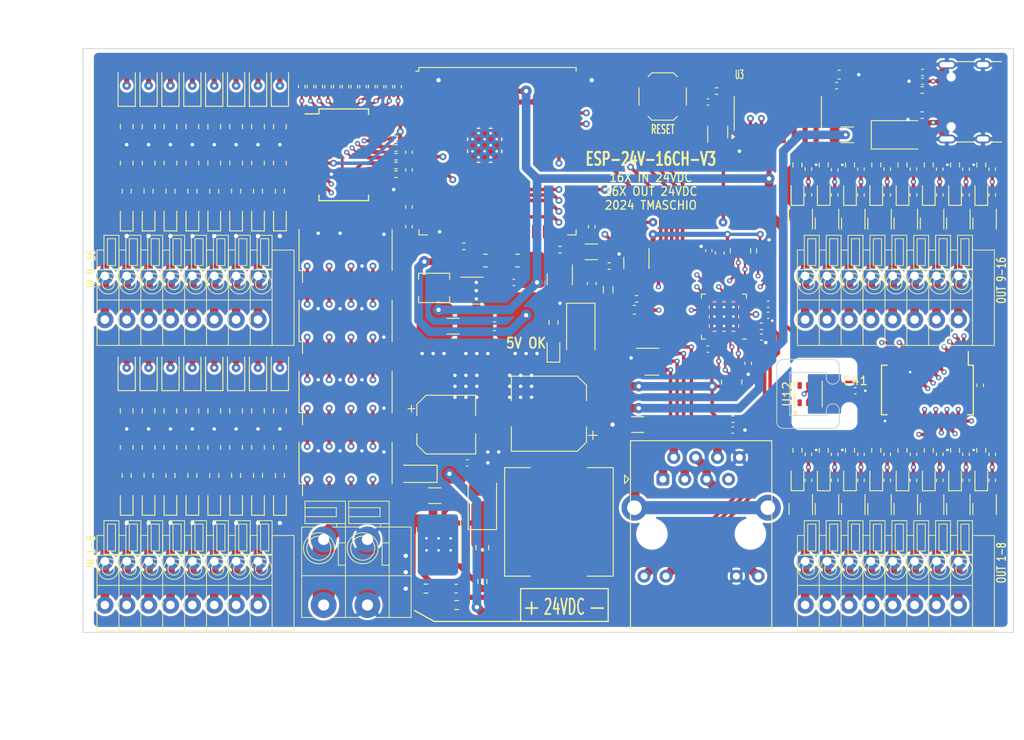
<source format=kicad_pcb>
(kicad_pcb (version 20240108) (generator "pcbnew") (generator_version "8.0")
  (title_block (title "ESP 16x 24VDC Input 16x 24VDC Output Module") (rev "V3"))
  (layers (0 "F.Cu" signal) (1 "In1.Cu" signal) (2 "In2.Cu" signal) (31 "B.Cu" signal) (35 "F.Paste" user) (37 "F.SilkS" user "F.Silkscreen") (38 "B.Mask" user) (39 "F.Mask" user) (44 "Edge.Cuts" user))
  (net 0 "")
  (net 1 "GND")
  (net 2 "Net-(C14-Pad1)")
  (net 3 "+3.3VA")
  (net 4 "+24V")
  (net 5 "+3.3V")
  (net 6 "Net-(Q3A-C1)")
  (net 7 "Net-(D11-K)")
  (net 8 "Net-(D12-K)")
  (net 9 "Net-(D13-K)")
  (net 10 "Net-(D14-K)")
  (net 11 "Net-(D19-K)")
  (net 12 "Net-(D20-K)")
  (net 13 "Net-(D21-K)")
  (net 14 "Net-(D22-K)")
  (net 15 "Net-(D27-K)")
  (net 16 "Net-(D28-K)")
  (net 17 "Net-(D29-K)")
  (net 18 "Net-(D30-K)")
  (net 19 "Net-(D35-K)")
  (net 20 "/MCU/USB_D-")
  (net 21 "/MCU/USB_D+")
  (net 22 "Net-(D36-K)")
  (net 23 "Net-(D37-K)")
  (net 24 "Net-(D38-K)")
  (net 25 "/MCU/PHY_PWR")
  (net 26 "/MCU/I2C_SCL")
  (net 27 "/MCU/I2C_SDA")
  (net 28 "Net-(D7-A)")
  (net 29 "/LAN/RD-")
  (net 30 "/LAN/TD-")
  (net 31 "/LAN/TD+")
  (net 32 "/LAN/RD+")
  (net 33 "Net-(D8-A)")
  (net 34 "Net-(D9-A)")
  (net 35 "Net-(D10-A)")
  (net 36 "Net-(D11-A)")
  (net 37 "Net-(D12-A)")
  (net 38 "Net-(D13-A)")
  (net 39 "Net-(D14-A)")
  (net 40 "Net-(D15-A)")
  (net 41 "Net-(D16-A)")
  (net 42 "Net-(D17-A)")
  (net 43 "Net-(D18-A)")
  (net 44 "Net-(D19-A)")
  (net 45 "Net-(D20-A)")
  (net 46 "Net-(D21-A)")
  (net 47 "Net-(D22-A)")
  (net 48 "Net-(D23-A)")
  (net 49 "Net-(D24-A)")
  (net 50 "Net-(D25-A)")
  (net 51 "Net-(D26-A)")
  (net 52 "/LAN/LED_G_K")
  (net 53 "Net-(D27-A)")
  (net 54 "Net-(D28-A)")
  (net 55 "Net-(D29-A)")
  (net 56 "Net-(D30-A)")
  (net 57 "Net-(D31-A)")
  (net 58 "Net-(D32-A)")
  (net 59 "Net-(D33-A)")
  (net 60 "Net-(D34-A)")
  (net 61 "Net-(D35-A)")
  (net 62 "/LAN/EMAC_RXD1")
  (net 63 "/LAN/EMAC_RXD0")
  (net 64 "/LAN/EMAC_MDIO")
  (net 65 "/LAN/EMAC_RX")
  (net 66 "Net-(D36-A)")
  (net 67 "Net-(D37-A)")
  (net 68 "Net-(D38-A)")
  (net 69 "/LAN/EMAC_CLK")
  (net 70 "/LAN/EMAC_TXD0")
  (net 71 "/LAN/EMAC_TXEN")
  (net 72 "/LAN/EMAC_TXD1")
  (net 73 "/LAN/EMAC_MDC")
  (net 74 "/Outputs 1-16/J8-OUT1")
  (net 75 "/Outputs 1-16/J8-OUT2")
  (net 76 "/Outputs 1-16/J8-OUT3")
  (net 77 "Net-(D39-A)")
  (net 78 "/Outputs 1-16/J8-OUT4")
  (net 79 "Net-(D40-A)")
  (net 80 "/Outputs 1-16/J8-OUT5")
  (net 81 "Net-(D41-A)")
  (net 82 "/Outputs 1-16/J8-OUT6")
  (net 83 "Net-(D42-A)")
  (net 84 "/Outputs 1-16/J8-OUT7")
  (net 85 "Net-(D43-A)")
  (net 86 "/Outputs 1-16/J8-OUT8")
  (net 87 "Net-(D44-A)")
  (net 88 "/Outputs 1-16/J9-OUT9")
  (net 89 "Net-(D45-A)")
  (net 90 "/Outputs 1-16/J9-OUT10")
  (net 91 "Net-(D46-A)")
  (net 92 "/Outputs 1-16/J9-OUT11")
  (net 93 "Net-(D47-A)")
  (net 94 "/Outputs 1-16/J9-OUT12")
  (net 95 "Net-(D48-A)")
  (net 96 "/Outputs 1-16/J9-OUT13")
  (net 97 "Net-(D49-A)")
  (net 98 "/Outputs 1-16/J9-OUT14")
  (net 99 "Net-(D50-A)")
  (net 100 "/Outputs 1-16/J9-OUT15")
  (net 101 "Net-(D51-A)")
  (net 102 "/Outputs 1-16/J9-OUT16")
  (net 103 "Net-(D52-A)")
  (net 104 "/Inputs 1-16/J4-IN1")
  (net 105 "/Inputs 1-16/J4-IN2")
  (net 106 "/Inputs 1-16/J4-IN3")
  (net 107 "/Inputs 1-16/J4-IN4")
  (net 108 "/Inputs 1-16/J4-IN5")
  (net 109 "/Inputs 1-16/J4-IN6")
  (net 110 "/Inputs 1-16/J4-IN7")
  (net 111 "/Inputs 1-16/J4-IN8")
  (net 112 "/Inputs 1-16/J5-IN9")
  (net 113 "/Inputs 1-16/J5-IN10")
  (net 114 "/Inputs 1-16/J5-IN11")
  (net 115 "/Inputs 1-16/J5-IN12")
  (net 116 "/Inputs 1-16/J5-IN13")
  (net 117 "/Inputs 1-16/J5-IN14")
  (net 118 "/Inputs 1-16/J5-IN15")
  (net 119 "/Inputs 1-16/J5-IN16")
  (net 120 "Net-(D53-A)")
  (net 121 "Net-(D54-A)")
  (net 122 "Net-(Q3B-C2)")
  (net 123 "Net-(Q4-B)")
  (net 124 "Net-(Q5-B)")
  (net 125 "Net-(Q6-B)")
  (net 126 "Net-(Q7-B)")
  (net 127 "Net-(Q8-B)")
  (net 128 "Net-(Q9-B)")
  (net 129 "Net-(Q10-B)")
  (net 130 "Net-(Q11-B)")
  (net 131 "Net-(Q12-B)")
  (net 132 "Net-(Q13-B)")
  (net 133 "Net-(Q14-B)")
  (net 134 "Net-(Q15-B)")
  (net 135 "Net-(Q16-B)")
  (net 136 "Net-(Q17-B)")
  (net 137 "Net-(Q18-B)")
  (net 138 "Net-(Q19-B)")
  (net 139 "Net-(U6-~{RESET})")
  (net 140 "/GPIO Expanders/IN1")
  (net 141 "/GPIO Expanders/IN2")
  (net 142 "/GPIO Expanders/IN3")
  (net 143 "/GPIO Expanders/IN4")
  (net 144 "/GPIO Expanders/IN5")
  (net 145 "/GPIO Expanders/IN6")
  (net 146 "/GPIO Expanders/IN7")
  (net 147 "/GPIO Expanders/IN8")
  (net 148 "/GPIO Expanders/IN9")
  (net 149 "/GPIO Expanders/IN10")
  (net 150 "/GPIO Expanders/IN11")
  (net 151 "/GPIO Expanders/IN12")
  (net 152 "/GPIO Expanders/IN13")
  (net 153 "/GPIO Expanders/IN14")
  (net 154 "/GPIO Expanders/IN15")
  (net 155 "/GPIO Expanders/IN16")
  (net 156 "/GPIO Expanders/OUT1")
  (net 157 "/GPIO Expanders/OUT2")
  (net 158 "/GPIO Expanders/OUT3")
  (net 159 "/GPIO Expanders/OUT4")
  (net 160 "/GPIO Expanders/OUT5")
  (net 161 "/GPIO Expanders/OUT6")
  (net 162 "/GPIO Expanders/OUT7")
  (net 163 "/GPIO Expanders/OUT8")
  (net 164 "/GPIO Expanders/OUT9")
  (net 165 "/GPIO Expanders/OUT10")
  (net 166 "/GPIO Expanders/OUT11")
  (net 167 "/GPIO Expanders/OUT12")
  (net 168 "/GPIO Expanders/OUT13")
  (net 169 "/GPIO Expanders/OUT14")
  (net 170 "/GPIO Expanders/OUT15")
  (net 171 "/GPIO Expanders/OUT16")
  (net 172 "Net-(U3-TXD)")
  (net 173 "Net-(U3-RXD)")
  (net 178 "/GPIO Expanders/MCP1-INTB")
  (net 179 "/GPIO Expanders/MCP1-INTA")
  (net 194 "Net-(D3-A)")
  (net 196 "Net-(J7-Pad9)")
  (net 197 "+5V")
  (net 198 "Net-(U1-FB)")
  (net 199 "Net-(Q1-G)")
  (net 200 "Net-(D4-K)")
  (net 201 "Net-(C7-Pad1)")
  (net 202 "Net-(D5-A)")
  (net 203 "Net-(U2-FB)")
  (net 204 "+3.3VLAN")
  (net 205 "Net-(U5-~{RST})")
  (net 206 "Net-(D2-A)")
  (net 207 "Net-(D3-K)")
  (net 208 "Net-(U1-LX)")
  (net 209 "Net-(Q2-C)")
  (net 210 "Net-(Q3A-E1)")
  (net 211 "Net-(Q3A-B1)")
  (net 212 "Net-(R4-Pad2)")
  (net 213 "Net-(U2-BS)")
  (net 214 "Net-(RN2-R4.1)")
  (net 215 "/LAN/LED_Y_A")
  (net 216 "Net-(U5-RBIAS)")
  (net 231 "Net-(J7-Pad12)")
  (net 232 "Net-(U7-~{RESET})")
  (net 237 "Net-(D1-A)")
  (net 238 "Net-(J2-CC1)")
  (net 240 "Net-(J2-CC2)")
  (net 242 "Net-(U5-VDDCR)")
  (net 243 "Net-(RN3-R3.1)")
  (net 244 "Net-(RN3-R4.1)")
  (net 245 "Net-(RN3-R2.1)")
  (footprint "Tales:R_0603_1608Metric" (layer "F.Cu") (at 87.63 113.855 -90)
    (property "Reference" "R48")
    (property "Value" "5,6k/100mW")
  )
  (footprint "Tales:R_0402_1005Metric" (layer "F.Cu") (at 108.966 87.249 180)
    (property "Reference" "R129")
    (property "Value" "2k2/62,5mW")
  )
  (footprint "Tales:C_0402_1005Metric" (layer "F.Cu") (at 109.375 112.395)
    (property "Reference" "C4")
    (property "Value" "100nF/50V")
  )
  (footprint "Tales:SOP-16_4.4x10.4mm_P1.27mm" (layer "F.Cu") (at 95.255 87.655 90)
    (property "Reference" "U11")
    (property "Value" "OR-3H4-4")
  )
  (footprint "Tales:D_SOD-123" (layer "F.Cu") (at 87.63 68.735 90)
    (property "Reference" "D38")
    (property "Value" "9V1/500mW")
  )
  (footprint "Tales:C_1206_3216Metric" (layer "F.Cu") (at 107.745 96.52)
    (property "Reference" "C5")
    (property "Value" "22uF/10V")
  )
  (footprint "Tales:C_1206_3216Metric" (layer "F.Cu") (at 129.159 107.95 180)
    (property "Reference" "C14")
    (property "Value" "1nF/2kV")
  )
  (footprint "Tales:L_12x12mm_h6mm" (layer "F.Cu") (at 120.015 119.25 90)
    (property "Reference" "L2")
    (property "Value" "33uH 2,1A")
  )
  (footprint "Tales:R_0603_1608Metric" (layer "F.Cu") (at 104.585 127 180)
    (property "Reference" "R9")
    (property "Value" "52,3k/100mW")
  )
  (footprint "Tales:R_0603_1608Metric" (layer "F.Cu") (at 69.85 80.835 -90)
    (property "Reference" "R57")
    (property "Value" "5,6k/100mW")
  )
  (footprint "Tales:R_0402_1005Metric" (layer "F.Cu") (at 161.163 114.425 90)
    (property "Reference" "R97")
    (property "Value" "1k/62,5mW")
  )
  (footprint "Tales:R_0402_1005Metric" (layer "F.Cu") (at 167.259 81.278 90)
    (property "Reference" "R123")
    (property "Value" "1k/62,5mW")
  )
  (footprint "Tales:LED_0603_1608Metric" (layer "F.Cu") (at 80.01 83.9725 90)
    (property "Reference" "D31")
    (property "Value" "GREEN/0603")
  )
  (footprint "Tales:D_SOD-123" (layer "F.Cu") (at 74.93 68.735 90)
    (property "Reference" "D29")
    (property "Value" "9V1/500mW")
  )
  (footprint "Tales:R_0603_1608Metric" (layer "F.Cu") (at 156.845 110.935 -90)
    (property "Reference" "R92")
    (property "Value" "5,6k/100mW")
  )
  (footprint "Tales:R_0402_1005Metric" (layer "F.Cu") (at 90.17 68.703 -90)
    (property "Reference" "R65")
    (property "Value" "2k2/62,5mW")
  )
  (footprint "Tales:R_0402_1005Metric" (layer "F.Cu") (at 102.616 76.327 -90)
    (property "Reference" "R13")
    (property "Value" "2k2/62,5mW")
  )
  (footprint "Tales:R_0402_1005Metric" (layer "F.Cu") (at 164.211 78.2828 -90)
    (property "Reference" "R118")
    (property "Value" "10k/62,5mW")
  )
  (footprint "Tales:LED_0603_1608Metric" (layer "F.Cu") (at 150.749 114.1475 90)
    (property "Reference" "D40")
    (property "Value" "GREEN/0603")
  )
  (footprint "Tales:R_0402_1005Metric" (layer "F.Cu") (at 138.305 69.215 180)
    (property "Reference" "R10")
    (property "Value" "10k/62,5mW")
  )
  (footprint "Tales:D_SOD-123" (layer "F.Cu") (at 82.55 101.755 90)
    (property "Reference" "D20")
    (property "Value" "9V1/500mW")
  )
  (footprint "Tales:R_Array_Convex_4x0402" (layer "F.Cu") (at 144.133 87.757 90)
    (property "Reference" "RN3")
    (property "Value" "4x2,2k/62,5mW")
  )
  (footprint "Tales:SOT-23-5" (layer "F.Cu") (at 130.8045 100.645)
    (property "Reference" "D6")
    (property "Value" "ESDS314DBV")
  )
  (footprint "Tales:SOT-23-Narrow" (layer "F.Cu") (at 151.13 84.598 -90)
    (property "Reference" "Q13")
    (property "Value" "MMBT2222A")
  )
  (footprint "Tales:R_0402_1005Metric" (layer "F.Cu") (at 101.092 74.803 180)
    (property "Reference" "R44")
    (property "Value" "2k2/62,5mW")
  )
  (footprint "Tales:L_0805_2012Metric" (layer "F.Cu") (at 125.73 92.2825 -90)
    (property "Reference" "L3")
    (property "Value" "2A 600R")
  )
  (footprint "Tales:D_SMA" (layer "F.Cu") (at 122.555 97.25 -90)
    (property "Reference" "D5")
    (property "Value" "SS34")
  )
  (footprint "Tales:R_0805_2012Metric" (layer "F.Cu") (at 111.4825 88.9 180)
    (property "Reference" "R3")
    (property "Value" "22,1k/125mW")
  )
  (footprint "Tales:R_0603_1608Metric" (layer "F.Cu") (at 77.47 80.835 -90)
    (property "Reference" "R60")
    (property "Value" "5,6k/100mW")
  )
  (footprint "Tales:D_SOD-123" (layer "F.Cu") (at 77.47 101.755 90)
    (property "Reference" "D14")
    (property "Value" "9V1/500mW")
  )
  (footprint "Tales:USB_C_Receptacle_GCT_USB4105-xx-A_16P_TopMnt_Horizontal" (layer "F.Cu") (at 168.145 70.46 90)
    (property "Reference" "J2")
    (property "Value" "USB_C_Receptacle_USB2.0")
  )
  (footprint "Tales:R_0402_1005Metric" (layer "F.Cu") (at 120.14 87.63)
    (property "Reference" "R6")
    (property "Value" "10k/62,5mW")
  )
  (footprint "Tales:SOT-363_SC-70-6" (layer "F.Cu") (at 138.445 73.98 90)
    (property "Reference" "Q3")
    (property "Value" "UMH3N")
  )
  (footprint "Tales:R_0805_2012Metric" (layer "F.Cu") (at 69.85 110.5935 -90)
    (property "Reference" "R37")
    (property "Value" "1k8/125mW")
  )
  (footprint "Tales:ESP32-WROOM-32U" (layer "F.Cu") (at 112.89 76.2)
    (property "Reference" "U4")
    (property "Value" "ESP32-WROOM-32UE-N4")
  )
  (footprint "Tales:R_0603_1608Metric" (layer "F.Cu") (at 147.701 110.935 -90)
    (property "Reference" "R89")
    (property "Value" "5,6k/100mW")
  )
  (footprint "Tales:C_0402_1005Metric" (layer "F.Cu") (at 144.3 93.98)
    (property "Reference" "C21")
    (property "Value" "1uF/25V")
  )
  (footprint "Tales:R_0402_1005Metric" (layer "F.Cu") (at 170.307 81.278 90)
    (property "Reference" "R124")
    (property "Value" "1k/62,5mW")
  )
  (footprint "Tales:C_0402_1005Metric" (layer "F.Cu") (at 140.18 108.585)
    (property "Reference" "C15")
    (property "Value" "100nF/50V")
  )
  (footprint "Tales:R_0402_1005Metric" (layer "F.Cu") (at 167.259 114.425 90)
    (property "Reference" "R99")
    (property "Value" "1k/62,5mW")
  )
  (footprint "Tales:SOT-23-Narrow" (layer "F.Cu") (at 166.37 117.745 -90)
    (property "Reference" "Q10")
    (property "Value" "MMBT2222A")
  )
  (footprint "Tales:LED_0603_1608Metric" (layer "F.Cu") (at 153.797 114.1475 90)
    (property "Reference" "D41")
    (property "Value" "GREEN/0603")
  )
  (footprint "Tales:D_SMA" (layer "F.Cu") (at 159.671 74.295)
    (property "Reference" "D3")
    (property "Value" "SS34")
  )
  (footprint "Tales:R_0603_1608Metric" (layer "F.Cu") (at 165.989 110.935 -90)
    (property "Reference" "R103")
    (property "Value" "5,6k/100mW")
  )
  (footprint "Tales:R_0603_1608Metric" (layer "F.Cu") (at 111.125 126.175 -90)
    (property "Reference" "R5")
    (property "Value" "5,1R/100mW")
  )
  (footprint "Tales:R_Array_Convex_4x0402" (layer "F.Cu") (at 140.069 103.005 -90)
    (property "Reference" "RN1")
    (property "Value" "4x49,9R/62,5mW")
  )
  (footprint "Tales:R_0402_1005Metric" (layer "F.Cu") (at 96.266 68.703 -90)
    (property "Reference" "R79")
    (property "Value" "2k2/62,5mW")
  )
  (footprint "Tales:D_SOD-123" (layer "F.Cu") (at 74.93 101.755 90)
    (property "Reference" "D13")
    (property "Value" "9V1/500mW")
  )
  (footprint "Tales:LED_0603_1608Metric" (layer "F.Cu") (at 153.797 81.0005 90)
    (property "Reference" "D49")
    (property "Value" "GREEN/0603")
  )
  (footprint "Tales:L_3x3mm_h1.5mm" (layer "F.Cu") (at 105.53 92.075 180)
    (property "Reference" "L1")
    (property "Value" "2,2uH 1,5A")
  )
  (footprint "Tales:R_0402_1005Metric" (layer "F.Cu") (at 141.986 100.84 -90)
    (property "Reference" "R26")
    (property "Value" "12,1k/62,5mW")
  )
  (footprint "Tales:R_0805_2012Metric" (layer "F.Cu") (at 82.55 110.5935 -90)
    (property "Reference" "R50")
    (property "Value" "1k8/125mW")
  )
  (footprint "Tales:R_0402_1005Metric" (layer "F.Cu") (at 155.067 81.278 90)
    (property "Reference" "R111")
    (property "Value" "1k/62,5mW")
  )
  (footprint "Tales:SOP-16_4.4x10.4mm_P1.27mm" (layer "F.Cu") (at 95.255 95.91 90)
    (property "Reference" "U10")
    (property "Value" "OR-3H4-4")
  )
  (footprint "Tales:C_0805_2012Metric" (layer "F.Cu") (at 87.63 73.345 -90)
    (property "Reference" "C38")
    (property "Value" "33nF/50V")
  )
  (footprint "Tales:C_0402_1005Metric" (layer "F.Cu") (at 114.78 91.44 180)
    (property "Reference" "C3")
    (property "Value" "22pF/50V")
  )
  (footprint "Tales:R_0402_1005Metric" (layer "F.Cu") (at 170.307 78.2828 -90)
    (property "Reference" "R120")
    (property "Value" "10k/62,5mW")
  )
  (footprint "Tales:SOT-23-Narrow" (layer "F.Cu") (at 154.178 84.598 -90)
    (property "Reference" "Q14")
    (property "Value" "MMBT2222A")
  )
  (footprint "Tales:CP_Elec_6.3x5.4" (layer "F.Cu") (at 106.94 107.95)
    (property "Reference" "C2")
    (property "Value" "47uF/35V")
  )
  (footprint "Tales:R_0603_1608Metric" (layer "F.Cu") (at 74.93 80.835 -90)
    (property "Reference" "R59")
    (property "Value" "5,6k/100mW")
  )
  (footprint "Tales:D_SOD-123" (layer "F.Cu") (at 87.63 101.755 90)
    (property "Reference" "D22")
    (property "Value" "9V1/500mW")
  )
  (footprint "Tales:C_0805_2012Metric" (layer "F.Cu") (at 85.09 106.36 -90)
    (property "Reference" "C29")
    (property "Value" "33nF/50V")
  )
  (footprint "Tales:SOT-23-5_Shorter_Pins" (layer "F.Cu") (at 110.42 92.39)
    (property "Reference" "U1")
    (property "Value" "SY8089A1AAC")
  )
  (footprint "Tales:R_0805_2012Metric" (layer "F.Cu") (at 85.09 77.5735 -90)
    (property "Reference" "R75")
    (property "Value" "1k8/125mW")
  )
  (footprint "Tales:LED_0603_1608Metric" (layer "F.Cu") (at 165.989 114.1475 90)
    (property "Reference" "D45")
    (property "Value" "GREEN/0603")
  )
  (footprint "Tales:R_0402_1005Metric" (layer "F.Cu") (at 148.971 81.278 90)
    (property "Reference" "R109")
    (property "Value" "1k/62,5mW")
  )
  (footprint "Tales:R_0603_1608Metric" (layer "F.Cu") (at 85.09 80.835 -90)
    (property "Reference" "R71")
    (property "Value" "5,6k/100mW")
  )
  (footprint "Tales:R_0402_1005Metric" (layer "F.Cu") (at 152.019 114.425 90)
    (property "Reference" "R86")
    (property "Value" "1k/62,5mW")
  )
  (footprint "Tales:R_0402_1005Metric" (layer "F.Cu") (at 125.855 89.535 180)
    (property "Reference" "R7")
    (property "Value" "1k/62,5mW")
  )
  (footprint "Tales:SOT-23-Narrow" (layer "F.Cu") (at 157.226 117.745 -90)
    (property "Reference" "Q7")
    (property "Value" "MMBT2222A")
  )
  (footprint "Tales:C_0603_1608Metric" (layer "F.Cu") (at 152.54 67.31)
    (property "Reference" "C11")
    (property "Value" "10uF/10V")
  )
  (footprint "Tales:SOT-23" (layer "F.Cu") (at 128.905 89.17 -90)
    (property "Reference" "Q2")
    (property "Value" "MMUN2211LT3G")
  )
  (footprint "Tales:R_0402_1005Metric" (layer "F.Cu") (at 143.51 96.52)
    (property "Reference" "R17")
    (property "Value" "330R/62,5mW")
  )
  (footprint "Tales:R_0402_1005Metric" (layer "F.Cu") (at 140.21 107.315)
    (property "Reference" "R16")
    (property "Value" "330R/62,5mW")
  )
  (footprint "Package_SO:SOIC-16_3.9x9.9mm_P1.27mm" (layer "F.Cu") (at 145.415 71.82 90)
    (property "Reference" "U3")
    (property "Value" "CH340C")
  )
  (footprint "Tales:D_SOD-123" (layer "F.Cu") (at 82.55 68.735 90)
    (property "Reference" "D36")
    (property "Value" "9V1/500mW")
  )
  (footprint "Tales:R_0805_2012Metric" (layer "F.Cu") (at 74.93 77.5735 -90)
    (property "Reference" "R63")
    (property "Value" "1k8/125mW")
  )
  (footprint "Tales:R_0402_1005Metric" (layer "F.Cu") (at 170.307 111.4044 -90)
    (property "Reference" "R96")
    (property "Value" "10k/62,5mW")
  )
  (footprint "Tales:R_0402_1005Metric" (layer "F.Cu") (at 148.971 114.425 90)
    (property "Reference" "R85")
    (property "Value" "1k/62,5mW")
  )
  (footprint "Tales:LED_0603_1608Metric" (layer "F.Cu") (at 119.38 99.2125 90)
    (property "Reference" "D2")
    (property "Value" "GREEN/0603")
  )
  (footprint "Tales:R_0402_1005Metric" (layer "F.Cu") (at 161.163 78.2828 -90)
    (property "Reference" "R117")
    (property "Value" "10k/62,5mW")
  )
  (footprint "Tales:C_0805_2012Metric" (layer "F.Cu") (at 77.47 106.36 -90)
    (property "Reference" "C26")
    (property "Value" "33nF/50V")
  )
  (footprint "Tales:R_0402_1005Metric" (layer "F.Cu") (at 152.019 78.359 -90)
    (property "Reference" "R106")
    (property "Value" "10k/62,5mW")
  )
  (footprint "Tales:R_0402_1005Metric" (layer "F.Cu") (at 123.825 84.965 90)
    (property "Reference" "R11")
    (property "Value" "10k/62,5mW")
  )
  (footprint "Tales:R_0805_2012Metric" (layer "F.Cu") (at 77.47 77.5735 -90)
    (property "Reference" "R64")
    (property "Value" "1k8/125mW")
  )
  (footprint "Tales:D_SOD-123" (layer "F.Cu") (at 72.39 68.735 90)
    (property "Reference" "D28")
    (property "Value" "9V1/500mW")
  )
  (footprint "Tales:C_0402_1005Metric" (layer "F.Cu") (at 143.51 97.79)
    (property "Reference" "C19")
    (property "Value" "100nF/50V")
  )
  (footprint "Tales:C_0402_1005Metric" (layer "F.Cu") (at 137.414 87.757 90)
    (property "Reference" "C18")
    (property "Value" "100nF/50V")
  )
  (footprint "Tales:R_0402_1005Metric" (layer "F.Cu") (at 102.616 82.675 -90)
    (property "Reference" "R130")
    (property "Value" "2k2/62,5mW")
  )
  (footprint "Tales:R_0402_1005Metric" (layer "F.Cu") (at 158.115 81.278 90)
    (property "Reference" "R112")
    (property "Value" "1k/62,5mW")
  )
  (footprint "Tales:SOT-23-Narrow" (layer "F.Cu") (at 160.274 117.745 -90)
    (property "Reference" "Q8")
    (property "Value" "MMBT2222A")
  )
  (footprint "Tales:R_0402_1005Metric" (layer "F.Cu") (at 158.115 111.4044 -90)
    (property "Reference" "R84")
    (property "Value" "10k/62,5mW")
  )
  (footprint "Tales:D_SOD-123" (layer "F.Cu") (at 85.09 101.755 90)
    (property "Reference" "D21")
    (property "Value" "9V1/500mW")
  )
  (footprint "Tales:RJ45_HanRun_HR911105A" (layer "F.Cu") (at 136.52 120.65)
    (property "Reference" "J7")
    (property "Value" "ETHERNET")
  )
  (footprint "Tales:LED_0603_1608Metric" (layer "F.Cu") (at 156.845 114.1475 90)
    (property "Reference" "D42")
    (property "Value" "GREEN/0603")
  )
  (footprint "Tales:C_0805_2012Metric" (layer "F.Cu") (at 74.93 106.36 -90)
    (property "Reference" "C25")
    (property "Value" "33nF/50V")
  )
  (footprint "Tales:R_0402_1005Metric" (layer "F.Cu") (at 155.067 78.2828 -90)
    (property "Reference" "R107")
    (property "Value" "10k/62,5mW")
  )
  (footprint "Tales:SOT-23-Narrow" (layer "F.Cu") (at 157.226 84.598 -90)
    (property "Reference" "Q15")
    (property "Value" "MMBT2222A")
  )
  (footprint "Tales:C_0805_2012Metric" (layer "F.Cu") (at 69.85 106.36 -90)
    (property "Reference" "C23")
    (property "Value" "33nF/50V")
  )
  (footprint "Tales:R_0402_1005Metric" (layer "F.Cu") (at 102.616 78.359 90)
    (property "Reference" "R14")
    (property "Value" "2k2/62,5mW")
  )
  (footprint "Tales:R_0402_1005Metric" (layer "F.Cu") (at 164.211 111.4044 -90)
    (property "Reference" "R94")
    (property "Value" "10k/62,5mW")
  )
  (footprint "Tales:R_0402_1005Metric" (layer "F.Cu") (at 152.019 111.4044 -90)
    (property "Reference" "R82")
    (property "Value" "10k/62,5mW")
  )
  (footprint "Tales:R_0603_1608Metric" (layer "F.Cu") (at 162.941 77.788 -90)
    (property "Reference" "R126")
    (property "Value" "5,6k/100mW")
  )
  (footprint "Tales:LED_0603_1608Metric" (layer "F.Cu") (at 165.989 81.0005 90)
    (property "Reference" "D53")
    (property "Value" "GREEN/0603")
  )
  (footprint "Tales:C_0402_1005Metric" (layer "F.Cu") (at 137.287 99.187 180)
    (property "Reference" "C20")
    (property "Value" "100nF/50V")
  )
  (footprint "Tales:TerminalBlock_Dibo_DB141V-2.54-8P_1x08_P2.54mm_Vertical" (layer "F.Cu") (at 148.59 128.905)
    (property "Reference" "J5")
    (property "Value" "DB141V-2.54-8P")
  )
  (footprint "Tales:C_0805_2012Metric" (layer "F.Cu") (at 80.01 106.36 -90)
    (property "Reference" "C27")
    (property "Value" "33nF/50V")
  )
  (footprint "Tales:C_0805_2012Metric" (layer "F.Cu") (at 69.85 73.345 -90)
    (property "Reference" "C31")
    (property "Value" "33nF/50V")
  )
  (footprint "Tales:LED_0603_1608Metric" (layer "F.Cu") (at 72.39 83.9725 90)
    (property "Reference" "D24")
    (property "Value" "GREEN/0603")
  )
  (footprint "Tales:D_SOD-123" (layer "F.Cu") (at 72.39 101.755 90)
    (property "Reference" "D12")
    (property "Value" "9V1/500mW")
  )
  (footprint "Tales:SOT-23-Narrow" (layer "F.Cu") (at 169.418 84.598 -90)
    (property "Reference" "Q19")
    (property "Value" "MMBT2222A")
  )
  (footprint "Tales:SOP-16_4.4x10.4mm_P1.27mm" (layer "F.Cu") (at 95.255 112.42 90)
    (property "Reference" "U8")
    (property "Value" "OR-3H4-4")
  )
  (footprint "Tales:R_0805_2012Metric" (layer "F.Cu") (at 87.63 77.5735 -90)
    (property "Reference" "R76")
    (property "Value" "1k8/125mW")
  )
  (footprint "Tales:LED_0603_1608Metric" (layer "F.Cu") (at 74.93 83.9725 90)
    (property "Reference" "D25")
    (property "Value" "GREEN/0603")
  )
  (footprint "Tales:R_0603_1608Metric" (layer "F.Cu") (at 153.797 77.788 -90)
    (property "Reference" "R115")
    (property "Value" "5,6k/100mW")
  )
  (footprint "Tales:C_0402_1005Metric" (layer "F.Cu") (at 162.207 68.072 180)
    (property "Reference" "C40")
    (property "Value" "100nF/50V")
  )
  (footprint "Tales:LED_0603_1608Metric" (layer "F.Cu") (at 162.941 81.0005 90)
    (property "Reference" "D52")
    (property "Value" "GREEN/0603")
  )
  (footprint "Tales:SOT-23-Narrow" (layer "F.Cu") (at 154.178 117.745 -90)
    (property "Reference" "Q6")
    (property "Value" "MMBT2222A")
  )
  (footprint "Tales:D_SOD-123" (layer "F.Cu") (at 77.47 68.735 90)
    (property "Reference" "D30")
    (property "Value" "9V1/500mW")
  )
  (footprint "Tales:C_1206_3216Metric" (layer "F.Cu") (at 123.776 87.884)
    (property "Reference" "C6")
    (property "Value" "22uF/10V")
  )
  (footprint "Tales:R_0603_1608Metric" (layer "F.Cu") (at 80.01 80.835 -90)
    (property "Reference" "R69")
    (property "Value" "5,6k/100mW")
  )
  (footprint "Tales:R_0603_1608Metric" (layer "F.Cu") (at 147.701 77.788 -90)
    (property "Reference" "R113")
    (property "Value" "5,6k/100mW")
  )
  (footprint "Tales:D_SOD-123" (layer "F.Cu") (at 80.01 101.755 90)
    (property "Reference" "D19")
    (property "Value" "9V1/500mW")
  )
  (footprint "Tales:R_0805_2012Metric" (layer "F.Cu") (at 74.93 110.5935 -90)
    (property "Reference" "R39")
    (property "Value" "1k8/125mW")
  )
  (footprint "Tales:LED_0603_1608Metric" (layer "F.Cu") (at 159.893 114.1475 90)
    (property "Reference" "D43")
    (property "Value" "GREEN/0603")
  )
  (footprint "Tales:R_0805_2012Metric" (layer "F.Cu") (at 82.55 77.5735 -90)
    (property "Reference" "R74")
    (property "Value" "1k8/125mW")
  )
  (footprint "Tales:R_0603_1608Metric" (layer "F.Cu") (at 165.989 77.788 -90)
    (property "Reference" "R127")
    (property "Value" "5,6k/100mW")
  )
  (footprint "Tales:SOT-23-Narrow" (layer "F.Cu") (at 148.082 84.598 -90)
    (property "Reference" "Q12")
    (property "Value" "MMBT2222A")
  )
  (footprint "Tales:R_0805_2012Metric" (layer "F.Cu") (at 85.09 110.5935 -90)
    (property "Reference" "R51")
    (property "Value" "1k8/125mW")
  )
  (footprint "Tales:TerminalBlock_Dibo_DB142V-5.08-2P_1x02_P5.08mm_Vertical" (layer "F.Cu") (at 92.71 128.905)
    (property "Reference" "J1")
    (property "Value" "VIN")
  )
  (footprint "Tales:C_0805_2012Metric" (layer "F.Cu") (at 87.63 106.36 -90)
    (property "Reference" "C30")
    (property "Value" "33nF/50V")
  )
  (footprint "Tales:TerminalBlock_Dibo_DB141V-2.54-8P_1x08_P2.54mm_Vertical" (layer "F.Cu") (at 67.31 95.758)
    (property "Reference" "J4")
    (property "Value" "DB141V-2.54-8P")
  )
  (footprint "Tales:R_0603_1608Metric" (layer "F.Cu") (at 150.749 110.935 -90)
    (property "Reference" "R90")
    (property "Value" "5,6k/100mW")
  )
  (footprint "Tales:R_0402_1005Metric" (layer "F.Cu") (at 158.115 78.2828 -90)
    (property "Reference" "R108")
    (property "Value" "10k/62,5mW")
  )
  (footprint "Tales:R_0402_1005Metric" (layer "F.Cu") (at 148.971 111.4044 -90)
    (property "Reference" "R81")
    (property "Value" "10k/62,5mW")
  )
  (footprint "Tales:R_0402_1005Metric" (layer "F.Cu") (at 161.163 111.4044 -90)
    (property "Reference" "R93")
    (property "Value" "10k/62,5mW")
  )
  (footprint "Tales:R_0402_1005Metric" (layer "F.Cu") (at 158.115 114.425 90)
    (property "Reference" "R88")
    (property "Value" "1k/62,5mW")
  )
  (footprint "Tales:R_0402_1005Metric" (layer "F.Cu") (at 101.346 68.705 -90)
    (property "Reference" "R56")
    (property "Value" "2k2/62,5mW")
  )
  (footprint "Tales:R_0402_1005Metric" (layer "F.Cu") (at 148.971 78.2828 -90)
    (property "Reference" "R105")
    (property "Value" "10k/62,5mW")
  )
  (footprint "Tales:R_0603_1608Metric" (layer "F.Cu") (at 82.55 80.835 -90)
    (property "Reference" "R70")
    (property "Value" "5,6k/100mW")
  )
  (footprint "Tales:SOT-23-Narrow" (layer "F.Cu") (at 151.13 117.745 -90)
    (property "Reference" "Q5")
    (property "Value" "MMBT2222A")
  )
  (footprint "Tales:CP_Elec_8x10.5" (layer "F.Cu") (at 118.855 106.68 180)
    (property "Reference" "C10")
    (property "Value" "470uF/16V")
  )
  (footprint "Tales:SOT-23" (layer "F.Cu") (at 120.015 91.075 -90)
    (property "Reference" "Q1")
    (property "Value" "WPM2015-3/TR")
  )
  (footprint "Tales:LED_0603_1608Metric" (layer "F.Cu") (at 147.701 114.1475 90)
    (property "Reference" "D39")
    (property "Value" "GREEN/0603")
  )
  (footprint "Tales:R_0402_1005Metric" (layer "F.Cu") (at 170.307 114.425 90)
    (property "Reference" "R100")
    (property "Value" "1k/62,5mW")
  )
  (footprint "Tales:LED_0603_1608Metric" (layer "F.Cu") (at 77.47 83.9725 90)
    (property "Reference" "D26")
    (property "Value" "GREEN/0603")
  )
  (footprint "Tales:D_SOD-123" (layer "F.Cu") (at 80.01 68.735 90)
    (property "Reference" "D35")
    (property "Value" "9V1/500mW")
  )
  (footprint "Tales:LED_0603_1608Metric" (layer "F.Cu") (at 169.037 81.0005 90)
    (property "Reference" "D54")
    (property "Value" "GREEN/0603")
  )
  (footprint "Tales:R_0402_1005Metric" (layer "F.Cu") (at 102.616 84.963 -90)
    (property "Reference" "R12")
    (property "Value" "10k/62,5mW")
  )
  (footprint "Tales:R_0402_1005Metric" (layer "F.Cu") (at 91.186 68.703 -90)
    (property "Reference" "R66")
    (property "Value" "2k2/62,5mW")
  )
  (footprint "Tales:LED_0603_1608Metric" (layer "F.Cu") (at 82.55 116.9925 90)
    (property "Reference" "D16")
    (property "Value" "GREEN/0603")
  )
  (footprint "Tales:R_0402_1005Metric" (layer "F.Cu") (at 155.067 114.425 90)
    (property "Reference" "R87")
    (property "Value" "1k/62,5mW")
  )
  (footprint "Tales:C_0805_2012Metric" (layer "F.Cu") (at 72.39 73.345 -90)
    (property "Reference" "C32")
    (property "Value" "33nF/50V")
  )
  (footprint "Tales:R_0402_1005Metric" (layer "F.Cu") (at 93.218 68.703 -90)
    (property "Reference" "R68")
    (property "Value" "2k2/62,5mW")
  )
  (footprint "Tales:R_0603_1608Metric" (layer "F.Cu") (at 153.797 110.935 -90)
    (property "Reference" "R91")
    (property "Value" "5,6k/100mW")
  )
  (footprint "Tales:SSOP-28_5.3x10.2mm_P0.65mm" (layer "F.Cu") (at 95.04 76.615)
    (property "Reference" "U6")
    (property "Value" "MCP23017_SS")
  )
  (footprint "Tales:C_0402_1005Metric" (layer "F.Cu") (at 152.245 68.58)
    (property "Reference" "C12")
    (property "Value" "100nF/50V")
  )
  (footprint "Tales:R_0603_1608Metric" (layer "F.Cu") (at 77.47 113.855 -90)
    (property "Reference" "R36")
    (property "Value" "5,6k/100mW")
  )
  (footprint "Tales:R_0402_1005Metric" (layer "F.Cu") (at 98.298 68.705 -90)
    (property "Reference" "R53")
    (property "Value" "2k2/62,5mW")
  )
  (footprint "Tales:LED_0603_1608Metric" (layer "F.Cu") (at 85.09 116.9925 90)
    (property "Reference" "D17")
    (property "Value" "GREEN/0603")
  )
  (footprint "Tales:R_0805_2012Metric" (layer "F.Cu") (at 80.01 110.5935 -90)
    (property "Reference" "R49")
    (property "Value" "1k8/125mW")
  )
  (footprint "Tales:R_0603_1608Metric" (layer "F.Cu") (at 87.63 80.835 -90)
    (property "Reference" "R72")
    (property "Value" "5,6k/100mW")
  )
  (footprint "Tales:R_0603_1608Metric" (layer "F.Cu") (at 156.845 77.788 -90)
    (property "Reference" "R116")
    (property "Value" "5,6k/100mW")
  )
  (footprint "Tales:R_0402_1005Metric" (layer "F.Cu") (at 162.177 72.009 180)
    (property "Reference" "R131")
    (property "Value" "5,1k/62,5mW")
  )
  (footprint "Tales:C_0805_2012Metric" (layer "F.Cu") (at 74.93 73.345 -90)
    (property "Reference" "C33")
    (property "Value" "33nF/50V")
  )
  (footprint "Tales:R_0603_1608Metric" (layer "F.Cu") (at 150.749 77.788 -90)
    (property "Reference" "R114")
    (property "Value" "5,6k/100mW")
  )
  (footprint "Tales:R_0603_1608Metric" (layer "F.Cu") (at 159.893 110.935 -90)
    (property "Reference" "R101")
    (property "Value" "5,6k/100mW")
  )
  (footprint "Tales:LED_0603_1608Metric" (layer "F.Cu") (at 72.39 116.9925 90)
    (property "Reference" "D8")
    (property "Value" "GREEN/0603")
  )
  (footprint "Tales:C_0402_1005Metric" (layer "F.Cu") (at 137.315 70.485 180)
    (property "Reference" "C13")
    (property "Value" "1uF/25V")
  )
  (footprint "Tales:R_0805_2012Metric" (layer "F.Cu") (at 77.47 110.5935 -90)
    (property "Reference" "R40")
    (property "Value" "1k8/125mW")
  )
  (footprint "Tales:LED_0603_1608Metric" (layer "F.Cu") (at 74.93 116.9925 90)
    (property "Reference" "D9")
    (property "Value" "GREEN/0603")
  )
  (footprint "Tales:C_0603_1608Metric" (layer "F.Cu") (at 108.09 127 180)
    (property "Reference" "C8")
    (property "Value" "12pF/50V")
  )
  (footprint "Tales:R_0402_1005Metric" (layer "F.Cu") (at 97.282 68.703 -90)
    (property "Reference" "R80")
    (property "Value" "2k2/62,5mW")
  )
  (footprint "Tales:LED_0603_1608Metric" (layer "F.Cu") (at 159.893 81.0005 90)
    (property "Reference" "D51")
    (property "Value" "GREEN/0603")
  )
  (footprint "Tales:LED_0603_1608Metric" (layer "F.Cu") (at 156.845 81.0005 90)
    (property "Reference" "D50")
    (property "Value" "GREEN/0603")
  )
  (footprint "Tales:SOT-23-Narrow" (layer "F.Cu") (at 148.082 117.745 -90)
    (property "Reference" "Q4")
    (property "Value" "MMBT2222A")
  )
  (footprint "Tales:LED_0603_1608Metric" (layer "F.Cu") (at 150.749 81.0005 90)
    (property "Reference" "D48")
    (property "Value" "GREEN/0603")
  )
  (footprint "Tales:C_0805_2012Metric" (layer "F.Cu") (at 82.55 106.36 -90)
    (property "Reference" "C28")
    (property "Value" "33nF/50V")
  )
  (footprint "Tales:R_0805_2012Metric" (layer "F.Cu") (at 69.85 77.5735 -90)
    (property "Reference" "R61")
    (property "Value" "1k8/125mW")
  )
  (footprint "Tales:R_0603_1608Metric" (layer "F.Cu") (at 80.01 113.855 -90)
    (property "Reference" "R45")
    (property "Value" "5,6k/100mW")
  )
  (footprint "Tales:R_0402_1005Metric" (layer "F.Cu") (at 92.202 68.703 -90)
    (property "Reference" "R67")
    (property "Value" "2k2/62,5mW")
  )
  (footprint "Tales:C_0603_1608Metric" (layer "F.Cu") (at 123.825 91.58 -90)
    (property "Reference" "C9")
    (property "Value" "10uF/10V")
  )
  (footprint "Tales:R_0805_2012Metric" (layer "F.Cu") (at 87.63 110.5935 -90)
    (property "Reference" "R52")
    (property "Value" "1k8/125mW")
  )
  (footprint "Tales:C_0603_1608Metric" (layer "F.Cu") (at 112.535 96.52 180)
    (property "Reference" "C1")
    (property "Value" "10uF/10V")
  )
  (footprint "Tales:C_0805_2012Metric" (layer "F.Cu") (at 82.55 73.345 -90)
    (property "Reference" "C36")
    (property "Value" "33nF/50V")
  )
  (footprint "Tales:SOT-23-Narrow" (layer "F.Cu") (at 163.322 84.598 -90)
    (property "Reference" "Q17")
    (property "Value" "MMBT2222A")
  )
  (footprint "Tales:SW_SPST_TL3342" (layer "F.Cu") (at 132.055 69.845 180)
    (property "Reference" "SW1")
    (property "Value" "RESET")
  )
  (footprint "Tales:R_0603_1608Metric" (layer "F.Cu") (at 72.39 80.835 -90)
    (property "Reference" "R58")
    (property "Value" "5,6k/100mW")
  )
  (footprint "Tales:R_0402_1005Metric" (layer "F.Cu") (at 99.314 68.705 -90)
    (property "Reference" "R54")
    (property "Value" "2k2/62,5mW")
  )
  (footprint "Tales:R_0402_1005Metric" (layer "F.Cu") (at 101.092 76.835 180)
    (property "Reference" "R42")
    (property "Value" "2k2/62,5mW")
  )
  (footprint "Tales:R_0402_1005Metric" (layer "F.Cu") (at 101.092 77.851 180)
    (property "Reference" "R41")
    (property "Value" "2k2/62,5mW")
  )
  (footprint "Tales:R_0402_1005Metric" (layer "F.Cu") (at 95.25 68.703 -90)
    (property "Reference" "R78")
    (property "Value" "2k2/62,5mW")
  )
  (footprint "Tales:SOT-23-Narrow" (layer "F.Cu") (at 160.274 84.598 -90)
    (property "Reference" "Q16")
    (property "Value" "MMBT2222A")
  )
  (footprint "Tales:R_0402_1005Metric" (layer "F.Cu") (at 167.259 111.4044 -90)
    (property "Reference" "R95")
    (property "Value" "10k/62,5mW")
  )
  (footprint "Tales:R_0805_2012Metric" (layer "F.Cu") (at 72.39 77.5735 -90)
    (property "Reference" "R62")
    (property "Value" "1k8/125mW")
  )
  (footprint "Tales:LED_0603_1608Metric" (layer "F.Cu") (at 77.47 116.9925 90)
    (property "Reference" "D10")
    (property "Value" "GREEN/0603")
  )
  (footprint "Tales:C_0805_2012Metric" (layer "F.Cu") (at 85.09 73.345 -90)
    (property "Reference" "C37")
    (property "Value" "33nF/50V")
  )
  (footprint "Tales:R_1206_3216Metric" (layer "F.Cu") (at 105.6025 116.205)
    (property "Reference" "R4")
    (property "Value" "30mR/333mW")
  )
  (footprint "Tales:R_0603_1608Metric" (layer "F.Cu") (at 74.93 113.855 -90)
    (property "Reference" "R35")
    (property "Value" "5,6k/100mW")
  )
  (footprint "Tales:D_SOD-123" (layer "F.Cu") (at 69.85 68.735 90)
    (property "Reference" "D27")
    (property "Value" "9V1/500mW")
  )
  (footprint "Tales:R_0805_2012Metric" (layer "F.Cu") (at 72.39 110.5935 -90)
    (property "Reference" "R38")
    (property "Value" "1k8/125mW")
  )
  (footprint "Tales:R_0603_1608Metric" (layer "F.Cu") (at 169.037 77.788 -90)
    (property "Reference" "R128")
    (property "Value" "5,6k/100mW")
  )
  (footprint "Tales:C_0402_1005Metric" (layer "F.Cu") (at 162.207 67.056 180)
    (property "Reference" "C39")
    (property "Value" "1uF/25V")
  )
  (footprint "Tales:LED_0603_1608Metric" (layer "F.Cu") (at 169.037 114.1475 90)
    (property "Reference" "D46")
    (property "Value" "GREEN/0603")
  )
  (footprint "Tales:R_0603_1608Metric" (layer "F.Cu") (at 119.38 96.075 -90)
    (property "Reference" "R1")
    (property "Value" "560R/100mW")
  )
  (footprint "Tales:R_0402_1005Metric" (layer "F.Cu") (at 168.91 103.378 -90)
    (property "Reference" "R32")
    (property "Value" "1k/62,5mW")
  )
  (footprint "Tales:R_0805_2012Metric" (layer "F.Cu") (at 80.01 77.5735 -90)
    (property "Reference" "R73")
    (property "Value" "1k8/125mW")
  )
  (footprint "Tales:C_0805_2012Metric" (layer "F.Cu") (at 80.01 73.345 -90)
    (property "Reference" "C35")
    (property "Value" "33nF/50V")
  )
  (footprint "Tales:R_0402_1005Metric" (layer "F.Cu") (at 101.092 75.819 180)
    (property "Reference" "R43")
    (property "Value" "2k2/62,5mW")
  )
  (footprint "Tales:SOT-23-Narrow" (layer "F.Cu") (at 166.37 84.598 -90)
    (property "Reference" "Q18")
    (property "Value" "MMBT2222A")
  )
  (footprint "Tales:LED_0603_1608Metric" (layer "F.Cu") (at 147.701 81.0005 90)
    (property "Reference" "D47")
    (property "Value" "GREEN/0603")
  )
  (footprint "Tales:D_SMA" (layer "F.Cu") (at 111.125 116.745 90)
    (property "Reference" "D4")
    (property "Value" "SS510")
  )
  (footprint "Tales:SSOP-28_5.3x10.2mm_P0.65mm" (layer "F.Cu") (at 162.78 103.93 -90)
    (property "Reference" "U7")
    (property "Value" "MCP23017_SS")
  )
  (footprint "Tales:LED_0603_1608Metric" (layer "F.Cu") (at 69.85 83.9725 90)
    (property "Reference" "D23")
    (property "Value" "GREEN/0603")
  )
  (footprint "Tales:C_0402_1005Metric" (layer "F.Cu") (at 144.3 95.25)
    (property "Reference" "C22")
    (property "Value" "470pF/50V")
  )
  (footprint "Tales:R_Array_Convex_4x0402" (layer "F.Cu") (at 141.085 87.757 90)
    (property "Reference" "RN2")
    (property "Value" "4x2,2k/62,5mW")
  )
  (footprint "Tales:R_0603_1608Metric" (layer "F.Cu") (at 69.85 113.855 -90)
    (property "Reference" "R33")
    (property "Value" "5,6k/100mW")
  )
  (footprint "Tales:LED_0603_1608Metric" (layer "F.Cu") (at 85.09 83.9725 90)
    (property "Reference" "D33")
    (property "Value" "GREEN/0603")
  )
  (footprint "Tales:R_0402_1005Metric" (layer "F.Cu") (at 161.163 81.278 90)
    (property "Reference" "R121")
    (property "Value" "1k/62,5mW")
  )
  (footprint "Tales:R_0402_1005Metric" (layer "F.Cu") (at 129.03 93.345 180)
    (property "Reference" "R24")
    (property "Value" "10k/62,5mW")
  )
  (footprint "Tales:R_0402_1005Metric" (layer "F.Cu") (at 152.019 81.278 90)
    (property "Reference" "R110")
    (property "Value" "1k/62,5mW")
  )
  (footprint "Tales:C_0805_2012Metric" (layer "F.Cu") (at 77.47 73.345 -90)
    (property "Reference" "C34")
    (property "Value" "33nF/50V")
  )
  (footprint "Tales:R_0805_2012Metric" (layer "F.Cu") (at 115.2125 88.9 180)
    (property "Reference" "R2")
    (property "Value" "100k/125mW")
  )
  (footprint "Tales:DFN-6-3x3mm_P1mm" (layer "F.Cu") (at 148.955 104.41 90)
    (property "Reference" "U12")
    (property "Value" "AHT20")
  )
  (footprint "Tales:LED_0603_1608Metric" (layer "F.Cu") (at 82.55 83.9725 90)
    (property "Reference" "D32")
    (property "Value" "GREEN/0603")
  )
  (footprint "Tales:TerminalBlock_Dibo_DB141V-2.54-8P_1x08_P2.54mm_Vertical" (layer "F.Cu") (at 148.59 95.758)
    (property "Reference" "J6")
    (property "Value" "DB141V-2.54-8P")
  )
  (footprint "Tales:SOT-23-Narrow" (layer "F.Cu") (at 169.418 117.745 -90)
    (property "Reference" "Q11")
    (property "Value" "MMBT2222A")
  )
  (footprint "Tales:R_0402_1005Metric" (layer "F.Cu") (at 101.092 78.867 180)
    (property "Reference" "R31")
    (property "Value" "1k/62,5mW")
  )
  (footprint "Tales:QFN-32-1EP_5x5mm_P0.5mm_EP3.3x3.3mm_ThermalVias" (layer "F.Cu") (at 139.1675 95.405 180)
    (property "Reference" "U5")
    (property "Value" "LAN8710A")
  )
  (footprint "Tales:D_SOD-123" (layer "F.Cu") (at 103.632 113.665 180)
    (property "Reference" "D1")
    (property "Value" "SM4007PL")
  )
  (footprint "Tales:R_0603_1608Metric" (layer "F.Cu") (at 169.037 110.935 -90)
    (property "Reference" "R104")
    (property "Value" "5,6k/100mW")
  )
  (footprint "Tales:D_SOD-123" (layer "F.Cu") (at 69.85 101.755 90)
    (property "Reference" "D11")
    (property "Value" "9V1/500mW")
  )
  (footprint "Tales:LED_0603_1608Metric" (layer "F.Cu") (at 80.01 116.9925 90)
    (property "Reference" "D15")
    (property "Value" "GREEN/0603")
  )
  (footprint "Tales:R_0603_1608Metric" (layer "F.Cu") (at 159.893 77.788 -90)
    (property "Reference" "R125")
    (property "Value" "5,6k/100mW")
  )
  (footprint "Tales:D_SOD-123" (layer "F.Cu") (at 85.09 68.735 90)
    (property "Reference" "D37")
    (property "Value" "9V1/500mW")
  )
  (footprint "Tales:R_0603_1608Metric" (layer "F.Cu") (at 82.55 113.855 -90)
    (property "Reference" "R46")
    (property "Value" "5,6k/100mW")
  )
  (footprint "Tales:R_1206_3216Metric" (layer "F.Cu") (at 153.4775 74.295)
    (property "Reference" "F1")
    (property "Value" "33V/500mA")
  )
  (footprint "Tales:SOIC-8-1EP_3.9x4.9mm_P1.27mm_EP2.41x3.81mm_ThermalVias" (layer "F.Cu") (at 106.045 121.855 -90)
    (property "Reference" "U2")
    (property "Value" "TX4138")
  )
  (footprint "Tales:SOT-23-Narrow" (layer "F.Cu") (at 163.322 117.745 -90)
    (property "Reference" "Q9")
    (property "Value" "MMBT2222A")
  )
  (footprint "Tales:R_0603_1608Metric" (layer "F.Cu") (at 108.14 128.905 180)
    (property "Reference" "R8")
    (property "Value" "300k/100mW")
  )
  (footprint "Tales:R_0402_1005Metric" (layer "F.Cu") (at 167.259 78.2828 -90)
    (property "Reference" "R119")
    (property "Value" "10k/62,5mW")
  )
  (footprint "Tales:LED_0603_1608Metric" (layer "F.Cu") (at 69.85 116.9925 90)
    (property "Reference" "D7")
    (property "Value" "GREEN/0603")
  )
  (footprint "Tales:LED_0603_1608Metric" (layer "F.Cu") (at 162.941 114.1475 90)
    (property "Reference" "D44")
    (property "Value" "GREEN/0603")
  )
  (footprint "Tales:C_0402_1005Metric" (layer "F.Cu") (at 154.404 104.013)
    (property "Reference" "C41")
    (property "Value" "100nF/50V")
  )
  (footprint "Tales:TerminalBlock_Dibo_DB141V-2.54-8P_1x08_P2.54mm_Vertical" (layer "F.Cu") (at 67.31 128.905)
    (property "Reference" "J3")
    (property "Value" "DB141V-2.54-8P")
  )
  (footprint "Tales:R_0402_1005Metric" (layer "F.Cu") (at 162.177 69.088 180)
    (property "Reference" "R132")
    (property "Value" "5,1k/62,5mW")
  )
  (footprint "Tales:LED_0603_1608Metric" (layer "F.Cu") (at 87.63 83.9725 90)
    (property "Reference" "D34")
    (property "Value" "GREEN/0603")
  )
  (footprint "Tales:C_0603_1608Metric" (layer "F.Cu") (at 128.765 94.615 180)
    (property "Reference" "C17")
    (property "Value" "10uF/10V")
  )
  (footprint "Tales:R_0402_1005Metric" (layer "F.Cu") (at 100.33 68.705 -90)
    (property "Reference" "R55")
    (property "Value" "2k2/62,5mW")
  )
  (footprint "Tales:R_0402_1005Metric" (layer "F.Cu") (at 94.234 68.703 -90)
    (property "Reference" "R77")
    (property "Value" "2k2/62,5mW")
  )
  (footprint "Tales:SOP-16_4.4x10.4mm_P1.27mm" (layer "F.Cu") (at 95.255 104.165 90)
    (property "Reference" "U9")
    (property "Value" "OR-3H4-4")
  )
  (footprint "Tales:LED_0603_1608Metric" (layer "F.Cu") (at 87.63 116.9925 90)
    (property "Reference" "D18")
    (property "Value" "GREEN/0603")
  )
  (footprint "Tales:R_0402_1005Metric" (layer "F.Cu") (at 164.211 114.425 90)
    (property "Reference" "R98")
    (property "Value" "1k/62,5mW")
  )
  (footprint "Tales:R_0603_1608Metric" (layer "F.Cu") (at 85.09 113.855 -90)
    (property "Reference" "R47")
    (property "Value" "5,6k/100mW")
  )
  (footprint "Tales:R_0402_1005Metric" (layer "F.Cu") (at 155.067 111.4044 -90)
    (property "Reference" "R83")
    (property "Value" "10k/62,5mW")
  )
  (footprint "Tales:R_0603_1608Metric" (layer "F.Cu") (at 72.39 113.855 -90)
    (property "Reference" "R34")
    (property "Value" "5,6k/100mW")
  )
  (footprint "Tales:R_0603_1608Metric" (layer "F.Cu") (at 162.941 110.935 -90)
    (property "Reference" "R102")
    (property "Value" "5,6k/100mW")
  )
  (footprint "Tales:C_0603_1608Metric" (layer "F.Cu") (at 138.684 88.011 90)
    (property "Reference" "C16")
    (property "Value" "10uF/10V")
  )
  (footprint "Tales:C_0805_2012Metric" (layer "F.Cu") (at 111.125 122.24 90)
    (property "Reference" "C7")
    (property "Value" "100nF/100V")
  )
  (footprint "Tales:C_0805_2012Metric" (layer "F.Cu") (at 72.39 106.36 -90)
    (property "Reference" "C24")
    (property "Value" "33nF/50V")
  )
  (footprint "Tales:R_0402_1005Metric" (layer "F.Cu") (at 164.211 81.278 90)
    (property "Reference" "R122")
    (property "Value" "1k/62,5mW")
  )
  (gr_line (start 115.57 130.81) (end 115.57 127) (stroke (width 0.15)) (layer "F.SilkS"))
  (gr_line (start 125.73 130.81) (end 105.537 130.81) (stroke (width 0.15)) (layer "F.SilkS"))
  (gr_line (start 115.57 127) (end 125.73 127) (stroke (width 0.15)) (layer "F.SilkS"))
  (gr_line (start 105.537 130.81) (end 103.251 129.54) (stroke (width 0.15)) (layer "F.SilkS"))
  (gr_line (start 125.73 127) (end 125.73 130.81) (stroke (width 0.15)) (layer "F.SilkS"))
  (gr_line (start 146.8 101.885) (end 151.05 101.885) (stroke (width 0.1)) (layer "Edge.Cuts"))
  (gr_line (start 151.05 106.885) (end 146.8 106.885) (stroke (width 0.1)) (layer "Edge.Cuts"))
  (gr_rect (start 64.77 64.28) (end 172.77 132.08) (stroke (width 0.1)) (fill none) (layer "Edge.Cuts"))
  (gr_line (start 145.3 101.135) (end 145.3 107.635) (stroke (width 0.1)) (layer "Edge.Cuts"))
  (gr_arc (start 151.05 106.287) (mid 151.8 105.537) (end 152.55 106.287) (stroke (width 0.1)) (layer "Edge.Cuts"))
  (gr_line (start 152.55 102.501) (end 152.55 101.135) (stroke (width 0.1)) (layer "Edge.Cuts"))
  (gr_line (start 152.55 107.635) (end 152.55 106.287) (stroke (width 0.1)) (layer "Edge.Cuts"))
  (gr_line (start 146.05 108.385) (end 151.8 108.385) (stroke (width 0.1)) (layer "Edge.Cuts"))
  (gr_arc (start 152.55 102.501) (mid 151.8 103.251) (end 151.05 102.501) (stroke (width 0.1)) (layer "Edge.Cuts"))
  (gr_line (start 151.05 106.287) (end 151.05 106.885) (stroke (width 0.1)) (layer "Edge.Cuts"))
  (gr_arc (start 145.3 101.135) (mid 145.51967 100.60467) (end 146.05 100.385) (stroke (width 0.1)) (layer "Edge.Cuts"))
  (gr_line (start 151.05 101.885) (end 151.05 102.501) (stroke (width 0.1)) (layer "Edge.Cuts"))
  (gr_arc (start 146.05 108.385) (mid 145.51967 108.16533) (end 145.3 107.635) (stroke (width 0.1)) (layer "Edge.Cuts"))
  (gr_arc (start 152.55 107.635) (mid 152.33033 108.16533) (end 151.8 108.385) (stroke (width 0.1)) (layer "Edge.Cuts"))
  (gr_line (start 146.8 106.885) (end 146.8 101.885) (stroke (width 0.1)) (layer "Edge.Cuts"))
  (gr_line (start 151.8 100.385) (end 146.05 100.385) (stroke (width 0.1)) (layer "Edge.Cuts"))
  (gr_arc (start 151.8 100.385) (mid 152.33033 100.60467) (end 152.55 101.135) (stroke (width 0.1)) (layer "Edge.Cuts"))
  (gr_text "24VDC" (at 120.65 130.175 0) (layer "F.SilkS") (effects (font (size 1.8 1) (thickness 0.2) (bold yes)) (justify bottom)))
  (gr_text "OUT 9-16" (at 171.958 88.392 90) (layer "F.SilkS") (effects (font (size 1 0.7) (thickness 0.15) (bold yes)) (justify right bottom)))
  (gr_text "IN 1-8" (at 66.294 124.714 90) (layer "F.SilkS") (effects (font (size 1 0.7) (thickness 0.15) (bold yes)) (justify left bottom)))
  (gr_text "+" (at 116.84 130.175 0) (layer "F.SilkS") (effects (font (size 1.8 1.8) (thickness 0.2) (bold yes)) (justify bottom)))
  (gr_text "5V OK" (at 116.205 99.187 0) (layer "F.SilkS") (effects (font (size 1.2 1) (thickness 0.2) (bold yes)) (justify bottom)))
  (gr_text "ESP-24V-16CH-V3" (at 130.683 77.978 0) (layer "F.SilkS") (effects (font (size 1.5 1) (thickness 0.25) (bold yes)) (justify bottom)))
  (gr_text "OUT 1-8" (at 171.958 121.539 90) (layer "F.SilkS") (effects (font (size 1 0.7) (thickness 0.15) (bold yes)) (justify right bottom)))
  (gr_text "RESET" (at 132.08 73.66 0) (layer "F.SilkS") (effects (font (size 1 0.6) (thickness 0.15) (bold yes))))
  (gr_text "-" (at 124.46 130.175 0) (layer "F.SilkS") (effects (font (size 1.8 1.8) (thickness 0.2) (bold yes)) (justify bottom)))
  (gr_text "IN 9-16" (at 66.294 92.202 90) (layer "F.SilkS") (effects (font (size 1 0.7) (thickness 0.15) (bold yes)) (justify left bottom)))
  (gr_text "16X IN 24VDC\n16X OUT 24VDC\n2024 TMASCHIO" (at 130.683 83.058 0) (layer "F.SilkS") (effects (font (size 1 0.9)) (justify bottom)))
  (segment (start 152.908 110.8964) (end 155.956 110.8964) (width 0.4) (layer "F.Cu") (net 1))
  (segment (start 144.78 95.885) (end 144.78 93.98) (width 0.4) (layer "F.Cu") (net 1))
  (segment (start 72.39 117.78) (end 72.39 119.38) (width 1) (layer "F.Cu") (net 1))
  (segment (start 150.18 115.763) (end 149.86 115.443) (width 0.4) (layer "F.Cu") (net 1))
  (segment (start 156.276 83.6) (end 156.276 82.618) (width 0.4) (layer "F.Cu") (net 1))
  (segment (start 94.615 107.315) (end 94.615 101.015) (width 0.5) (layer "F.Cu") (net 1))
  (segment (start 155.956 115.445) (end 155.956 110.8964) (width 0.4) (layer "F.Cu") (net 1))
  (segment (start 94.615 92.76) (end 94.615 99.06) (width 0.5) (layer "F.Cu") (net 1))
  (segment (start 159.324 83.6) (end 159.324 82.618) (width 0.4) (layer "F.Cu") (net 1))
  (segment (start 82.55 84.76) (end 82.55 86.06) (width 1) (layer "F.Cu") (net 1))
  (segment (start 80.01 108.458) (end 80.01 107.315) (width 1) (layer "F.Cu") (net 1))
  (segment (start 162.372 116.747) (end 162.372 115.765) (width 0.4) (layer "F.Cu") (net 1))
  (segment (start 92.98 78.24) (end 91.44 78.24) (width 0.4) (layer "F.Cu") (net 1))
  (segment (start 146.685 82.171) (end 147.132 82.618) (width 0.4) (layer "F.Cu") (net 1))
  (segment (start 136.73 97.155) (end 137.4175 97.155) (width 0.25) (layer "F.Cu") (net 1))
  (segment (start 161.667 69.088) (end 161.667 68.132) (width 0.4) (layer "F.Cu") (net 1))
  (segment (start 97.165 109.27) (end 97.165 115.57) (width 0.5) (layer "F.Cu") (net 1))
  (segment (start 168.468 83.6) (end 168.468 82.618) (width 0.4) (layer "F.Cu") (net 1))
  (segment (start 159.855 107.53) (end 159.855 108.615) (width 0.4) (layer "F.Cu") (net 1))
  (segment (start 104.14 67.945) (end 106.045 67.945) (width 0.6) (layer "F.Cu") (net 1))
  (segment (start 137.4175 97.8425) (end 137.4175 97.155) (width 0.25) (layer "F.Cu") (net 1))
  (segment (start 161.155 101.481) (end 161.155 100.33) (width 0.4) (layer "F.Cu") (net 1))
  (segment (start 123.825 67.945) (end 127.625 71.745) (width 0.6) (layer "F.Cu") (net 1))
  (segment (start 135.205 71.745) (end 135.575 71.745) (width 0.4) (layer "F.Cu") (net 1))
  (segment (start 168.148 110.8964) (end 170.305 110.8964) (width 0.4) (layer "F.Cu") (net 1))
  (segment (start 85.09 75.438) (end 85.09 74.295) (width 1) (layer "F.Cu") (net 1))
  (segment (start 77.47 75.438) (end 77.47 74.295) (width 1) (layer "F.Cu") (net 1))
  (segment (start 85.09 108.458) (end 85.09 107.315) (width 1) (layer "F.Cu") (net 1))
  (segment (start 72.39 84.76) (end 72.39 86.06) (width 1) (layer "F.Cu") (net 1))
  (segment (start 165.42 115.765) (end 165.1 115.445) (width 0.4) (layer "F.Cu") (net 1))
  (segment (start 168.148 115.445) (end 168.148 110.8964) (width 0.4) (layer "F.Cu") (net 1))
  (segment (start 107.175 85.55) (end 106.172 85.55) (width 0.4) (layer "F.Cu") (net 1))
  (segment (start 159.631 108.839) (end 158.779 108.839) (width 0.4) (layer "F.Cu") (net 1))
  (segment (start 159.855 108.615) (end 159.631 108.839) (width 0.4) (layer "F.Cu") (net 1))
  (segment (start 99.705 90.805) (end 99.705 84.505) (width 0.5) (layer "F.Cu") (net 1))
  (segment (start 158.115 77.7728) (end 158.117 77.7748) (width 0.4) (layer "F.Cu") (net 1))
  (segment (start 122.835 93.345) (end 123.825 92.355) (width 0.6) (layer "F.Cu") (net 1))
  (segment (start 99.705 109.27) (end 99.705 115.57) (width 0.5) (layer "F.Cu") (net 1))
  (segment (start 161.727 68.072) (end 161.727 67.056) (width 0.4) (layer "F.Cu") (net 1))
  (segment (start 148.955 103.902) (end 148.463 104.394) (width 0.3) (layer "F.Cu") (net 1))
  (segment (start 147.132 116.747) (end 147.132 115.765) (width 0.4) (layer "F.Cu") (net 1))
  (segment (start 162.372 83.6) (end 162.372 82.618) (width 0.4) (layer "F.Cu") (net 1))
  (segment (start 77.47 117.78) (end 77.47 119.38) (width 1) (layer "F.Cu") (net 1))
  (segment (start 136.553 87.277) (end 137.414 87.277) (width 0.4) (layer "F.Cu") (net 1))
  (segment (start 140.97 76.2) (end 140.97 74.295) (width 0.4) (layer "F.Cu") (net 1))
  (segment (start 150.18 82.616) (end 150.18 83.598) (width 0.4) (layer "F.Cu") (net 1))
  (segment (start 144.383 87.638) (end 144.383 87.257) (width 0.2) (layer "F.Cu") (net 1))
  (segment (start 164.209 77.7748) (end 164.211 77.7728) (width 0.4) (layer "F.Cu") (net 1))
  (segment (start 158.117 77.7748) (end 161.161 77.7748) (width 0.4) (layer "F.Cu") (net 1))
  (segment (start 92.085 92.76) (end 92.085 99.06) (width 0.5) (layer "F.Cu") (net 1))
  (segment (start 87.63 117.78) (end 87.63 119.38) (width 1) (layer "F.Cu") (net 1))
  (segment (start 93.607 78.867) (end 92.98 78.24) (width 0.4) (layer "F.Cu") (net 1))
  (segment (start 153.228 82.618) (end 152.908 82.298) (width 0.4) (layer "F.Cu") (net 1))
  (segment (start 82.55 108.458) (end 82.55 107.315) (width 1) (layer "F.Cu") (net 1))
  (segment (start 85.09 84.76) (end 85.09 86.06) (width 1) (layer "F.Cu") (net 1))
  (segment (start 161.667 68.132) (end 161.727 68.072) (width 0.4) (layer "F.Cu") (net 1))
  (segment (start 77.47 108.458) (end 77.47 107.315) (width 1) (layer "F.Cu") (net 1))
  (segment (start 167.259 77.7728) (end 167.261 77.7748) (width 0.4) (layer "F.Cu") (net 1))
  (segment (start 117.475 99.695) (end 119.075 99.695) (width 0.6) (layer "F.Cu") (net 1))
  (segment (start 165.42 116.747) (end 165.42 115.765) (width 0.4) (layer "F.Cu") (net 1))
  (segment (start 141.986 101.346) (end 141.986 102.106) (width 0.4) (layer "F.Cu") (net 1))
  (segment (start 160.528 72.517) (end 161.036 72.009) (width 0.4) (layer "F.Cu") (net 1))
  (segment (start 155.069 77.7748) (end 158.113 77.7748) (width 0.4) (layer "F.Cu") (net 1))
  (segment (start 156.276 115.765) (end 155.956 115.445) (width 0.4) (layer "F.Cu") (net 1))
  (segment (start 165.42 83.6) (end 165.42 82.618) (width 0.4) (layer "F.Cu") (net 1))
  (segment (start 149.86 115.443) (end 149.86 110.8964) (width 0.4) (layer "F.Cu") (net 1))
  (segment (start 74.93 117.78) (end 74.93 119.38) (width 1) (layer "F.Cu") (net 1))
  (segment (start 80.01 75.438) (end 80.01 74.295) (width 1) (layer "F.Cu") (net 1))
  (segment (start 149.86 77.7748) (end 151.9448 77.7748) (width 0.4) (layer "F.Cu") (net 1))
  (segment (start 146.685 115.318) (end 146.685 111.379) (width 0.4) (layer "F.Cu") (net 1))
  (segment (start 97.165 90.805) (end 97.165 84.505) (width 0.5) (layer "F.Cu") (net 1))
  (segment (start 120.142 93.853) (end 120.65 93.345) (width 0.6) (layer "F.Cu") (net 1))
  (segment (start 153.228 116.747) (end 153.228 115.765) (width 0.4) (layer "F.Cu") (net 1))
  (segment (start 80.01 84.76) (end 80.01 86.06) (width 1) (layer "F.Cu") (net 1))
  (segment (start 92.085 90.805) (end 92.085 84.505) (width 0.5) (layer "F.Cu") (net 1))
  (segment (start 165.1 115.445) (end 165.1 110.8964) (width 0.4) (layer "F.Cu") (net 1))
  (segment (start 155.067 77.7728) (end 155.069 77.7748) (width 0.4) (layer "F.Cu") (net 1))
  (segment (start 99.705 92.76) (end 99.705 99.06) (width 0.5) (layer "F.Cu") (net 1))
  (segment (start 87.63 75.438) (end 87.63 74.295) (width 1) (layer "F.Cu") (net 1))
  (segment (start 168.468 116.747) (end 168.468 115.765) (width 0.4) (layer "F.Cu") (net 1))
  (segment (start 82.55 117.78) (end 82.55 119.38) (width 1) (layer "F.Cu") (net 1))
  (segment (start 128.905 71.745) (end 135.205 71.745) (width 0.6) (layer "F.Cu") (net 1))
  (segment (start 144.018 98.425) (end 144.018 97.818) (width 0.4) (layer "F.Cu") (net 1))
  (segment (start 148.973 77.7748) (end 149.86 77.7748) (width 0.4) (layer "F.Cu") (net 1))
  (segment (start 94.615 109.27) (end 94.615 115.57) (width 0.5) (layer "F.Cu") (net 1))
  (segment (start 159.324 115.765) (end 159.004 115.445) (width 0.4) (layer "F.Cu") (net 1))
  (segment (start 97.165 101.015) (end 97.165 107.315) (width 0.5) (layer "F.Cu") (net 1))
  (segment (start 164.211 77.7728) (end 164.213 77.7748) (width 0.4) (layer "F.Cu") (net 1))
  (segment (start 137.4175 98.5485) (end 136.807 99.159) (width 0.25) (layer "F.Cu") (net 1))
  (segment (start 136.525 87.249) (end 136.553 87.277) (width 0.4) (layer "F.Cu") (net 1))
  (segment (start 170.305 77.7748) (end 170.307 77.7728) (width 0.4) (layer "F.Cu") (net 1))
  (segment (start 162.052 110.8964) (end 165.1 110.8964) (width 0.4) (layer "F.Cu") (net 1))
  (segment (start 159.004 82.298) (end 159.004 77.7748) (width 0.4) (layer "F.Cu") (net 1))
  (segment (start 165.42 82.618) (end 165.1 82.298) (width 0.4) (layer "F.Cu") (net 1))
  (segment (start 87.63 108.458) (end 87.63 107.315) (width 1) (layer "F.Cu") (net 1))
  (segment (start 120.65 93.345) (end 122.835 93.345) (width 0.6) (layer "F.Cu") (net 1))
  (segment (start 149.86 82.296) (end 150.18 82.616) (width 0.4) (layer "F.Cu") (net 1))
  (segment (start 168.468 115.765) (end 168.148 115.445) (width 0.4) (layer "F.Cu") (net 1))
  (segment (start 87.63 84.76) (end 87.63 86.06) (width 1) (layer "F.Cu") (net 1))
  (segment (start 152.908 82.298) (end 152.908 77.851) (width 0.4) (layer "F.Cu") (net 1))
  (segment (start 106.172 85.55) (end 102.693 85.55) (width 0.4) (layer "F.Cu") (net 1))
  (segment (start 159.324 82.618) (end 159.004 82.298) (width 0.4) (layer "F.Cu") (net 1))
  (segment (start 137.414 87.277) (end 138.643 87.277) (width 0.4) (layer "F.Cu") (net 1))
  (segment (start 158.555 107.53) (end 157.861 107.53) (width 0.4) (layer "F.Cu") (net 1))
  (segment (start 99.705 107.315) (end 99.705 101.015) (width 0.5) (layer "F.Cu") (net 1))
  (segment (start 147.132 82.618) (end 147.132 83.6) (width 0.4) (layer "F.Cu") (net 1))
  (segment (start 161.161 77.7748) (end 161.163 77.7728) (width 0.4) (layer "F.Cu") (net 1))
  (segment (start 74.93 84.76) (end 74.93 86.06) (width 1) (layer "F.Cu") (net 1))
  (segment (start 138.643 87.277) (end 138.684 87.236) (width 0.4) (layer "F.Cu") (net 1))
  (segment (start 94.615 90.805) (end 94.615 84.505) (width 0.5) (layer "F.Cu") (net 1))
  (segment (start 155.956 82.298) (end 155.956 77.7748) (width 0.4) (layer "F.Cu") (net 1))
  (segment (start 148.971 77.7728) (end 147.1442 77.7728) (width 0.4) (layer "F.Cu") (net 1))
  (segment (start 72.39 75.438) (end 72.39 74.295) (width 1) (layer "F.Cu") (net 1))
  (segment (start 147.1442 77.7728) (end 146.685 78.232) (width 0.4) (layer "F.Cu") (net 1))
  (segment (start 82.55 75.438) (end 82.55 74.295) (width 1) (layer "F.Cu") (net 1))
  (segment (start 144.387 87.642) (end 144.383 87.638) (width 0.2) (layer "F.Cu") (net 1))
  (segment (start 148.971 77.7728) (end 148.973 77.7748) (width 0.4) (layer "F.Cu") (net 1))
  (segment (start 153.315 67.31) (end 154.813 67.31) (width 0.6) (layer "F.Cu") (net 1))
  (segment (start 162.052 82.298) (end 162.052 77.7748) (width 0.4) (layer "F.Cu") (net 1))
  (segment (start 100.838 80.645) (end 100.383 80.19) (width 0.4) (layer "F.Cu") (net 1))
  (segment (start 168.148 82.298) (end 168.148 77.7748) (width 0.4) (layer "F.Cu") (net 1))
  (segment (start 74.93 108.458) (end 74.93 107.315) (width 1) (layer "F.Cu") (net 1))
  (segment (start 80.01 117.78) (end 80.01 119.38) (width 1) (layer "F.Cu") (net 1))
  (segment (start 161.727 68.072) (end 160.655 68.072) (width 0.4) (layer "F.Cu") (net 1))
  (segment (start 152.725 67.9) (end 153.315 67.31) (width 0.6) (layer "F.Cu") (net 1))
  (segment (start 153.228 83.6) (end 153.228 82.618) (width 0.4) (layer "F.Cu") (net 1))
  (segment (start 102.693 85.55) (end 102.616 85.473) (width 0.4) (layer "F.Cu") (net 1))
  (segment (start 127 88.138) (end 127.032 88.17) (width 0.4) (layer "F.Cu") (net 1))
  (segment (start 155.065 77.7748) (end 155.067 77.7728) (width 0.4) (layer "F.Cu") (net 1))
  (segment (start 160.782 101.854) (end 161.155 101.481) (width 0.4) (layer "F.Cu") (net 1))
  (segment (start 69.85 117.78) (end 69.85 119.38) (width 1) (layer "F.Cu") (net 1))
  (segment (start 92.085 101.015) (end 92.085 107.315) (width 0.5) (layer "F.Cu") (net 1))
  (segment (start 97.79 128.905) (end 97.79 121.285) (width 2.54) (layer "F.Cu") (net 1))
  (segment (start 144.78 93.98) (end 144.78 95.25) (width 0.4) (layer "F.Cu") (net 1))
  (segment (start 69.85 108.458) (end 69.85 107.315) (width 1) (layer "F.Cu") (net 1))
  (segment (start 128.016 94.641) (end 128.016 95.377) (width 0.6) (layer "F.Cu") (net 1))
  (segment (start 150.18 116.745) (end 150.18 115.763) (width 0.4) (layer "F.Cu") (net 1))
  (segment (start 167.261 77.7748) (end 170.305 77.7748) (width 0.4) (layer "F.Cu") (net 1))
  (segment (start 164.465 74.205) (end 165.04 74.78) (width 0.6) (layer "F.Cu") (net 1))
  (segment (start 148.955 103.41) (end 148.955 103.902) (width 0.3) (layer "F.Cu") (net 1))
  (segment (start 149.86 77.7748) (end 149.86 82.296) (width 0.4) (layer "F.Cu") (net 1))
  (segment (start 135.575 71.745) (end 136.835 70.485) (width 0.4) (layer "F.Cu") (net 1))
  (segment (start 74.93 75.438) (end 74.93 74.295) (width 1) (layer "F.Cu") (net 1))
  (segment (start 156.276 82.618) (end 155.956 82.298) (width 0.4) (layer "F.Cu") (net 1))
  (segment (start 136.807 99.159) (end 136.807 99.187) (width 0.25) (layer "F.Cu") (net 1))
  (segment (start 158.555 108.615) (end 158.555 107.53) (width 0.4) (layer "F.Cu") (net 1))
  (segment (start 153.228 115.765) (end 152.908 115.445) (width 0.4) (layer "F.Cu") (net 1))
  (segment (start 162.372 82.618) (end 162.052 82.298) (width 0.4) (layer "F.Cu") (net 1))
  (segment (start 69.85 75.438) (end 69.85 74.295) (width 1) (layer "F.Cu") (net 1))
  (segment (start 126.238 107.95) (end 127.684 107.95) (width 1.5) (layer "F.Cu") (net 1))
  (segment (start 77.47 84.76) (end 77.47 86.06) (width 1) (layer "F.Cu") (net 1))
  (segment (start 152.725 68.58) (end 152.725 67.9) (width 0.6) (layer "F.Cu") (net 1))
  (segment (start 152.0932 77.7748) (end 152.908 77.7748) (width 0.4) (layer "F.Cu") (net 1))
  (segment (start 121.64 67.945) (end 123.825 67.945) (width 0.6) (layer "F.Cu") (net 1))
  (segment (start 128.839 100.645) (end 129.667 100.645) (width 0.6) (layer "F.Cu") (net 1))
  (segment (start 144.913 87.257) (end 144.383 87.257) (width 0.3) (layer "F.Cu") (net 1))
  (segment (start 97.165 92.76) (end 97.165 99.06) (width 0.5) (layer "F.Cu") (net 1))
  (segment (start 100.383 80.19) (end 98.64 80.19) (width 0.4) (layer "F.Cu") (net 1))
  (segment (start 162.372 115.765) (end 162.052 115.445) (width 0.4) (layer "F.Cu") (net 1))
  (segment (start 152.908 77.7748) (end 155.065 77.7748) (width 0.4) (layer "F.Cu") (net 1))
  (segment (start 138.0675 96.505) (end 137.4175 97.155) (width 0.25) (layer "F.Cu") (net 1))
  (segment (start 98.64 80.19) (end 98.64 79.54) (width 0.4) (layer "F.Cu") (net 1))
  (segment (start 164.465 67.26) (end 164.465 66.715) (width 0.6) (layer "F.Cu") (net 1))
  (segment (start 164.465 66.715) (end 165.04 66.14) (width 0.6) (layer "F.Cu") (net 1))
  (segment (start 69.85 84.76) (end 69.85 86.06) (width 1) (layer "F.Cu") (net 1))
  (segment (start 140.66 108.585) (end 141.605 108.585) (width 0.5) (layer "F.Cu") (net 1))
  (segment (start 147.132 115.765) (end 146.685 115.318) (width 0.4) (layer "F.Cu") (net 1))
  (segment (start 127.625 71.745) (end 128.905 71.745) (width 0.6) (layer "F.Cu") (net 1))
  (segment (start 159.004 115.445) (end 159.004 110.8964) (width 0.4) (layer "F.Cu") (net 1))
  (segment (start 119.075 99.695) (end 119.38 100) (width 0.6) (layer "F.Cu") (net 1))
  (segment (start 156.276 116.747) (end 156.276 115.765) (width 0.4) (layer "F.Cu") (net 1))
  (segment (start 158.113 77.7748) (end 158.115 77.7728) (width 0.4) (layer "F.Cu") (net 1))
  (segment (start 144.018 97.818) (end 143.99 97.79) (width 0.4) (layer "F.Cu") (net 1))
  (segment (start 146.685 78.232) (end 146.685 82.171) (width 0.4) (layer "F.Cu") (net 1))
  (segment (start 144.387 86.499) (end 144.387 87.642) (width 0.3) (layer "F.Cu") (net 1))
  (segment (start 128.016 95.377) (end 128.397 95.758) (width 0.6) (layer "F.Cu") (net 1))
  (segment (start 159.004 110.8964) (end 162.052 110.8964) (width 0.4) (layer "F.Cu") (net 1))
  (segment (start 137.4175 97.8425) (end 137.4175 98.5485) (width 0.25) (layer "F.Cu") (net 1))
  (segment (start 162.052 115.445) (end 162.052 110.8964) (width 0.4) (layer "F.Cu") (net 1))
  (segment (start 152.019 77.849) (end 152.0932 77.7748) (width 0.4) (layer "F.Cu") (net 1))
  (segment (start 167.257 77.7748) (end 167.259 77.7728) (width 0.4) (layer "F.Cu") (net 1))
  (segment (start 155.956 110.8964) (end 159.004 110.8964) (width 0.4) (layer "F.Cu") (net 1))
  (segment (start 85.09 117.78) (end 85.09 119.38) (width 1) (layer "F.Cu") (net 1))
  (segment (start 149.86 110.8964) (end 152.908 110.8964) (width 0.4) (layer "F.Cu") (net 1))
  (segment (start 158.779 108.839) (end 158.555 108.615) (width 0.4) (layer "F.Cu") (net 1))
  (segment (start 154.884 104.013) (end 155.575 104.013) (width 0.3) (layer "F.Cu") (net 1))
  (segment (start 164.213 77.7748) (end 167.257 77.7748) (width 0.4) (layer "F.Cu") (net 1))
  (segment (start 147.1676 110.8964) (end 149.86 110.8964) (width 0.4) (layer "F.Cu") (net 1))
  (segment (start 128.397 95.758) (end 128.397 100.203) (width 0.6) (layer "F.Cu") (net 1))
  (segment (start 128.397 100.203) (end 128.839 100.645) (width 0.6) (layer "F.Cu") (net 1))
  (segment (start 98.64 80.84) (end 98.64 80.19) (width 0.4) (layer "F.Cu") (net 1))
  (segment (start 161.036 72.009) (end 161.667 72.009) (width 0.4) (layer "F.Cu") (net 1))
  (segment (start 152.908 115.445) (end 152.908 110.8964) (width 0.4) (layer "F.Cu") (net 1))
  (segment (start 159.324 116.747) (end 159.324 115.765) (width 0.4) (layer "F.Cu") (net 1))
  (segment (start 161.163 77.7728) (end 161.165 77.7748) (width 0.4) (layer "F.Cu") (net 1))
  (segment (start 161.165 77.7748) (end 164.209 77.7748) (width 0.4) (layer "F.Cu") (net 1))
  (segment (start 151.9448 77.7748) (end 152.019 77.849) (width 0.4) (layer "F.Cu") (net 1))
  (segment (start 92.085 109.27) (end 92.085 115.57) (width 0.5) (layer "F.Cu") (net 1))
  (segment (start 144.399 86.487) (end 144.387 86.499) (width 0.3) (layer "F.Cu") (net 1))
  (segment (start 164.465 73.66) (end 164.465 74.205) (width 0.6) (layer "F.Cu") (net 1))
  (segment (start 127.032 88.17) (end 127.955 88.17) (width 0.4) (layer "F.Cu") (net 1))
  (segment (start 165.1 110.8964) (end 168.148 110.8964) (width 0.4) (layer "F.Cu") (net 1))
  (segment (start 72.39 108.458) (end 72.39 107.315) (width 1) (layer "F.Cu") (net 1))
  (segment (start 168.468 82.618) (end 168.148 82.298) (width 0.4) (layer "F.Cu") (net 1))
  (segment (start 144.383 87.257) (end 143.883 87.257) (width 0.3) (layer "F.Cu") (net 1))
  (segment (start 165.1 82.298) (end 165.1 77.7748) (width 0.4) (layer "F.Cu") (net 1))
  (segment (start 146.685 111.379) (end 147.1676 110.8964) (width 0.4) (layer "F.Cu") (net 1))
  (via (at 85.09 119.38) (size 1.2) (drill 0.5) (layers "F.Cu" "B.Cu") (net 1))
  (via (at 144.018 98.425) (size 0.8) (drill 0.4) (layers "F.Cu" "B.Cu") (net 1))
  (via (at 155.575 104.013) (size 0.6) (drill 0.3) (layers "F.Cu" "B.Cu") (net 1))
  (via (at 123.825 67.945) (size 1.3) (drill 0.5) (layers "F.Cu" "B.Cu") (net 1))
  (via (at 160.782 101.854) (size 0.6) (drill 0.3) (layers "F.Cu" "B.Cu") (net 1))
  (via (at 80.01 108.458) (size 1) (drill 0.4) (layers "F.Cu" "B.Cu") (net 1))
  (via (at 74.93 119.38) (size 1.2) (drill 0.5) (layers "F.Cu" "B.Cu") (net 1))
  (via (at 93.607 78.867) (size 0.8) (drill 0.4) (layers "F.Cu" "B.Cu") (net 1))
  (via (at 109.22 104.775) (size 1) (drill 0.4) (layers "F.Cu" "B.Cu") (net 1))
  (via (at 149.86 110.8964) (size 0.6) (drill 0.3) (layers "F.Cu" "B.Cu") (net 1))
  (via (at 144.399 86.487) (size 0.8) (drill 0.4) (layers "F.Cu" "B.Cu") (net 1))
  (via (at 152.908 110.8964) (size 0.6) (drill 0.3) (layers "F.Cu" "B.Cu") (net 1))
  (via (at 160.655 68.072) (size 1) (drill 0.4) (layers "F.Cu" "B.Cu") (net 1))
  (via (at 141.605 108.585) (size 0.8) (drill 0.4) (layers "F.Cu" "B.Cu") (net 1))
  (via (at 110.49 99.695) (size 1) (drill 0.4) (layers "F.Cu" "B.Cu") (net 1))
  (via (at 102.235 127) (size 1.3) (drill 0.5) (layers "F.Cu" "B.Cu") (net 1))
  (via (at 110.4255 91.44) (size 0.8) (drill 0.4) (layers "F.Cu" "B.Cu") (net 1))
  (via (at 126.238 107.95) (size 1.3) (drill 0.5) (layers "F.Cu" "B.Cu") (net 1))
  (via (at 69.85 119.38) (size 1.2) (drill 0.5) (layers "F.Cu" "B.Cu") (net 1))
  (via (at 80.01 119.38) (size 1.2) (drill 0.5) (layers "F.Cu" "B.Cu") (net 1))
  (via (at 168.148 77.7748) (size 0.6) (drill 0.3) (layers "F.Cu" "B.Cu") (net 1))
  (via (at 109.22 102.235) (size 1) (drill 0.4) (layers "F.Cu" "B.Cu") (net 1))
  (via (at 106.68 99.695) (size 1) (drill 0.4) (layers "F.Cu" "B.Cu") (net 1))
  (via (at 97.155 94.488) (size 0.8) (drill 0.4) (layers "F.Cu" "B.Cu") (net 1))
  (via (at 110.42 92.39) (size 0.8) (drill 0.4) (layers "F.Cu" "B.Cu") (net 1))
  (via (at 100.838 80.645) (size 0.8) (drill 0.4) (layers "F.Cu" "B.Cu") (net 1))
  (via (at 116.205 99.695) (size 1) (drill 0.4) (layers "F.Cu" "B.Cu") (net 1))
  (via (at 136.525 87.249) (size 0.8) (drill 0.4) (layers "F.Cu" "B.Cu") (net 1))
  (via (at 94.615 102.743) (size 0.8) (drill 0.4) (layers "F.Cu" "B.Cu") (net 1))
  (via (at 114.3 104.775) (size 1) (drill 0.4) (layers "F.Cu" "B.Cu") (net 1))
  (via (at 69.85 108.458) (size 1) (drill 0.4) (layers "F.Cu" "B.Cu") (net 1))
  (via (at 128.397 100.203) (size 1) (drill 0.4) (layers "F.Cu" "B.Cu") (net 1))
  (via (at 114.3 103.505) (size 1) (drill 0.4) (layers "F.Cu" "B.Cu") (net 1))
  (via (at 99.705 106.045) (size 0.8) (drill 0.4) (layers "F.Cu" "B.Cu") (net 1))
  (via (at 117.475 99.695) (size 1) (drill 0.4) (layers "F.Cu" "B.Cu") (net 1))
  (via (at 72.39 86.06) (size 1.2) (drill 0.5) (layers "F.Cu" "B.Cu") (net 1))
  (via (at 114.935 99.695) (size 1) (drill 0.4) (layers "F.Cu" "B.Cu") (net 1))
  (via (at 69.85 75.438) (size 1) (drill 0.4) (layers "F.Cu" "B.Cu") (net 1))
  (via (at 111.76 111.125) (size 1) (drill 0.4) (layers "F.Cu" "B.Cu") (net 1))
  (via (at 116.84 103.505) (size 1) (drill 0.4) (layers "F.Cu" "B.Cu") (net 1))
  (via (at 74.93 75.438) (size 1) (drill 0.4) (layers "F.Cu" "B.Cu") (net 1))
  (via (at 99.705 111.125) (size 0.8) (drill 0.4) (layers "F.Cu" "B.Cu") (net 1))
  (via (at 97.165 89.535) (size 0.8) (drill 0.4) (layers "F.Cu" "B.Cu") (net 1))
  (via (at 80.01 75.438) (size 1) (drill 0.4) (layers "F.Cu" "B.Cu") (net 1))
  (via (at 144.78 95.885) (size 0.6) (drill 0.3) (layers "F.Cu" "B.Cu") (net 1))
  (via (at 110.49 104.775) (size 1) (drill 0.4) (layers "F.Cu" "B.Cu") (net 1))
  (via (at 106.172 85.55) (size 0.8) (drill 0.4) (layers "F.Cu" "B.Cu") (net 1))
  (via (at 105.41 99.695) (size 1) (drill 0.4) (layers "F.Cu" "B.Cu") (net 1))
  (via (at 94.615 85.725) (size 0.8) (drill 0.4) (layers "F.Cu" "B.Cu") (net 1))
  (via (at 72.39 75.438) (size 1) (drill 0.4) (layers "F.Cu" "B.Cu") (net 1))
  (via (at 113.03 111.125) (size 1) (drill 0.4) (layers "F.Cu" "B.Cu") (net 1))
  (via (at 115.57 103.505) (size 1) (drill 0.4) (layers "F.Cu" "B.Cu") (net 1))
  (via (at 77.47 108.458) (size 1) (drill 0.4) (layers "F.Cu" "B.Cu") (net 1))
  (via (at 82.55 86.06) (size 1.2) (drill 0.5) (layers "F.Cu" "B.Cu") (net 1))
  (via (at 107.95 104.775) (size 1) (drill 0.4) (layers "F.Cu" "B.Cu") (net 1))
  (via (at 82.55 108.458) (size 1) (drill 0.4) (layers "F.Cu" "B.Cu") (net 1))
  (via (at 115.57 104.775) (size 1) (drill 0.4) (layers "F.Cu" "B.Cu") (net 1))
  (via (at 87.63 75.438) (size 1) (drill 0.4) (layers "F.Cu" "B.Cu") (net 1))
  (via (at 116.84 104.775) (size 1) (drill 0.4) (layers "F.Cu" "B.Cu") (net 1))
  (via (at 97.155 102.743) (size 0.8) (drill 0.4) (layers "F.Cu" "B.Cu") (net 1))
  (via (at 72.39 119.38) (size 1.2) (drill 0.5) (layers "F.Cu" "B.Cu") (net 1))
  (via (at 115.57 102.235) (size 1) (drill 0.4) (layers "F.Cu" "B.Cu") (net 1))
  (via (at 106.045 67.945) (size 1.3) (drill 0.5) (layers "F.Cu" "B.Cu") (net 1))
  (via (at 97.155 110.998) (size 0.8) (drill 0.4) (layers "F.Cu" "B.Cu") (net 1))
  (via (at 107.95 102.235) (size 1) (drill 0.4) (layers "F.Cu" "B.Cu") (net 1))
  (via (at 152.908 77.7748) (size 0.6) (drill 0.3) (layers "F.Cu" "B.Cu") (net 1))
  (via (at 116.84 102.235) (size 1) (drill 0.4) (layers "F.Cu" "B.Cu") (net 1))
  (via (at 111.76 99.695) (size 1) (drill 0.4) (layers "F.Cu" "B.Cu") (net 1))
  (via (at 87.63 119.38) (size 1.2) (drill 0.5) (layers "F.Cu" "B.Cu") (net 1))
  (via (at 114.3 102.235) (size 1) (drill 0.4) (layers "F.Cu" "B.Cu") (net 1))
  (via (at 109.22 99.695) (size 1) (drill 0.4) (layers "F.Cu" "B.Cu") (net 1))
  (via (at 149.86 77.7748) (size 0.6) (drill 0.3) (layers "F.Cu" "B.Cu") (net 1))
  (via (at 82.55 119.38) (size 1.2) (drill 0.5) (layers "F.Cu" "B.Cu") (net 1))
  (via (at 160.528 72.517) (size 1) (drill 0.4) (layers "F.Cu" "B.Cu") (net 1))
  (via (at 99.705 85.852) (size 0.8) (drill 0.4) (layers "F.Cu" "B.Cu") (net 1))
  (via (at 107.95 103.505) (size 1) (drill 0.4) (layers "F.Cu" "B.Cu") (net 1))
  (via (at 92.075 85.725) (size 0.8) (drill 0.4) (layers "F.Cu" "B.Cu") (net 1))
  (via (at 165.1 77.7748) (size 0.6) (drill 0.3) (layers "F.Cu" "B.Cu") (net 1))
  (via (at 154.813 67.31) (size 1) (drill 0.4) (layers "F.Cu" "B.Cu") (net 1))
  (via (at 69.85 86.06) (size 1.2) (drill 0.5) (layers "F.Cu" "B.Cu") (net 1))
  (via (at 92.085 110.998) (size 0.8) (drill 0.4) (layers "F.Cu" "B.Cu") (net 1))
  (via (at 157.861 107.53) (size 0.6) (drill 0.3) (layers "F.Cu" "B.Cu") (net 1))
  (via (at 85.09 75.438) (size 1) (drill 0.4) (layers "F.Cu" "B.Cu") (net 1))
  (via (at 110.49 103.505) (size 1) (drill 0.4) (layers "F.Cu" "B.Cu") (net 1))
  (via (at 127 88.138) (size 0.8) (drill 0.4) (layers "F.Cu" "B.Cu") (net 1))
  (via (at 168.148 110.8964) (size 0.6) (drill 0.3) (layers "F.Cu" "B.Cu") (net 1))
  (via (at 77.47 119.38) (size 1.2) (drill 0.5) (layers "F.Cu" "B.Cu") (net 1))
  (via (at 72.39 108.458) (size 1) (drill 0.4) (layers "F.Cu" "B.Cu") (net 1))
  (via (at 92.075 102.743) (size 0.8) (drill 0.4) (layers "F.Cu" "B.Cu") (net 1))
  (via (at 120.142 93.853) (size 1) (drill 0.4) (layers "F.Cu" "B.Cu") (net 1))
  (via (at 140.97 76.2) (size 1) (drill 0.4) (layers "F.Cu" "B.Cu") (net 1))
  (via (at 102.235 123.19) (size 1.3) (drill 0.5) (layers "F.Cu" "B.Cu") (net 1))
  (via (at 87.63 108.458) (size 1) (drill 0.4) (layers "F.Cu" "B.Cu") (net 1))
  (via (at 165.1 110.8964) (size 0.6) (drill 0.3) (layers "F.Cu" "B.Cu") (net 1))
  (via (at 74.93 108.458) (size 1) (drill 0.4) (layers "F.Cu" "B.Cu") (net 1))
  (via (at 82.55 75.438) (size 1) (drill 0.4) (layers "F.Cu" "B.Cu") (net 1))
  (via (at 87.63 86.06) (size 1.2) (drill 0.5) (layers "F.Cu" "B.Cu") (net 1))
  (via (at 94.615 110.998) (size 0.8) (drill 0.4) (layers "F.Cu" "B.Cu") (net 1))
  (via (at 74.93 86.06) (size 1.2) (drill 0.5) (layers "F.Cu" "B.Cu") (net 1))
  (via (at 110.49 102.235) (size 1) (drill 0.4) (layers "F.Cu" "B.Cu") (net 1))
  (via (at 111.76 112.395) (size 1) (drill 0.4) (layers "F.Cu" "B.Cu") (net 1))
  (via (at 94.615 94.488) (size 0.8) (drill 0.4) (layers "F.Cu" "B.Cu") (net 1))
  (via (at 148.463 104.394) (size 0.6) (drill 0.3) (layers "F.Cu" "B.Cu") (net 1))
  (via (at 77.47 86.06) (size 1.2) (drill 0.5) (layers "F.Cu" "B.Cu") (net 1))
  (via (at 109.22 103.505) (size 1) (drill 0.4) (layers "F.Cu" "B.Cu") (net 1))
  (via (at 85.09 86.06) (size 1.2) (drill 0.5) (layers "F.Cu" "B.Cu") (net 1))
  (via (at 102.235 125.095) (size 1.3) (drill 0.5) (layers "F.Cu" "B.Cu") (net 1))
  (via (at 92.075 94.488) (size 0.8) (drill 0.4) (layers "F.Cu" "B.Cu") (net 1))
  (via (at 141.986 102.106) (size 0.8) (drill 0.4) (layers "F.Cu" "B.Cu") (net 1))
  (via (at 99.695 97.79) (size 0.8) (drill 0.4) (layers "F.Cu" "B.Cu") (net 1))
  (via (at 110.4255 93.345) (size 0.8) (drill 0.4) (layers "F.Cu" "B.Cu") (net 1))
  (via (at 104.14 99.695) (size 1) (drill 0.4) (layers "F.Cu" "B.Cu") (net 1))
  (via (at 80.01 86.06) (size 1.2) (drill 0.5) (layers "F.Cu" "B.Cu") (net 1))
  (via (at 77.47 75.438) (size 1) (drill 0.4) (layers "F.Cu" "B.Cu") (net 1))
  (via (at 85.09 108.458) (size 1) (drill 0.4) (layers "F.Cu" "B.Cu") (net 1))
  (segment (start 69.85 75.438) (end 87.63 75.438) (width 1) (layer "B.Cu") (net 1))
  (segment (start 69.85 86.06) (end 87.63 86.06) (width 1.27) (layer "B.Cu") (net 1))
  (segment (start 69.85 119.38) (end 87.63 119.38) (width 1.27) (layer "B.Cu") (net 1))
  (segment (start 69.85 108.458) (end 87.63 108.458) (width 1) (layer "B.Cu") (net 1))
  (segment (start 130.634 107.95) (end 130.634 110.158) (width 1.2) (layer "F.Cu") (net 2))
  (segment (start 128.775 112.017) (end 128.775 117.6) (width 1.2) (layer "F.Cu") (net 2))
  (segment (start 130.634 110.158) (end 128.775 112.017) (width 1.2) (layer "F.Cu") (net 2))
  (segment (start 128.775 117.6) (end 144.265 117.6) (width 1.524) (layer "B.Cu") (net 2))
  (segment (start 138.4175 98.5365) (end 137.767 99.187) (width 0.25) (layer "F.Cu") (net 3))
  (segment (start 143.03 97.79) (end 143.03 102.588) (width 0.4) (layer "F.Cu") (net 3))
  (segment (start 142.367 113.538) (end 142.367 110.998) (width 0.4) (layer "F.Cu") (net 3))
  (segment (start 137.795 106.553) (end 138.557 107.315) (width 0.4) (layer "F.Cu") (net 3))
  (segment (start 137.16 114.3) (end 138.43 115.57) (width 1) (layer "F.Cu") (net 3))
  (segment (start 137.16 114.3) (end 137.16 113.04) (width 1) (layer "F.Cu") (net 3))
  (segment (start 142.367 110.998) (end 141.224 109.855) (width 0.4) (layer "F.Cu") (net 3))
  (segment (start 139.7 108.585) (end 139.7 107.315) (width 0.4) (layer "F.Cu") (net 3))
  (segment (start 138.557 107.315) (end 139.7 107.315) (width 0.4) (layer "F.Cu") (net 3))
  (segment (start 139.289 103.505) (end 137.795 103.505) (width 0.4) (layer "F.Cu") (net 3))
  (segment (start 137.16 113.04) (end 135.88 111.76) (width 1) (layer "F.Cu") (net 3))
  (segment (start 140.319 103.505) (end 139.819 103.505) (width 0.4) (layer "F.Cu") (net 3))
  (segment (start 141.605 97.155) (end 142.24 97.79) (width 0.25) (layer "F.Cu") (net 3))
  (segment (start 142.113 103.505) (end 140.849 103.505) (width 0.4) (layer "F.Cu") (net 3))
  (segment (start 127.127 96.266) (end 125.73 94.869) (width 1) (layer "F.Cu") (net 3))
  (segment (start 141.224 109.855) (end 140.335 109.855) (width 0.4) (layer "F.Cu") (net 3))
  (segment (start 137.767 103.477) (end 137.795 103.505) (width 0.4) (layer "F.Cu") (net 3))
  (segment (start 127.127 102.616) (end 127.127 96.266) (width 1) (layer "F.Cu") (net 3))
  (segment (start 129.286 103.505) (end 128.016 103.505) (width 1) (layer "F.Cu") (net 3))
  (segment (start 140.335 115.57) (end 142.367 113.538) (width 0.4) (layer "F.Cu") (net 3))
  (segment (start 128.016 103.505) (end 127.127 102.616) (width 1) (layer "F.Cu") (net 3))
  (segment (start 125.73 94.869) (end 125.73 93.345) (width 1) (layer "F.Cu") (net 3))
  (segment (start 138.43 115.57) (end 140.335 115.57) (width 0.4) (layer "F.Cu") (net 3))
  (segment (start 140.849 103.505) (end 140.319 103.505) (width 0.4) (layer "F.Cu") (net 3))
  (segment (start 140.335 109.855) (end 139.7 109.22) (width 0.4) (layer "F.Cu") (net 3))
  (segment (start 137.767 99.187) (end 137.767 103.477) (width 0.4) (layer "F.Cu") (net 3))
  (segment (start 137.795 103.505) (end 137.795 106.553) (width 0.4) (layer "F.Cu") (net 3))
  (segment (start 143.03 102.588) (end 142.113 103.505) (width 0.4) (layer "F.Cu") (net 3))
  (segment (start 139.289 103.505) (end 139.819 103.505) (width 0.4) (layer "F.Cu") (net 3))
  (segment (start 139.7 109.22) (end 139.7 108.585) (width 0.4) (layer "F.Cu") (net 3))
  (segment (start 142.24 97.79) (end 143.03 97.79) (width 0.25) (layer "F.Cu") (net 3))
  (segment (start 138.4175 97.8425) (end 138.4175 98.5365) (width 0.25) (layer "F.Cu") (net 3))
  (via (at 137.795 103.505) (size 1.2) (drill 0.5) (layers "F.Cu" "B.Cu") (net 3))
  (via (at 129.286 103.505) (size 1.2) (drill 0.5) (layers "F.Cu" "B.Cu") (net 3))
  (segment (start 129.286 103.505) (end 137.795 103.505) (width 1) (layer "B.Cu") (net 3))
  (segment (start 110.49 129.159) (end 112.141 130.81) (width 1) (layer "F.Cu") (net 4))
  (segment (start 150.749 76.963) (end 153.797 76.963) (width 0.6) (layer "F.Cu") (net 4))
  (segment (start 162.941 76.963) (end 165.989 76.963) (width 0.6) (layer "F.Cu") (net 4))
  (segment (start 168.275 130.81) (end 171.45 127.635) (width 1) (layer "F.Cu") (net 4))
  (segment (start 170.943 76.963) (end 169.037 76.963) (width 0.6) (layer "F.Cu") (net 4))
  (segment (start 165.989 76.963) (end 169.037 76.963) (width 0.6) (layer "F.Cu") (net 4))
  (segment (start 147.701 110.11) (end 150.749 110.11) (width 0.6) (layer "F.Cu") (net 4))
  (segment (start 171.45 77.47) (end 170.943 76.963) (width 0.6) (layer "F.Cu") (net 4))
  (segment (start 162.941 110.11) (end 165.989 110.11) (width 0.6) (layer "F.Cu") (net 4))
  (segment (start 159.893 76.963) (end 162.941 76.963) (width 0.6) (layer "F.Cu") (net 4))
  (segment (start 153.797 110.11) (end 156.845 110.11) (width 0.6) (layer "F.Cu") (net 4))
  (segment (start 171.45 127.635) (end 171.45 77.47) (width 1) (layer "F.Cu") (net 4))
  (segment (start 150.749 110.11) (end 153.797 110.11) (width 0.6) (layer "F.Cu") (net 4))
  (segment (start 147.701 76.963) (end 150.749 76.963) (width 0.6) (layer "F.Cu") (net 4))
  (segment (start 156.845 110.11) (end 159.893 110.11) (width 0.6) (layer "F.Cu") (net 4))
  (segment (start 165.989 110.11) (end 169.037 110.11) (width 0.6) (layer "F.Cu") (net 4))
  (segment (start 169.037 110.11) (end 171.45 110.11) (width 0.6) (layer "F.Cu") (net 4))
  (segment (start 105.282 113.665) (end 107.315 113.665) (width 1) (layer "F.Cu") (net 4))
  (segment (start 105.41 117.475) (end 104.14 116.205) (width 0.6) (layer "F.Cu") (net 4))
  (segment (start 156.845 76.963) (end 159.893 76.963) (width 0.6) (layer "F.Cu") (net 4))
  (segment (start 112.141 130.81) (end 168.275 130.81) (width 1) (layer "F.Cu") (net 4))
  (segment (start 105.41 119.38) (end 105.41 117.475) (width 0.6) (layer "F.Cu") (net 4))
  (segment (start 153.797 76.963) (end 156.845 76.963) (width 0.6) (layer "F.Cu") (net 4))
  (segment (start 159.893 110.11) (end 162.941 110.11) (width 0.6) (layer "F.Cu") (net 4))
  (via (at 110.49 129.159) (size 1.2) (drill 0.5) (layers "F.Cu" "B.Cu") (net 4))
  (via (at 107.315 113.665) (size 1.2) (drill 0.5) (layers "F.Cu" "B.Cu") (net 4))
  (segment (start 110.49 116.84) (end 107.315 113.665) (width 1) (layer "B.Cu") (net 4))
  (segment (start 110.49 129.159) (end 110.49 116.84) (width 1) (layer "B.Cu") (net 4))
  (segment (start 102.616 82.165) (end 102.616 78.869) (width 0.4) (layer "F.Cu") (net 5))
  (segment (start 101.602 75.819) (end 101.602 76.835) (width 0.4) (layer "F.Cu") (net 5))
  (segment (start 95.25 68.193) (end 96.266 68.193) (width 0.4) (layer "F.Cu") (net 5))
  (segment (start 144.78 74.93) (end 144.78 74.295) (width 0.6) (layer "F.Cu") (net 5))
  (segment (start 119.065 90.075) (end 117.3 90.075) (width 0.8) (layer "F.Cu") (net 5))
  (segment (start 119.63 89.51) (end 119.63 87.63) (width 0.4) (layer "F.Cu") (net 5))
  (segment (start 122.301 87.884) (end 122.301 85.475) (width 0.4) (layer "F.Cu") (net 5))
  (segment (start 146.05 96.139) (end 146.05 94.234) (width 0.4) (layer "F.Cu") (net 5))
  (segment (start 121.027 85.475) (end 119.63 86.872) (width 0.4) (layer "F.Cu") (net 5))
  (segment (start 140.97 67.945) (end 140.97 69.345) (width 0.6) (layer "F.Cu") (net 5))
  (segment (start 98.3 68.193) (end 99.314 68.193) (width 0.4) (layer "F.Cu") (net 5))
  (segment (start 101.602 76.835) (end 101.602 77.851) (width 0.4) (layer "F.Cu") (net 5))
  (segment (start 100.33 68.195) (end 101.346 68.195) (width 0.4) (layer "F.Cu") (net 5))
  (segment (start 101.346 68.195) (end 101.467 68.195) (width 0.4) (layer "F.Cu") (net 5))
  (segment (start 144.399 83.439) (end 146.05 85.09) (width 1) (layer "F.Cu") (net 5))
  (segment (start 102.489 72.009) (end 102.489 69.217) (width 0.4) (layer "F.Cu") (net 5))
  (segment (start 116.125 87.677) (end 116.125 88.9) (width 0.5) (layer "F.Cu") (net 5))
  (segment (start 115.697 87.249) (end 116.125 87.677) (width 0.5) (layer "F.Cu") (net 5))
  (segment (start 101.602 73.914) (end 101.602 74.803) (width 0.4) (layer "F.Cu") (net 5))
  (segment (start 160.9725 97.409) (end 147.32 97.409) (width 0.4) (layer "F.Cu") (net 5))
  (segment (start 161.805 98.2415) (end 160.9725 97.409) (width 0.4) (layer "F.Cu") (net 5))
  (segment (start 94.234 68.193) (end 95.25 68.193) (width 0.4) (layer "F.Cu") (net 5))
  (segment (start 146.05 85.09) (end 146.05 94.234) (width 1) (layer "F.Cu") (net 5))
  (segment (start 98.296 68.193) (end 98.298 68.195) (width 0.4) (layer "F.Cu") (net 5))
  (segment (start 144.399 79.375) (end 144.399 83.439) (width 1) (layer "F.Cu") (net 5))
  (segment (start 98.298 68.195) (end 98.3 68.193) (width 0.4) (layer "F.Cu") (net 5))
  (segment (start 97.282 68.193) (end 98.296 68.193) (width 0.4) (layer "F.Cu") (net 5))
  (segment (start 101.604 75.817) (end 102.616 75.817) (width 0.4) (layer "F.Cu") (net 5))
  (segment (start 100.328 68.193) (end 100.33 68.195) (width 0.4) (layer "F.Cu") (net 5))
  (segment (start 92.456 68.195) (end 94.232 68.195) (width 0.4) (layer "F.Cu") (net 5))
  (segment (start 141.605 67.31) (end 140.97 67.945) (width 0.6) (layer "F.Cu") (net 5))
  (segment (start 146.05 71.12) (end 150.368 71.12) (width 0.6) (layer "F.Cu") (net 5))
  (segment (start 96.266 68.193) (end 97.282 68.193) (width 0.4) (layer "F.Cu") (net 5))
  (segment (start 138.815 69.215) (end 140.84 69.215) (width 0.4) (layer "F.Cu") (net 5))
  (segment (start 160.655 103.124) (end 161.805 101.974) (width 0.4) (layer "F.Cu") (net 5))
  (segment (start 109.476 87.249) (end 115.697 87.249) (width 0.5) (layer "F.Cu") (net 5))
  (segment (start 149.571001 104.394) (end 148.955 105.010001) (width 0.3) (layer "F.Cu") (net 5))
  (segment (start 101.602 78.867) (end 102.614 78.867) (width 0.4) (layer "F.Cu") (net 5))
  (segment (start 122.301 85.475) (end 121.027 85.475) (width 0.4) (layer "F.Cu") (net 5))
  (segment (start 144.78 74.295) (end 144.78 72.39) (width 0.6) (layer "F.Cu") (net 5))
  (segment (start 101.602 74.803) (end 101.602 75.819) (width 0.4) (layer "F.Cu") (net 5))
  (segment (start 101.602 78.867) (end 101.602 77.851) (width 0.4) (layer "F.Cu") (net 5))
  (segment (start 104.155 69.23) (end 116.19 69.23) (width 0.6) (layer "F.Cu") (net 5))
  (segment (start 140.84 69.215) (end 140.97 69.345) (width 0.4) (layer "F.Cu") (net 5))
  (segment (start 101.602 75.819) (end 101.604 75.817) (width 0.4) (layer "F.Cu") (net 5))
  (segment (start 151.765 69.723) (end 151.765 67.31) (width 0.6) (layer "F.Cu") (net 5))
  (segment (start 144.78 72.39) (end 146.05 71.12) (width 0.6) (layer "F.Cu") (net 5))
  (segment (start 119.63 86.872) (end 119.63 87.63) (width 0.4) (layer "F.Cu") (net 5))
  (segment (start 101.602 72.896) (end 102.489 72.009) (width 0.4) (layer "F.Cu") (net 5))
  (segment (start 166.37 104.775) (end 168.277 102.868) (width 0.4) (layer "F.Cu") (net 5))
  (segment (start 159.205 107.53) (end 159.205 106.225) (width 0.4) (layer "F.Cu") (net 5))
  (segment (start 117.3 90.075) (end 116.125 88.9) (width 0.8) (layer "F.Cu") (net 5))
  (segment (start 153.924 104.013) (end 153.543 104.394) (width 0.3) (layer "F.Cu") (net 5))
  (segment (start 159.205 106.225) (end 160.655 104.775) (width 0.4) (layer "F.Cu") (net 5))
  (segment (start 150.368 71.12) (end 151.765 69.723) (width 0.6) (layer "F.Cu") (net 5))
  (segment (start 144.399 79.375) (end 144.399 75.311) (width 0.6) (layer "F.Cu") (net 5))
  (segment (start 153.543 104.394) (end 149.571001 104.394) (width 0.3) (layer "F.Cu") (net 5))
  (segment (start 90.17 68.193) (end 91.186 68.193) (width 0.4) (layer "F.Cu") (net 5))
  (segment (start 161.805 100.33) (end 161.805 98.2415) (width 0.4) (layer "F.Cu") (net 5))
  (segment (start 93.853 77.59) (end 91.44 77.59) (width 0.4) (layer "F.Cu") (net 5))
  (segment (start 160.655 104.775) (end 160.655 103.124) (width 0.4) (layer "F.Cu") (net 5))
  (segment (start 168.277 102.868) (end 168.91 102.868) (width 0.4) (layer "F.Cu") (net 5))
  (segment (start 101.467 68.195) (end 102.489 69.217) (width 0.4) (layer "F.Cu") (net 5))
  (segment (start 102.614 78.867) (end 102.616 78.869) (width 0.4) (layer "F.Cu") (net 5))
  (segment (start 92.454 68.193) (end 92.456 68.195) (width 0.4) (layer "F.Cu") (net 5))
  (segment (start 123.825 85.475) (end 122.301 85.475) (width 0.4) (layer "F.Cu") (net 5))
  (segment (start 151.765 67.31) (end 141.605 67.31) (width 0.6) (layer "F.Cu") (net 5))
  (segment (start 102.489 69.217) (end 102.491 69.215) (width 0.4) (layer "F.Cu") (net 5))
  (segment (start 148.955 105.010001) (end 148.955 105.41) (width 0.3) (layer "F.Cu") (net 5))
  (segment (start 92.202 68.193) (end 92.454 68.193) (width 0.4) (layer "F.Cu") (net 5))
  (segment (start 144.399 75.311) (end 144.78 74.93) (width 0.6) (layer "F.Cu") (net 5))
  (segment (start 116.205 69.215) (end 116.19 69.23) (width 0.6) (layer "F.Cu") (net 5))
  (segment (start 91.186 68.193) (end 92.202 68.193) (width 0.4) (layer "F.Cu") (net 5))
  (segment (start 161.805 101.974) (end 161.805 100.33) (width 0.4) (layer "F.Cu") (net 5))
  (segment (start 119.065 90.075) (end 119.63 89.51) (width 0.4) (layer "F.Cu") (net 5))
  (segment (start 160.655 104.775) (end 166.37 104.775) (width 0.4) (layer "F.Cu") (net 5))
  (segment (start 102.491 69.215) (end 104.14 69.215) (width 0.4) (layer "F.Cu") (net 5))
  (segment (start 101.602 73.914) (end 101.602 72.896) (width 0.4) (layer "F.Cu") (net 5))
  (segment (start 99.314 68.193) (end 100.328 68.193) (width 0.4) (layer "F.Cu") (net 5))
  (segment (start 147.32 97.409) (end 146.05 96.139) (width 0.4) (layer "F.Cu") (net 5))
  (segment (start 94.232 68.195) (end 94.234 68.193) (width 0.4) (layer "F.Cu") (net 5))
  (via (at 93.853 77.59) (size 0.8) (drill 0.4) (layers "F.Cu" "B.Cu") (net 5))
  (via (at 116.205 69.215) (size 1.3) (drill 0.5) (layers "F.Cu" "B.Cu") (net 5))
  (via (at 101.602 73.914) (size 0.8) (drill 0.4) (layers "F.Cu" "B.Cu") (net 5))
  (via (at 106.045 94.615) (size 1.3) (drill 0.5) (layers "F.Cu" "B.Cu") (net 5))
  (via (at 117.475 91.44) (size 1.3) (drill 0.5) (layers "F.Cu" "B.Cu") (net 5))
  (via (at 144.399 79.375) (size 1.3) (drill 0.5) (layers "F.Cu" "B.Cu") (net 5))
  (segment (start 93.853 77.59) (end 97.926 77.59) (width 0.4) (layer "B.Cu") (net 5))
  (segment (start 106.045 94.615) (end 114.3 94.615) (width 1) (layer "B.Cu") (net 5))
  (segment (start 116.205 69.215) (end 116.205 78.105) (width 1) (layer "B.Cu") (net 5))
  (segment (start 144.399 79.375) (end 117.475 79.375) (width 1) (layer "B.Cu") (net 5))
  (segment (start 117.475 91.44) (end 117.475 79.375) (width 1) (layer "B.Cu") (net 5))
  (segment (start 116.205 78.105) (end 117.475 79.375) (width 1) (layer "B.Cu") (net 5))
  (segment (start 114.3 94.615) (end 117.475 91.44) (width 1) (layer "B.Cu") (net 5))
  (segment (start 97.926 77.59) (end 101.602 73.914) (width 0.4) (layer "B.Cu") (net 5))
  (segment (start 137.795 70.485) (end 137.795 69.215) (width 0.4) (layer "F.Cu") (net 6))
  (segment (start 124.46 66.675) (end 125.73 67.945) (width 0.6) (layer "F.Cu") (net 6))
  (segment (start 104.14 70.485) (end 116.99875 70.485) (width 0.6) (layer "F.Cu") (net 6))
  (segment (start 120.80875 66.675) (end 124.46 66.675) (width 0.6) (layer "F.Cu") (net 6))
  (segment (start 137.795 70.485) (end 137.795 73.03) (width 0.4) (layer "F.Cu") (net 6))
  (segment (start 137.795 69.215) (end 136.525 67.945) (width 0.4) (layer "F.Cu") (net 6))
  (segment (start 116.99875 70.485) (end 120.80875 66.675) (width 0.6) (layer "F.Cu") (net 6))
  (segment (start 136.525 67.945) (end 135.205 67.945) (width 0.4) (layer "F.Cu") (net 6))
  (segment (start 125.73 67.945) (end 128.905 67.945) (width 0.6) (layer "F.Cu") (net 6))
  (segment (start 128.905 67.945) (end 135.205 67.945) (width 0.6) (layer "F.Cu") (net 6))
  (segment (start 69.21 105.41) (end 69.85 105.41) (width 0.6) (layer "F.Cu") (net 7))
  (segment (start 69.85 109.676) (end 69.041 109.676) (width 0.6) (layer "F.Cu") (net 7))
  (segment (start 68.58 109.215) (end 68.58 106.04) (width 0.6) (layer "F.Cu") (net 7))
  (segment (start 69.85 103.505) (end 69.85 105.415) (width 1) (layer "F.Cu") (net 7))
  (segment (start 69.041 109.676) (end 68.58 109.215) (width 0.6) (layer "F.Cu") (net 7))
  (segment (start 68.58 106.04) (end 69.21 105.41) (width 0.6) (layer "F.Cu") (net 7))
  (segment (start 71.581 109.681) (end 71.12 109.22) (width 0.6) (layer "F.Cu") (net 8))
  (segment (start 72.39 109.681) (end 71.581 109.681) (width 0.6) (layer "F.Cu") (net 8))
  (segment (start 71.12 109.22) (end 71.12 106.045) (width 0.6) (layer "F.Cu") (net 8))
  (segment (start 72.39 103.505) (end 72.39 105.415) (width 1) (layer "F.Cu") (net 8))
  (segment (start 71.12 106.045) (end 71.75 105.415) (width 0.6) (layer "F.Cu") (net 8))
  (segment (start 71.75 105.415) (end 72.39 105.415) (width 0.6) (layer "F.Cu") (net 8))
  (segment (start 74.93 109.676) (end 74.121 109.676) (width 0.6) (layer "F.Cu") (net 9))
  (segment (start 74.29 105.41) (end 74.93 105.41) (width 0.6) (layer "F.Cu") (net 9))
  (segment (start 73.66 106.04) (end 74.29 105.41) (width 0.6) (layer "F.Cu") (net 9))
  (segment (start 73.66 109.215) (end 73.66 106.04) (width 0.6) (layer "F.Cu") (net 9))
  (segment (start 74.93 103.505) (end 74.93 105.415) (width 1) (layer "F.Cu") (net 9))
  (segment (start 74.121 109.676) (end 73.66 109.215) (width 0.6) (layer "F.Cu") (net 9))
  (segment (start 76.2 106.04) (end 76.83 105.41) (width 0.6) (layer "F.Cu") (net 10))
  (segment (start 76.2 109.215) (end 76.2 106.04) (width 0.6) (layer "F.Cu") (net 10))
  (segment (start 76.661 109.676) (end 76.2 109.215) (width 0.6) (layer "F.Cu") (net 10))
  (segment (start 76.83 105.41) (end 77.47 105.41) (width 0.6) (layer "F.Cu") (net 10))
  (segment (start 77.47 103.505) (end 77.47 105.415) (width 1) (layer "F.Cu") (net 10))
  (segment (start 77.47 109.676) (end 76.661 109.676) (width 0.6) (layer "F.Cu") (net 10))
  (segment (start 80.01 109.676) (end 79.201 109.676) (width 0.6) (layer "F.Cu") (net 11))
  (segment (start 79.201 109.676) (end 78.74 109.215) (width 0.6) (layer "F.Cu") (net 11))
  (segment (start 78.74 106.04) (end 79.37 105.41) (width 0.6) (layer "F.Cu") (net 11))
  (segment (start 80.01 103.505) (end 80.01 105.415) (width 1) (layer "F.Cu") (net 11))
  (segment (start 79.37 105.41) (end 80.01 105.41) (width 0.6) (layer "F.Cu") (net 11))
  (segment (start 78.74 109.215) (end 78.74 106.04) (width 0.6) (layer "F.Cu") (net 11))
  (segment (start 82.55 103.505) (end 82.55 105.415) (width 1) (layer "F.Cu") (net 12))
  (segment (start 81.28 106.04) (end 81.91 105.41) (width 0.6) (layer "F.Cu") (net 12))
  (segment (start 81.91 105.41) (end 82.55 105.41) (width 0.6) (layer "F.Cu") (net 12))
  (segment (start 81.28 109.215) (end 81.28 106.04) (width 0.6) (layer "F.Cu") (net 12))
  (segment (start 81.741 109.676) (end 81.28 109.215) (width 0.6) (layer "F.Cu") (net 12))
  (segment (start 82.55 109.676) (end 81.741 109.676) (width 0.6) (layer "F.Cu") (net 12))
  (segment (start 83.82 109.215) (end 83.82 106.04) (width 0.6) (layer "F.Cu") (net 13))
  (segment (start 84.45 105.41) (end 85.09 105.41) (width 0.6) (layer "F.Cu") (net 13))
  (segment (start 85.09 109.676) (end 84.281 109.676) (width 0.6) (layer "F.Cu") (net 13))
  (segment (start 83.82 106.04) (end 84.45 105.41) (width 0.6) (layer "F.Cu") (net 13))
  (segment (start 84.281 109.676) (end 83.82 109.215) (width 0.6) (layer "F.Cu") (net 13))
  (segment (start 85.09 103.505) (end 85.09 105.415) (width 1) (layer "F.Cu") (net 13))
  (segment (start 87.63 109.676) (end 86.821 109.676) (width 0.6) (layer "F.Cu") (net 14))
  (segment (start 87.63 103.505) (end 87.63 105.415) (width 1) (layer "F.Cu") (net 14))
  (segment (start 86.36 106.04) (end 86.99 105.41) (width 0.6) (layer "F.Cu") (net 14))
  (segment (start 86.36 109.215) (end 86.36 106.04) (width 0.6) (layer "F.Cu") (net 14))
  (segment (start 86.99 105.41) (end 87.63 105.41) (width 0.6) (layer "F.Cu") (net 14))
  (segment (start 86.821 109.676) (end 86.36 109.215) (width 0.6) (layer "F.Cu") (net 14))
  (segment (start 69.21 72.39) (end 69.85 72.39) (width 0.6) (layer "F.Cu") (net 15))
  (segment (start 68.58 76.195) (end 68.58 73.02) (width 0.6) (layer "F.Cu") (net 15))
  (segment (start 69.85 76.656) (end 69.041 76.656) (width 0.6) (layer "F.Cu") (net 15))
  (segment (start 69.041 76.656) (end 68.58 76.195) (width 0.6) (layer "F.Cu") (net 15))
  (segment (start 69.85 70.485) (end 69.85 72.395) (width 1) (layer "F.Cu") (net 15))
  (segment (start 68.58 73.02) (end 69.21 72.39) (width 0.6) (layer "F.Cu") (net 15))
  (segment (start 72.39 76.661) (end 71.581 76.661) (width 0.6) (layer "F.Cu") (net 16))
  (segment (start 71.12 76.2) (end 71.12 73.025) (width 0.6) (layer "F.Cu") (net 16))
  (segment (start 72.39 70.485) (end 72.39 72.395) (width 1) (layer "F.Cu") (net 16))
  (segment (start 71.12 73.025) (end 71.75 72.395) (width 0.6) (layer "F.Cu") (net 16))
  (segment (start 71.75 72.395) (end 72.39 72.395) (width 0.6) (layer "F.Cu") (net 16))
  (segment (start 71.581 76.661) (end 71.12 76.2) (width 0.6) (layer "F.Cu") (net 16))
  (segment (start 73.66 73.02) (end 74.29 72.39) (width 0.6) (layer "F.Cu") (net 17))
  (segment (start 74.93 70.485) (end 74.93 72.395) (width 1) (layer "F.Cu") (net 17))
  (segment (start 73.66 76.195) (end 73.66 73.02) (width 0.6) (layer "F.Cu") (net 17))
  (segment (start 74.121 76.656) (end 73.66 76.195) (width 0.6) (layer "F.Cu") (net 17))
  (segment (start 74.93 76.656) (end 74.121 76.656) (width 0.6) (layer "F.Cu") (net 17))
  (segment (start 74.29 72.39) (end 74.93 72.39) (width 0.6) (layer "F.Cu") (net 17))
  (segment (start 76.83 72.39) (end 77.47 72.39) (width 0.6) (layer "F.Cu") (net 18))
  (segment (start 77.47 70.485) (end 77.47 72.395) (width 1) (layer "F.Cu") (net 18))
  (segment (start 76.2 76.195) (end 76.2 73.02) (width 0.6) (layer "F.Cu") (net 18))
  (segment (start 77.47 76.656) (end 76.661 76.656) (width 0.6) (layer "F.Cu") (net 18))
  (segment (start 76.2 73.02) (end 76.83 72.39) (width 0.6) (layer "F.Cu") (net 18))
  (segment (start 76.661 76.656) (end 76.2 76.195) (width 0.6) (layer "F.Cu") (net 18))
  (segment (start 78.74 73.02) (end 79.37 72.39) (width 0.6) (layer "F.Cu") (net 19))
  (segment (start 78.74 76.195) (end 78.74 73.02) (width 0.6) (layer "F.Cu") (net 19))
  (segment (start 79.201 76.656) (end 78.74 76.195) (width 0.6) (layer "F.Cu") (net 19))
  (segment (start 79.37 72.39) (end 80.01 72.39) (width 0.6) (layer "F.Cu") (net 19))
  (segment (start 80.01 76.656) (end 79.201 76.656) (width 0.6) (layer "F.Cu") (net 19))
  (segment (start 80.01 70.485) (end 80.01 72.395) (width 1) (layer "F.Cu") (net 19))
  (segment (start 164.465 70.21) (end 165.079 70.21) (width 0.2) (layer "F.Cu") (net 20))
  (segment (start 151.384 72.39) (end 152.564 71.21) (width 0.2) (layer "F.Cu") (net 20))
  (segment (start 147.32 73.025) (end 147.955 72.39) (width 0.2) (layer "F.Cu") (net 20))
  (segment (start 152.564 71.21) (end 164.465 71.21) (width 0.2) (layer "F.Cu") (net 20))
  (segment (start 165.354 71) (end 165.144 71.21) (width 0.2) (layer "F.Cu") (net 20))
  (segment (start 147.955 72.39) (end 151.384 72.39) (width 0.2) (layer "F.Cu") (net 20))
  (segment (start 147.32 74.295) (end 147.32 73.025) (width 0.2) (layer "F.Cu") (net 20))
  (segment (start 165.354 70.485) (end 165.354 71) (width 0.2) (layer "F.Cu") (net 20))
  (segment (start 165.079 70.21) (end 165.354 70.485) (width 0.2) (layer "F.Cu") (net 20))
  (segment (start 165.144 71.21) (end 164.465 71.21) (width 0.2) (layer "F.Cu") (net 20))
  (segment (start 152.302 70.71) (end 164.465 70.71) (width 0.2) (layer "F.Cu") (net 21))
  (segment (start 163.716 69.71) (end 163.449 69.977) (width 0.2) (layer "F.Cu") (net 21))
  (segment (start 151.13 71.882) (end 152.302 70.71) (width 0.2) (layer "F.Cu") (net 21))
  (segment (start 146.05 73.025) (end 147.193 71.882) (width 0.2) (layer "F.Cu") (net 21))
  (segment (start 146.05 74.295) (end 146.05 73.025) (width 0.2) (layer "F.Cu") (net 21))
  (segment (start 164.465 69.71) (end 163.716 69.71) (width 0.2) (layer "F.Cu") (net 21))
  (segment (start 163.449 69.977) (end 163.449 70.71) (width 0.2) (layer "F.Cu") (net 21))
  (segment (start 147.193 71.882) (end 151.13 71.882) (width 0.2) (layer "F.Cu") (net 21))
  (segment (start 82.55 76.656) (end 81.741 76.656) (width 0.6) (layer "F.Cu") (net 22))
  (segment (start 81.741 76.656) (end 81.28 76.195) (width 0.6) (layer "F.Cu") (net 22))
  (segment (start 81.28 76.195) (end 81.28 73.02) (width 0.6) (layer "F.Cu") (net 22))
  (segment (start 82.55 70.485) (end 82.55 72.395) (width 1) (layer "F.Cu") (net 22))
  (segment (start 81.28 73.02) (end 81.91 72.39) (width 0.6) (layer "F.Cu") (net 22))
  (segment (start 81.91 72.39) (end 82.55 72.39) (width 0.6) (layer "F.Cu") (net 22))
  (segment (start 83.82 73.02) (end 84.45 72.39) (width 0.6) (layer "F.Cu") (net 23))
  (segment (start 84.281 76.656) (end 83.82 76.195) (width 0.6) (layer "F.Cu") (net 23))
  (segment (start 83.82 76.195) (end 83.82 73.02) (width 0.6) (layer "F.Cu") (net 23))
  (segment (start 84.45 72.39) (end 85.09 72.39) (width 0.6) (layer "F.Cu") (net 23))
  (segment (start 85.09 76.656) (end 84.281 76.656) (width 0.6) (layer "F.Cu") (net 23))
  (segment (start 85.09 70.485) (end 85.09 72.395) (width 1) (layer "F.Cu") (net 23))
  (segment (start 86.821 76.656) (end 86.36 76.195) (width 0.6) (layer "F.Cu") (net 24))
  (segment (start 86.36 73.02) (end 86.99 72.39) (width 0.6) (layer "F.Cu") (net 24))
  (segment (start 87.63 70.485) (end 87.63 72.395) (width 1) (layer "F.Cu") (net 24))
  (segment (start 87.63 76.656) (end 86.821 76.656) (width 0.6) (layer "F.Cu") (net 24))
  (segment (start 86.36 76.195) (end 86.36 73.02) (width 0.6) (layer "F.Cu") (net 24))
  (segment (start 86.99 72.39) (end 87.63 72.39) (width 0.6) (layer "F.Cu") (net 24))
  (segment (start 102.616 84.453) (end 102.618 84.455) (width 0.4) (layer "F.Cu") (net 25))
  (segment (start 129.855 87.183) (end 129.855 88.17) (width 0.4) (layer "F.Cu") (net 25))
  (segment (start 129.032 86.36) (end 129.855 87.183) (width 0.4) (layer "F.Cu") (net 25))
  (segment (start 125.857 86.36) (end 129.032 86.36) (width 0.4) (layer "F.Cu") (net 25))
  (segment (start 119.38 83.82) (end 106.299 83.82) (width 0.4) (layer "F.Cu") (net 25))
  (segment (start 105.664 84.455) (end 104.14 84.455) (width 0.4) (layer "F.Cu") (net 25))
  (segment (start 106.299 83.82) (end 105.664 84.455) (width 0.4) (layer "F.Cu") (net 25))
  (segment (start 125.349 85.852) (end 125.857 86.36) (width 0.4) (layer "F.Cu") (net 25))
  (segment (start 120.015 84.455) (end 119.38 83.82) (width 0.4) (layer "F.Cu") (net 25))
  (segment (start 102.618 84.455) (end 104.14 84.455) (width 0.4) (layer "F.Cu") (net 25))
  (via (at 120.015 84.455) (size 0.8) (drill 0.4) (layers "F.Cu" "B.Cu") (net 25))
  (via (at 125.349 85.852) (size 0.8) (drill 0.4) (layers "F.Cu" "B.Cu") (net 25))
  (segment (start 159.855 103.416) (end 159.855 100.33) (width 0.3) (layer "F.Cu") (net 26))
  (segment (start 159.855 98.768) (end 159.855 100.33) (width 0.4) (layer "F.Cu") (net 26))
  (segment (start 158.242 105.029) (end 159.855 103.416) (width 0.3) (layer "F.Cu") (net 26))
  (segment (start 102.616 76.837) (end 102.619 76.84) (width 0.3) (layer "F.Cu") (net 26))
  (segment (start 159.512 98.425) (end 159.855 98.768) (width 0.4) (layer "F.Cu") (net 26))
  (segment (start 93.599 80.01) (end 93.129 79.54) (width 0.4) (layer "F.Cu") (net 26))
  (segment (start 150.336 105.029) (end 158.242 105.029) (width 0.3) (layer "F.Cu") (net 26))
  (segment (start 149.955 105.41) (end 150.336 105.029) (width 0.3) (layer "F.Cu") (net 26))
  (segment (start 102.619 76.84) (end 104.135 76.84) (width 0.3) (layer "F.Cu") (net 26))
  (segment (start 93.129 79.54) (end 91.44 79.54) (width 0.4) (layer "F.Cu") (net 26))
  (segment (start 106.553 76.835) (end 104.14 76.835) (width 0.4) (layer "F.Cu") (net 26))
  (via (at 159.512 98.425) (size 0.6) (drill 0.3) (layers "F.Cu" "B.Cu") (net 26))
  (via (at 106.553 76.835) (size 0.8) (drill 0.4) (layers "F.Cu" "B.Cu") (net 26))
  (via (at 93.599 80.01) (size 0.6) (drill 0.3) (layers "F.Cu" "B.Cu") (net 26))
  (segment (start 157.48 98.425) (end 158.51 98.425) (width 0.4) (layer "F.Cu") (net 27))
  (segment (start 92.763 80.19) (end 91.44 80.19) (width 0.4) (layer "F.Cu") (net 27))
  (segment (start 159.205 102.288) (end 159.205 100.33) (width 0.3) (layer "F.Cu") (net 27))
  (segment (start 158.51 98.425) (end 159.205 99.12) (width 0.4) (layer "F.Cu") (net 27))
  (segment (start 152.527 103.759) (end 153.289 102.997) (width 0.3) (layer "F.Cu") (net 27))
  (segment (start 107.696 79.502) (end 106.299 78.105) (width 0.4) (layer "F.Cu") (net 27))
  (segment (start 150.304 103.759) (end 152.527 103.759) (width 0.3) (layer "F.Cu") (net 27))
  (segment (start 158.496 102.997) (end 159.205 102.288) (width 0.3) (layer "F.Cu") (net 27))
  (segment (start 102.616 77.849) (end 103.884 77.849) (width 0.3) (layer "F.Cu") (net 27))
  (segment (start 104.135 78.1) (end 104.135 78.11) (width 0.3) (layer "F.Cu") (net 27))
  (segment (start 159.205 99.12) (end 159.205 100.33) (width 0.4) (layer "F.Cu") (net 27))
  (segment (start 153.289 102.997) (end 158.496 102.997) (width 0.3) (layer "F.Cu") (net 27))
  (segment (start 149.955 103.41) (end 150.304 103.759) (width 0.3) (layer "F.Cu") (net 27))
  (segment (start 93.599 81.026) (end 92.763 80.19) (width 0.4) (layer "F.Cu") (net 27))
  (segment (start 103.884 77.849) (end 104.135 78.1) (width 0.3) (layer "F.Cu") (net 27))
  (segment (start 106.299 78.105) (end 104.14 78.105) (width 0.4) (layer "F.Cu") (net 27))
  (via (at 107.696 79.502) (size 0.8) (drill 0.4) (layers "F.Cu" "B.Cu") (net 27))
  (via (at 93.599 81.026) (size 0.6) (drill 0.3) (layers "F.Cu" "B.Cu") (net 27))
  (via (at 157.48 98.425) (size 0.6) (drill 0.3) (layers "F.Cu" "B.Cu") (net 27))
  (segment (start 69.85 116.205) (end 69.85 114.68) (width 0.6) (layer "F.Cu") (net 28))
  (segment (start 138.42 111.76) (end 138.42 110.49) (width 1) (layer "F.Cu") (net 29))
  (segment (start 135.382 107.452) (end 138.42 110.49) (width 0.4) (layer "F.Cu") (net 29))
  (segment (start 135.382 98.933) (end 130.429 98.933) (width 0.4) (layer "F.Cu") (net 29))
  (segment (start 130.429 98.933) (end 129.667 99.695) (width 0.4) (layer "F.Cu") (net 29))
  (segment (start 135.382 98.933) (end 135.382 107.452) (width 0.4) (layer "F.Cu") (net 29))
  (segment (start 140.081 101.219) (end 140.319 101.457) (width 0.25) (layer "F.Cu") (net 29))
  (segment (start 139.9175 97.8425) (end 139.9175 98.7695) (width 0.25) (layer "F.Cu") (net 29))
  (segment (start 140.319 101.457) (end 140.319 102.505) (width 0.25) (layer "F.Cu") (net 29))
  (segment (start 140.081 98.9631) (end 140.081 101.219) (width 0.25) (layer "F.Cu") (net 29))
  (segment (start 139.9175 98.7695) (end 140.081 98.933) (width 0.25) (layer "F.Cu") (net 29))
  (via (at 135.382 98.933) (size 0.6) (drill 0.3) (layers "F.Cu" "B.Cu") (net 29))
  (via (at 140.081 98.933) (size 0.6) (drill 0.3) (layers "F.Cu" "B.Cu") (net 29))
  (segment (start 138.557 100.584) (end 138.557 102.235) (width 0.25) (layer "F.Cu") (net 30))
  (segment (start 133.34 109.865) (end 133.34 110.49) (width 0.4) (layer "F.Cu") (net 30))
  (segment (start 138.557 99.06) (end 138.9175 98.6995) (width 0.25) (layer "F.Cu") (net 30))
  (segment (start 130.46575 101.595) (end 129.667 101.595) (width 0.4) (layer "F.Cu") (net 30))
  (segment (start 133.34 111.76) (end 133.34 110.49) (width 1) (layer "F.Cu") (net 30))
  (segment (start 133.731 100.584) (end 131.47675 100.584) (width 0.4) (layer "F.Cu") (net 30))
  (segment (start 133.731 100.584) (end 133.731 109.474) (width 0.4) (layer "F.Cu") (net 30))
  (segment (start 138.9175 98.6995) (end 138.9175 97.8425) (width 0.25) (layer "F.Cu") (net 30))
  (segment (start 138.827 102.505) (end 139.289 102.505) (width 0.25) (layer "F.Cu") (net 30))
  (segment (start 133.731 109.474) (end 133.34 109.865) (width 0.4) (layer "F.Cu") (net 30))
  (segment (start 138.557 100.584) (end 138.557 99.06) (width 0.25) (layer "F.Cu") (net 30))
  (segment (start 131.47675 100.584) (end 130.46575 101.595) (width 0.4) (layer "F.Cu") (net 30))
  (segment (start 138.557 102.235) (end 138.827 102.505) (width 0.25) (layer "F.Cu") (net 30))
  (via (at 133.731 100.584) (size 0.6) (drill 0.3) (layers "F.Cu" "B.Cu") (net 30))
  (via (at 138.557 100.584) (size 0.6) (drill 0.3) (layers "F.Cu" "B.Cu") (net 30))
  (segment (start 139.319 101.6) (end 139.319 99.06) (width 0.25) (layer "F.Cu") (net 31))
  (segment (start 139.4175 98.9615) (end 139.319 99.06) (width 0.25) (layer "F.Cu") (net 31))
  (segment (start 132.969 101.595) (end 131.942 101.595) (width 0.4) (layer "F.Cu") (net 31))
  (segment (start 139.4175 97.8425) (end 139.4175 98.9615) (width 0.25) (layer "F.Cu") (net 31))
  (segment (start 139.819 102.1) (end 139.819 102.505) (width 0.25) (layer "F.Cu") (net 31))
  (segment (start 132.08 110.109) (end 132.08 113.03) (width 0.4) (layer "F.Cu") (net 31))
  (segment (start 132.969 109.22) (end 132.08 110.109) (width 0.4) (layer "F.Cu") (net 31))
  (segment (start 139.319 101.6) (end 139.819 102.1) (width 0.25) (layer "F.Cu") (net 31))
  (segment (start 132.08 114.3) (end 132.08 113.03) (width 1) (layer "F.Cu") (net 31))
  (segment (start 132.969 101.595) (end 132.969 109.22) (width 0.4) (layer "F.Cu") (net 31))
  (via (at 132.969 101.595) (size 0.6) (drill 0.3) (layers "F.Cu" "B.Cu") (net 31))
  (via (at 139.319 101.6) (size 0.6) (drill 0.3) (layers "F.Cu" "B.Cu") (net 31))
  (segment (start 140.843 98.77425) (end 140.4175 98.34875) (width 0.25) (layer "F.Cu") (net 32))
  (segment (start 134.493 99.695) (end 134.493 110.871) (width 0.4) (layer "F.Cu") (net 32))
  (segment (start 140.4175 98.34875) (end 140.4175 97.8425) (width 0.25) (layer "F.Cu") (net 32))
  (segment (start 134.62 110.998) (end 134.62 113.03) (width 0.4) (layer "F.Cu") (net 32))
  (segment (start 134.493 99.695) (end 131.942 99.695) (width 0.4) (layer "F.Cu") (net 32))
  (segment (start 140.843 102.499) (end 140.849 102.505) (width 0.3) (layer "F.Cu") (net 32))
  (segment (start 134.62 114.3) (end 134.62 113.03) (width 1) (layer "F.Cu") (net 32))
  (segment (start 134.493 110.871) (end 134.62 110.998) (width 0.4) (layer "F.Cu") (net 32))
  (segment (start 140.843 99.695) (end 140.843 98.77425) (width 0.25) (layer "F.Cu") (net 32))
  (segment (start 140.843 99.695) (end 140.843 102.499) (width 0.3) (layer "F.Cu") (net 32))
  (via (at 140.843 99.695) (size 0.6) (drill 0.3) (layers "F.Cu" "B.Cu") (net 32))
  (via (at 134.493 99.695) (size 0.6) (drill 0.3) (layers "F.Cu" "B.Cu") (net 32))
  (segment (start 72.39 116.205) (end 72.39 114.68) (width 0.6) (layer "F.Cu") (net 33))
  (segment (start 74.93 116.205) (end 74.93 114.68) (width 0.6) (layer "F.Cu") (net 34))
  (segment (start 77.47 116.205) (end 77.47 114.68) (width 0.6) (layer "F.Cu") (net 35))
  (segment (start 90.805 115.57) (end 90.805 114.3) (width 0.4) (layer "F.Cu") (net 36))
  (segment (start 69.85 100.005) (end 69.85 101.346) (width 0.6) (layer "F.Cu") (net 36))
  (via (at 69.85 101.346) (size 1) (drill 0.4) (layers "F.Cu" "B.Cu") (net 36))
  (via (at 90.805 114.3) (size 0.8) (drill 0.4) (layers "F.Cu" "B.Cu") (net 36))
  (segment (start 93.345 115.57) (end 93.345 114.3) (width 0.4) (layer "F.Cu") (net 37))
  (segment (start 72.39 100.005) (end 72.39 101.346) (width 0.6) (layer "F.Cu") (net 37))
  (via (at 72.39 101.346) (size 1) (drill 0.4) (layers "F.Cu" "B.Cu") (net 37))
  (via (at 93.345 114.3) (size 0.8) (drill 0.4) (layers "F.Cu" "B.Cu") (net 37))
  (segment (start 95.895 114.31) (end 95.885 114.3) (width 0.4) (layer "F.Cu") (net 38))
  (segment (start 95.895 115.57) (end 95.895 114.31) (width 0.4) (layer "F.Cu") (net 38))
  (segment (start 74.93 100.005) (end 74.93 101.346) (width 0.6) (layer "F.Cu") (net 38))
  (via (at 95.885 114.3) (size 0.8) (drill 0.4) (layers "F.Cu" "B.Cu") (net 38))
  (via (at 74.93 101.346) (size 1) (drill 0.4) (layers "F.Cu" "B.Cu") (net 38))
  (segment (start 98.425 115.57) (end 98.425 114.3) (width 0.4) (layer "F.Cu") (net 39))
  (segment (start 77.47 100.005) (end 77.47 101.346) (width 0.6) (layer "F.Cu") (net 39))
  (via (at 98.425 114.3) (size 0.8) (drill 0.4) (layers "F.Cu" "B.Cu") (net 39))
  (via (at 77.47 101.346) (size 1) (drill 0.4) (layers "F.Cu" "B.Cu") (net 39))
  (segment (start 80.01 116.205) (end 80.01 114.68) (width 0.6) (layer "F.Cu") (net 40))
  (segment (start 82.55 116.205) (end 82.55 114.68) (width 0.6) (layer "F.Cu") (net 41))
  (segment (start 85.09 116.205) (end 85.09 114.68) (width 0.6) (layer "F.Cu") (net 42))
  (segment (start 87.63 116.205) (end 87.63 114.68) (width 0.6) (layer "F.Cu") (net 43))
  (segment (start 80.01 100.005) (end 80.01 101.346) (width 0.6) (layer "F.Cu") (net 44))
  (segment (start 90.805 107.315) (end 90.805 106.045) (width 0.4) (layer "F.Cu") (net 44))
  (via (at 90.805 106.045) (size 0.8) (drill 0.4) (layers "F.Cu" "B.Cu") (net 44))
  (via (at 80.01 101.346) (size 1) (drill 0.4) (layers "F.Cu" "B.Cu") (net 44))
  (segment (start 82.55 100.005) (end 82.55 101.346) (width 0.6) (layer "F.Cu") (net 45))
  (segment (start 93.345 107.315) (end 93.345 106.045) (width 0.4) (layer "F.Cu") (net 45))
  (via (at 93.345 106.045) (size 0.8) (drill 0.4) (layers "F.Cu" "B.Cu") (net 45))
  (via (at 82.55 101.346) (size 1) (drill 0.4) (layers "F.Cu" "B.Cu") (net 45))
  (segment (start 95.895 106.055) (end 95.885 106.045) (width 0.4) (layer "F.Cu") (net 46))
  (segment (start 85.09 100.005) (end 85.09 101.346) (width 0.6) (layer "F.Cu") (net 46))
  (segment (start 95.895 107.315) (end 95.895 106.055) (width 0.4) (layer "F.Cu") (net 46))
  (via (at 95.885 106.045) (size 0.8) (drill 0.4) (layers "F.Cu" "B.Cu") (net 46))
  (via (at 85.09 101.346) (size 1) (drill 0.4) (layers "F.Cu" "B.Cu") (net 46))
  (segment (start 87.63 100.005) (end 87.63 101.346) (width 0.6) (layer "F.Cu") (net 47))
  (segment (start 98.425 107.315) (end 98.425 106.045) (width 0.4) (layer "F.Cu") (net 47))
  (via (at 87.63 101.346) (size 1) (drill 0.4) (layers "F.Cu" "B.Cu") (net 47))
  (via (at 98.425 106.045) (size 0.8) (drill 0.4) (layers "F.Cu" "B.Cu") (net 47))
  (segment (start 69.85 83.185) (end 69.85 81.66) (width 0.6) (layer "F.Cu") (net 48))
  (segment (start 72.39 83.185) (end 72.39 81.66) (width 0.6) (layer "F.Cu") (net 49))
  (segment (start 74.93 83.185) (end 74.93 81.66) (width 0.6) (layer "F.Cu") (net 50))
  (segment (start 77.47 83.185) (end 77.47 81.66) (width 0.6) (layer "F.Cu") (net 51))
  (segment (start 134.747 122.936) (end 134.747 123.238) (width 0.4) (layer "F.Cu") (net 52))
  (segment (start 144.907 97.663) (end 144.399 97.155) (width 0.25) (layer "F.Cu") (net 52))
  (segment (start 142.121 96.655) (end 141.605 96.655) (width 0.25) (layer "F.Cu") (net 52))
  (segment (start 142.621 97.155) (end 142.121 96.655) (width 0.25) (layer "F.Cu") (net 52))
  (segment (start 132.435 125.55) (end 133.985 124) (width 1) (layer "F.Cu") (net 52))
  (segment (start 144.399 97.155) (end 142.621 97.155) (width 0.25) (layer "F.Cu") (net 52))
  (segment (start 134.747 123.238) (end 133.985 124) (width 0.4) (layer "F.Cu") (net 52))
  (segment (start 144.907 99.314) (end 144.907 97.663) (width 0.25) (layer "F.Cu") (net 52))
  (segment (start 144.907 99.314) (end 143.891 100.33) (width 0.4) (layer "F.Cu") (net 52))
  (segment (start 143.891 113.792) (end 134.747 122.936) (width 0.4) (layer "F.Cu") (net 52))
  (segment (start 143.891 100.33) (end 143.891 113.792) (width 0.4) (layer "F.Cu") (net 52))
  (segment (start 90.805 99.06) (end 90.805 97.79) (width 0.4) (layer "F.Cu") (net 53))
  (segment (start 69.85 66.985) (end 69.85 68.58) (width 0.6) (layer "F.Cu") (net 53))
  (via (at 90.805 97.79) (size 0.8) (drill 0.4) (layers "F.Cu" "B.Cu") (net 53))
  (via (at 69.85 68.58) (size 1) (drill 0.4) (layers "F.Cu" "B.Cu") (net 53))
  (segment (start 72.39 66.985) (end 72.39 68.58) (width 0.6) (layer "F.Cu") (net 54))
  (segment (start 93.345 99.06) (end 93.345 97.79) (width 0.4) (layer "F.Cu") (net 54))
  (via (at 72.39 68.58) (size 1) (drill 0.4) (layers "F.Cu" "B.Cu") (net 54))
  (via (at 93.345 97.79) (size 0.8) (drill 0.4) (layers "F.Cu" "B.Cu") (net 54))
  (segment (start 95.895 97.8) (end 95.885 97.79) (width 0.4) (layer "F.Cu") (net 55))
  (segment (start 95.895 99.06) (end 95.895 97.8) (width 0.4) (layer "F.Cu") (net 55))
  (segment (start 74.93 66.985) (end 74.93 68.58) (width 0.6) (layer "F.Cu") (net 55))
  (via (at 74.93 68.58) (size 1) (drill 0.4) (layers "F.Cu" "B.Cu") (net 55))
  (via (at 95.885 97.79) (size 0.8) (drill 0.4) (layers "F.Cu" "B.Cu") (net 55))
  (segment (start 98.425 99.06) (end 98.425 97.79) (width 0.4) (layer "F.Cu") (net 56))
  (segment (start 77.47 66.985) (end 77.47 68.58) (width 0.6) (layer "F.Cu") (net 56))
  (via (at 98.425 97.79) (size 0.8) (drill 0.4) (layers "F.Cu" "B.Cu") (net 56))
  (via (at 77.47 68.58) (size 1) (drill 0.4) (layers "F.Cu" "B.Cu") (net 56))
  (segment (start 80.01 83.185) (end 80.01 81.66) (width 0.6) (layer "F.Cu") (net 57))
  (segment (start 82.55 83.185) (end 82.55 81.66) (width 0.6) (layer "F.Cu") (net 58))
  (segment (start 85.09 83.185) (end 85.09 81.66) (width 0.6) (layer "F.Cu") (net 59))
  (segment (start 87.63 83.185) (end 87.63 81.66) (width 0.6) (layer "F.Cu") (net 60))
  (segment (start 80.01 66.985) (end 80.01 68.58) (width 0.6) (layer "F.Cu") (net 61))
  (segment (start 90.805 90.805) (end 90.805 89.535) (width 0.4) (layer "F.Cu") (net 61))
  (via (at 80.01 68.58) (size 1) (drill 0.4) (layers "F.Cu" "B.Cu") (net 61))
  (via (at 90.805 89.535) (size 0.8) (drill 0.4) (layers "F.Cu" "B.Cu") (net 61))
  (segment (start 140.4175 92.296203) (end 140.4175 92.9675) (width 0.25) (layer "F.Cu") (net 62))
  (segment (start 141.605 91.108703) (end 140.4175 92.296203) (width 0.25) (layer "F.Cu") (net 62))
  (segment (start 106.68 81.28) (end 106.045 80.645) (width 0.4) (layer "F.Cu") (net 62))
  (segment (start 141.605 89.916) (end 141.605 88.9) (width 0.25) (layer "F.Cu") (net 62))
  (segment (start 141.335 88.63) (end 141.335 88.257) (width 0.25) (layer "F.Cu") (net 62))
  (segment (start 141.605 89.916) (end 141.605 91.108703) (width 0.25) (layer "F.Cu") (net 62))
  (segment (start 141.605 88.9) (end 141.335 88.63) (width 0.25) (layer "F.Cu") (net 62))
  (segment (start 119.38 81.28) (end 106.68 81.28) (width 0.4) (layer "F.Cu") (net 62))
  (segment (start 120.015 81.915) (end 119.38 81.28) (width 0.4) (layer "F.Cu") (net 62))
  (segment (start 106.045 80.645) (end 104.14 80.645) (width 0.4) (layer "F.Cu") (net 62))
  (via (at 120.015 81.915) (size 0.8) (drill 0.4) (layers "F.Cu" "B.Cu") (net 62))
  (via (at 141.605 89.916) (size 0.6) (drill 0.3) (layers "F.Cu" "B.Cu") (net 62))
  (segment (start 140.838 91.191) (end 139.9175 92.1115) (width 0.25) (layer "F.Cu") (net 63))
  (segment (start 107.315 80.645) (end 106.045 79.375) (width 0.4) (layer "F.Cu") (net 63))
  (segment (start 139.9175 92.1115) (end 139.9175 92.9675) (width 0.25) (layer "F.Cu") (net 63))
  (segment (start 120.015 80.645) (end 107.315 80.645) (width 0.4) (layer "F.Cu") (net 63))
  (segment (start 140.835 89.151) (end 140.835 88.257) (width 0.25) (layer "F.Cu") (net 63))
  (segment (start 106.045 79.375) (end 104.14 79.375) (width 0.4) (layer "F.Cu") (net 63))
  (segment (start 140.838 89.154) (end 140.838 91.191) (width 0.25) (layer "F.Cu") (net 63))
  (segment (start 140.838 89.154) (end 140.835 89.151) (width 0.25) (layer "F.Cu") (net 63))
  (via (at 140.838 89.154) (size 0.6) (drill 0.3) (layers "F.Cu" "B.Cu") (net 63))
  (via (at 120.015 80.645) (size 0.8) (drill 0.4) (layers "F.Cu" "B.Cu") (net 63))
  (segment (start 131.826 90.805) (end 131.826 83.82) (width 0.4) (layer "F.Cu") (net 64))
  (segment (start 139.827 91.2415) (end 140.208 90.8605) (width 0.3) (layer "F.Cu") (net 64))
  (segment (start 136.017 91.948) (end 137.0365 92.9675) (width 0.25) (layer "F.Cu") (net 64))
  (segment (start 131.826 83.82) (end 126.111 78.105) (width 0.4) (layer "F.Cu") (net 64))
  (segment (start 131.572 91.059) (end 131.826 90.805) (width 0.4) (layer "F.Cu") (net 64))
  (segment (start 131.572 91.059) (end 131.572 91.948) (width 0.4) (layer "F.Cu") (net 64))
  (segment (start 137.0365 92.9675) (end 137.4175 92.9675) (width 0.25) (layer "F.Cu") (net 64))
  (segment (start 126.111 78.105) (end 121.64 78.105) (width 0.4) (layer "F.Cu") (net 64))
  (segment (start 140.305 88.257) (end 140.305 88.773) (width 0.3) (layer "F.Cu") (net 64))
  (segment (start 140.208 90.8605) (end 140.208 88.87) (width 0.3) (layer "F.Cu") (net 64))
  (segment (start 140.208 88.87) (end 140.305 88.773) (width 0.3) (layer "F.Cu") (net 64))
  (via (at 136.017 91.948) (size 0.6) (drill 0.3) (layers "F.Cu" "B.Cu") (net 64))
  (via (at 131.572 91.948) (size 0.6) (drill 0.3) (layers "F.Cu" "B.Cu") (net 64))
  (via (at 139.827 91.2415) (size 0.6) (drill 0.3) (layers "F.Cu" "B.Cu") (net 64))
  (segment (start 143.129 89.154) (end 143.353 88.93) (width 0.25) (layer "F.Cu") (net 65))
  (segment (start 137.9175 92.4515) (end 137.9175 92.9675) (width 0.25) (layer "F.Cu") (net 65))
  (segment (start 143.353 88.93) (end 143.353 88.257) (width 0.25) (layer "F.Cu") (net 65))
  (segment (start 136.017 90.551) (end 137.9175 92.4515) (width 0.25) (layer "F.Cu") (net 65))
  (segment (start 104.14 81.915) (end 118.745 81.915) (width 0.4) (layer "F.Cu") (net 65))
  (segment (start 118.745 81.915) (end 120.015 83.185) (width 0.4) (layer "F.Cu") (net 65))
  (segment (start 143.129 90.678) (end 143.129 89.154) (width 0.25) (layer "F.Cu") (net 65))
  (via (at 143.129 90.678) (size 0.6) (drill 0.3) (layers "F.Cu" "B.Cu") (net 65))
  (via (at 120.015 83.185) (size 0.8) (drill 0.4) (layers "F.Cu" "B.Cu") (net 65))
  (via (at 136.017 90.551) (size 0.6) (drill 0.3) (layers "F.Cu" "B.Cu") (net 65))
  (segment (start 82.55 66.985) (end 82.55 68.58) (width 0.6) (layer "F.Cu") (net 66))
  (segment (start 93.345 90.805) (end 93.345 89.535) (width 0.4) (layer "F.Cu") (net 66))
  (via (at 82.55 68.58) (size 1) (drill 0.4) (layers "F.Cu" "B.Cu") (net 66))
  (via (at 93.345 89.535) (size 0.8) (drill 0.4) (layers "F.Cu" "B.Cu") (net 66))
  (segment (start 95.895 90.805) (end 95.895 89.545) (width 0.4) (layer "F.Cu") (net 67))
  (segment (start 85.09 66.985) (end 85.09 68.58) (width 0.6) (layer "F.Cu") (net 67))
  (segment (start 95.895 89.545) (end 95.885 89.535) (width 0.4) (layer "F.Cu") (net 67))
  (via (at 95.885 89.535) (size 0.8) (drill 0.4) (layers "F.Cu" "B.Cu") (net 67))
  (via (at 85.09 68.58) (size 1) (drill 0.4) (layers "F.Cu" "B.Cu") (net 67))
  (segment (start 87.63 66.985) (end 87.63 68.58) (width 0.6) (layer "F.Cu") (net 68))
  (segment (start 98.425 90.805) (end 98.425 89.535) (width 0.4) (layer "F.Cu") (net 68))
  (via (at 87.63 68.58) (size 1) (drill 0.4) (layers "F.Cu" "B.Cu") (net 68))
  (via (at 98.425 89.535) (size 0.8) (drill 0.4) (layers "F.Cu" "B.Cu") (net 68))
  (segment (start 125.349 80.645) (end 121.64 80.645) (width 0.4) (layer "F.Cu") (net 69))
  (segment (start 142.875 95.155) (end 141.605 95.155) (width 0.25) (layer "F.Cu") (net 69))
  (via (at 125.349 80.645) (size 1) (drill 0.4) (layers "F.Cu" "B.Cu") (net 69))
  (via (at 142.875 95.155) (size 0.8) (drill 0.4) (layers "F.Cu" "B.Cu") (net 69))
  (segment (start 136.73 96.155) (end 134.636 96.155) (width 0.25) (layer "F.Cu") (net 70))
  (segment (start 121.64 76.835) (end 129.032 76.835) (width 0.4) (layer "F.Cu") (net 70))
  (segment (start 134.636 96.155) (end 133.096 94.615) (width 0.25) (layer "F.Cu") (net 70))
  (segment (start 129.032 76.835) (end 133.096 80.899) (width 0.4) (layer "F.Cu") (net 70))
  (segment (start 133.096 80.899) (end 133.096 94.615) (width 0.4) (layer "F.Cu") (net 70))
  (segment (start 127.635 74.295) (end 121.64 74.295) (width 0.4) (layer "F.Cu") (net 71))
  (segment (start 133.731 80.391) (end 127.635 74.295) (width 0.4) (layer "F.Cu") (net 71))
  (segment (start 135.0885 95.655) (end 133.731 94.2975) (width 0.25) (layer "F.Cu") (net 71))
  (segment (start 133.731 94.2975) (end 133.731 80.391) (width 0.4) (layer "F.Cu") (net 71))
  (segment (start 135.0885 95.655) (end 136.73 95.655) (width 0.25) (layer "F.Cu") (net 71))
  (segment (start 132.461 82.169) (end 128.3335 78.0415) (width 0.4) (layer "F.Cu") (net 72))
  (segment (start 132.461 94.996) (end 134.12 96.655) (width 0.25) (layer "F.Cu") (net 72))
  (segment (start 120.418 70.485) (end 121.64 70.485) (width 0.4) (layer "F.Cu") (net 72))
  (segment (start 120.015 70.888) (end 120.418 70.485) (width 0.4) (layer "F.Cu") (net 72))
  (segment (start 132.461 94.996) (end 132.461 82.169) (width 0.4) (layer "F.Cu") (net 72))
  (segment (start 120.015 77.597) (end 120.015 70.888) (width 0.4) (layer "F.Cu") (net 72))
  (segment (start 134.12 96.655) (end 136.73 96.655) (width 0.25) (layer "F.Cu") (net 72))
  (via (at 120.015 77.597) (size 0.8) (drill 0.4) (layers "F.Cu" "B.Cu") (net 72))
  (via (at 128.3335 78.0415) (size 0.8) (drill 0.4) (layers "F.Cu" "B.Cu") (net 72))
  (segment (start 135.057 93.655) (end 136.73 93.655) (width 0.25) (layer "F.Cu") (net 73))
  (segment (start 134.366 92.964) (end 135.057 93.655) (width 0.4) (layer "F.Cu") (net 73))
  (segment (start 121.64 69.215) (end 123.698 69.215) (width 0.4) (layer "F.Cu") (net 73))
  (segment (start 134.366 79.883) (end 134.366 92.964) (width 0.4) (layer "F.Cu") (net 73))
  (segment (start 123.698 69.215) (end 134.366 79.883) (width 0.4) (layer "F.Cu") (net 73))
  (segment (start 147.701 114.935) (end 148.082 115.316) (width 0.4) (layer "F.Cu") (net 74))
  (segment (start 148.59 120.65) (end 148.082 120.142) (width 0.6) (layer "F.Cu") (net 74))
  (segment (start 148.082 120.142) (end 148.082 118.745) (width 0.6) (layer "F.Cu") (net 74))
  (segment (start 148.59 128.905) (end 148.59 123.825) (width 1) (layer "F.Cu") (net 74))
  (segment (start 148.59 123.825) (end 148.59 120.65) (width 1) (layer "F.Cu") (net 74))
  (segment (start 148.082 115.316) (end 148.082 118.745) (width 0.4) (layer "F.Cu") (net 74))
  (segment (start 151.13 115.316) (end 151.13 118.745) (width 0.4) (layer "F.Cu") (net 75))
  (segment (start 151.13 128.905) (end 151.13 123.825) (width 1) (layer "F.Cu") (net 75))
  (segment (start 151.13 123.825) (end 151.13 120.65) (width 1) (layer "F.Cu") (net 75))
  (segment (start 151.13 120.65) (end 151.13 118.745) (width 0.6) (layer "F.Cu") (net 75))
  (segment (start 150.749 114.935) (end 151.13 115.316) (width 0.4) (layer "F.Cu") (net 75))
  (segment (start 153.67 123.825) (end 153.67 120.65) (width 1) (layer "F.Cu") (net 76))
  (segment (start 153.67 120.65) (end 154.178 120.142) (width 0.6) (layer "F.Cu") (net 76))
  (segment (start 154.178 120.142) (end 154.178 118.745) (width 0.6) (layer "F.Cu") (net 76))
  (segment (start 153.67 128.905) (end 153.67 123.825) (width 1) (layer "F.Cu") (net 76))
  (segment (start 154.178 115.316) (end 154.178 118.745) (width 0.4) (layer "F.Cu") (net 76))
  (segment (start 153.797 114.935) (end 154.178 115.316) (width 0.4) (layer "F.Cu") (net 76))
  (segment (start 147.701 111.76) (end 147.701 113.36) (width 0.4) (layer "F.Cu") (net 77))
  (segment (start 156.21 128.905) (end 156.21 123.825) (width 1) (layer "F.Cu") (net 78))
  (segment (start 156.845 114.935) (end 157.226 115.316) (width 0.4) (layer "F.Cu") (net 78))
  (segment (start 157.226 115.316) (end 157.226 118.745) (width 0.4) (layer "F.Cu") (net 78))
  (segment (start 156.21 123.825) (end 156.21 120.65) (width 1) (layer "F.Cu") (net 78))
  (segment (start 156.21 120.65) (end 157.226 119.634) (width 0.6) (layer "F.Cu") (net 78))
  (segment (start 157.226 119.634) (end 157.226 118.745) (width 0.6) (layer "F.Cu") (net 78))
  (segment (start 150.749 111.76) (end 150.749 113.36) (width 0.4) (layer "F.Cu") (net 79))
  (segment (start 160.274 115.316) (end 160.274 118.745) (width 0.4) (layer "F.Cu") (net 80))
  (segment (start 159.893 114.935) (end 160.274 115.316) (width 0.4) (layer "F.Cu") (net 80))
  (segment (start 158.75 128.905) (end 158.75 123.825) (width 1) (layer "F.Cu") (net 80))
  (segment (start 160.274 119.126) (end 160.274 118.745) (width 0.6) (layer "F.Cu") (net 80))
  (segment (start 158.75 120.65) (end 160.274 119.126) (width 0.6) (layer "F.Cu") (net 80))
  (segment (start 158.75 123.825) (end 158.75 120.65) (width 1) (layer "F.Cu") (net 80))
  (segment (start 153.797 111.76) (end 153.797 113.36) (width 0.4) (layer "F.Cu") (net 81))
  (segment (start 161.29 128.905) (end 161.29 123.825) (width 1) (layer "F.Cu") (net 82))
  (segment (start 161.29 120.65) (end 163.322 118.618) (width 0.6) (layer "F.Cu") (net 82))
  (segment (start 161.29 123.825) (end 161.29 120.65) (width 1) (layer "F.Cu") (net 82))
  (segment (start 162.941 114.935) (end 163.322 115.316) (width 0.4) (layer "F.Cu") (net 82))
  (segment (start 163.322 115.316) (end 163.322 118.745) (width 0.4) (layer "F.Cu") (net 82))
  (segment (start 156.845 111.76) (end 156.845 113.36) (width 0.4) (layer "F.Cu") (net 83))
  (segment (start 165.989 114.935) (end 166.37 115.316) (width 0.4) (layer "F.Cu") (net 84))
  (segment (start 163.83 123.825) (end 163.83 128.905) (width 1) (layer "F.Cu") (net 84))
  (segment (start 163.83 120.65) (end 165.735 118.745) (width 0.6) (layer "F.Cu") (net 84))
  (segment (start 165.735 118.745) (end 166.37 118.745) (width 0.6) (layer "F.Cu") (net 84))
  (segment (start 166.37 115.316) (end 166.37 118.745) (width 0.4) (layer "F.Cu") (net 84))
  (segment (start 163.83 123.825) (end 163.83 120.65) (width 1) (layer "F.Cu") (net 84))
  (segment (start 159.893 111.76) (end 159.893 113.36) (width 0.4) (layer "F.Cu") (net 85))
  (segment (start 167.513 119.507) (end 168.656 119.507) (width 0.6) (layer "F.Cu") (net 86))
  (segment (start 166.37 120.65) (end 167.513 119.507) (width 0.6) (layer "F.Cu") (net 86))
  (segment (start 169.037 114.935) (end 169.418 115.316) (width 0.4) (layer "F.Cu") (net 86))
  (segment (start 168.656 119.507) (end 169.418 118.745) (width 0.6) (layer "F.Cu") (net 86))
  (segment (start 166.37 128.905) (end 166.37 123.825) (width 1) (layer "F.Cu") (net 86))
  (segment (start 169.418 115.316) (end 169.418 118.745) (width 0.4) (layer "F.Cu") (net 86))
  (segment (start 166.37 123.825) (end 166.37 120.65) (width 1) (layer "F.Cu") (net 86))
  (segment (start 162.941 111.76) (end 162.941 113.36) (width 0.4) (layer "F.Cu") (net 87))
  (segment (start 148.59 95.758) (end 148.59 90.678) (width 1) (layer "F.Cu") (net 88))
  (segment (start 148.082 82.169) (end 148.082 85.598) (width 0.4) (layer "F.Cu") (net 88))
  (segment (start 148.082 86.995) (end 148.082 85.598) (width 0.6) (layer "F.Cu") (net 88))
  (segment (start 148.59 90.678) (end 148.59 87.503) (width 1) (layer "F.Cu") (net 88))
  (segment (start 148.59 87.503) (end 148.082 86.995) (width 0.6) (layer "F.Cu") (net 88))
  (segment (start 147.701 81.788) (end 148.082 82.169) (width 0.4) (layer "F.Cu") (net 88))
  (segment (start 165.989 111.76) (end 165.989 113.36) (width 0.4) (layer "F.Cu") (net 89))
  (segment (start 151.13 90.678) (end 151.13 87.503) (width 1) (layer "F.Cu") (net 90))
  (segment (start 151.13 95.758) (end 151.13 90.678) (width 1) (layer "F.Cu") (net 90))
  (segment (start 151.13 82.169) (end 151.13 85.598) (width 0.4) (layer "F.Cu") (net 90))
  (segment (start 150.749 81.788) (end 151.13 82.169) (width 0.4) (layer "F.Cu") (net 90))
  (segment (start 151.13 87.503) (end 151.13 85.598) (width 0.6) (layer "F.Cu") (net 90))
  (segment (start 169.037 111.76) (end 169.037 113.36) (width 0.4) (layer "F.Cu") (net 91))
  (segment (start 153.67 95.885) (end 153.67 90.805) (width 1) (layer "F.Cu") (net 92))
  (segment (start 153.797 81.788) (end 154.178 82.169) (width 0.4) (layer "F.Cu") (net 92))
  (segment (start 154.178 82.169) (end 154.178 85.598) (width 0.4) (layer "F.Cu") (net 92))
  (segment (start 153.67 87.503) (end 154.178 86.995) (width 0.6) (layer "F.Cu") (net 92))
  (segment (start 153.67 90.678) (end 153.67 87.503) (width 1) (layer "F.Cu") (net 92))
  (segment (start 154.178 86.995) (end 154.178 85.598) (width 0.6) (layer "F.Cu") (net 92))
  (segment (start 147.701 78.613) (end 147.701 80.213) (width 0.4) (layer "F.Cu") (net 93))
  (segment (start 156.845 81.788) (end 157.226 82.169) (width 0.4) (layer "F.Cu") (net 94))
  (segment (start 156.21 87.503) (end 157.226 86.487) (width 0.6) (layer "F.Cu") (net 94))
  (segment (start 157.226 86.487) (end 157.226 85.598) (width 0.6) (layer "F.Cu") (net 94))
  (segment (start 156.21 95.885) (end 156.21 90.805) (width 1) (layer "F.Cu") (net 94))
  (segment (start 156.21 90.678) (end 156.21 87.503) (width 1) (layer "F.Cu") (net 94))
  (segment (start 157.226 82.169) (end 157.226 85.598) (width 0.4) (layer "F.Cu") (net 94))
  (segment (start 150.749 78.613) (end 150.749 80.213) (width 0.4) (layer "F.Cu") (net 95))
  (segment (start 158.75 90.678) (end 158.75 87.503) (width 1) (layer "F.Cu") (net 96))
  (segment (start 159.893 81.788) (end 160.274 82.169) (width 0.4) (layer "F.Cu") (net 96))
  (segment (start 158.75 95.758) (end 158.75 90.678) (width 1) (layer "F.Cu") (net 96))
  (segment (start 160.274 82.169) (end 160.274 85.598) (width 0.4) (layer "F.Cu") (net 96))
  (segment (start 160.274 85.979) (end 160.274 85.598) (width 0.6) (layer "F.Cu") (net 96))
  (segment (start 158.75 87.503) (end 160.274 85.979) (width 0.6) (layer "F.Cu") (net 96))
  (segment (start 153.797 78.613) (end 153.797 80.213) (width 0.4) (layer "F.Cu") (net 97))
  (segment (start 163.322 82.169) (end 163.322 85.598) (width 0.4) (layer "F.Cu") (net 98))
  (segment (start 162.941 81.788) (end 163.322 82.169) (width 0.4) (layer "F.Cu") (net 98))
  (segment (start 161.29 95.758) (end 161.29 90.678) (width 1) (layer "F.Cu") (net 98))
  (segment (start 161.29 87.503) (end 163.322 85.471) (width 0.6) (layer "F.Cu") (net 98))
  (segment (start 161.29 90.678) (end 161.29 87.503) (width 1) (layer "F.Cu") (net 98))
  (segment (start 156.845 78.613) (end 156.845 80.213) (width 0.4) (layer "F.Cu") (net 99))
  (segment (start 163.83 87.503) (end 165.735 85.598) (width 0.6) (layer "F.Cu") (net 100))
  (segment (start 163.83 90.678) (end 163.83 95.758) (width 1) (layer "F.Cu") (net 100))
  (segment (start 166.37 82.169) (end 166.37 85.598) (width 0.4) (layer "F.Cu") (net 100))
  (segment (start 165.989 81.788) (end 166.37 82.169) (width 0.4) (layer "F.Cu") (net 100))
  (segment (start 165.735 85.598) (end 166.37 85.598) (width 0.6) (layer "F.Cu") (net 100))
  (segment (start 163.83 90.678) (end 163.83 87.503) (width 1) (layer "F.Cu") (net 100))
  (segment (start 159.893 78.613) (end 159.893 80.213) (width 0.4) (layer "F.Cu") (net 101))
  (segment (start 167.513 86.36) (end 168.656 86.36) (width 0.6) (layer "F.Cu") (net 102))
  (segment (start 166.37 95.758) (end 166.37 90.678) (width 1) (layer "F.Cu") (net 102))
  (segment (start 166.37 87.503) (end 167.513 86.36) (width 0.6) (layer "F.Cu") (net 102))
  (segment (start 169.037 81.788) (end 169.418 82.169) (width 0.4) (layer "F.Cu") (net 102))
  (segment (start 166.37 90.678) (end 166.37 87.503) (width 1) (layer "F.Cu") (net 102))
  (segment (start 169.418 82.169) (end 169.418 85.598) (width 0.4) (layer "F.Cu") (net 102))
  (segment (start 168.656 86.36) (end 169.418 85.598) (width 0.6) (layer "F.Cu") (net 102))
  (segment (start 162.941 78.613) (end 162.941 80.213) (width 0.4) (layer "F.Cu") (net 103))
  (segment (start 69.85 113.03) (end 69.85 111.506) (width 0.6) (layer "F.Cu") (net 104))
  (segment (start 67.31 121.92) (end 67.31 123.825) (width 1) (layer "F.Cu") (net 104))
  (segment (start 67.31 128.905) (end 67.31 123.825) (width 1) (layer "F.Cu") (net 104))
  (segment (start 68.58 114.3) (end 68.58 120.65) (width 0.6) (layer "F.Cu") (net 104))
  (segment (start 69.85 113.03) (end 68.58 114.3) (width 0.6) (layer "F.Cu") (net 104))
  (segment (start 68.58 120.65) (end 67.31 121.92) (width 1) (layer "F.Cu") (net 104))
  (segment (start 72.39 113.03) (end 71.12 114.3) (width 0.6) (layer "F.Cu") (net 105))
  (segment (start 72.39 113.03) (end 72.39 111.506) (width 0.6) (layer "F.Cu") (net 105))
  (segment (start 69.85 121.92) (end 69.85 123.825) (width 1) (layer "F.Cu") (net 105))
  (segment (start 71.12 120.65) (end 69.85 121.92) (width 1) (layer "F.Cu") (net 105))
  (segment (start 69.85 128.905) (end 69.85 123.825) (width 1) (layer "F.Cu") (net 105))
  (segment (start 71.12 114.3) (end 71.12 120.65) (width 0.6) (layer "F.Cu") (net 105))
  (segment (start 73.66 120.65) (end 72.39 121.92) (width 1) (layer "F.Cu") (net 106))
  (segment (start 73.66 114.3) (end 73.66 120.65) (width 0.6) (layer "F.Cu") (net 106))
  (segment (start 74.93 113.03) (end 74.93 111.506) (width 0.6) (layer "F.Cu") (net 106))
  (segment (start 72.39 128.905) (end 72.39 123.825) (width 1) (layer "F.Cu") (net 106))
  (segment (start 74.93 113.03) (end 73.66 114.3) (width 0.6) (layer "F.Cu") (net 106))
  (segment (start 72.39 121.92) (end 72.39 123.825) (width 1) (layer "F.Cu") (net 106))
  (segment (start 76.2 114.3) (end 76.2 120.65) (width 0.6) (layer "F.Cu") (net 107))
  (segment (start 74.93 128.905) (end 74.93 123.825) (width 1) (layer "F.Cu") (net 107))
  (segment (start 76.2 120.65) (end 74.93 121.92) (width 1) (layer "F.Cu") (net 107))
  (segment (start 77.47 113.03) (end 77.47 111.506) (width 0.6) (layer "F.Cu") (net 107))
  (segment (start 77.47 113.03) (end 76.2 114.3) (width 0.6) (layer "F.Cu") (net 107))
  (segment (start 74.93 121.92) (end 74.93 123.825) (width 1) (layer "F.Cu") (net 107))
  (segment (start 77.47 128.905) (end 77.47 123.825) (width 1) (layer "F.Cu") (net 108))
  (segment (start 77.47 121.92) (end 77.47 123.825) (width 1) (layer "F.Cu") (net 108))
  (segment (start 78.74 120.65) (end 77.47 121.92) (width 1) (layer "F.Cu") (net 108))
  (segment (start 80.01 113.03) (end 80.01 111.506) (width 0.6) (layer "F.Cu") (net 108))
  (segment (start 78.74 114.3) (end 78.74 120.65) (width 0.6) (layer "F.Cu") (net 108))
  (segment (start 80.01 113.03) (end 78.74 114.3) (width 0.6) (layer "F.Cu") (net 108))
  (segment (start 81.28 114.3) (end 81.28 120.65) (width 0.6) (layer "F.Cu") (net 109))
  (segment (start 80.01 128.905) (end 80.01 123.825) (width 1) (layer "F.Cu") (net 109))
  (segment (start 80.01 121.92) (end 80.01 123.825) (width 1) (layer "F.Cu") (net 109))
  (segment (start 82.55 113.03) (end 81.28 114.3) (width 0.6) (layer "F.Cu") (net 109))
  (segment (start 82.55 113.03) (end 82.55 111.506) (width 0.6) (layer "F.Cu") (net 109))
  (segment (start 81.28 120.65) (end 80.01 121.92) (width 1) (layer "F.Cu") (net 109))
  (segment (start 85.09 113.03) (end 85.09 111.506) (width 0.6) (layer "F.Cu") (net 110))
  (segment (start 85.09 113.03) (end 83.82 114.3) (width 0.6) (layer "F.Cu") (net 110))
  (segment (start 82.55 123.825) (end 82.55 128.905) (width 1) (layer "F.Cu") (net 110))
  (segment (start 83.82 120.65) (end 82.55 121.92) (width 1) (layer "F.Cu") (net 110))
  (segment (start 82.55 121.92) (end 82.55 123.825) (width 1) (layer "F.Cu") (net 110))
  (segment (start 83.82 114.3) (end 83.82 120.65) (width 0.6) (layer "F.Cu") (net 110))
  (segment (start 87.63 113.03) (end 87.63 111.506) (width 0.6) (layer "F.Cu") (net 111))
  (segment (start 85.09 121.92) (end 85.09 123.825) (width 1) (layer "F.Cu") (net 111))
  (segment (start 87.63 113.03) (end 86.36 114.3) (width 0.6) (layer "F.Cu") (net 111))
  (segment (start 86.36 114.3) (end 86.36 120.65) (width 0.6) (layer "F.Cu") (net 111))
  (segment (start 85.09 128.905) (end 85.09 123.825) (width 1) (layer "F.Cu") (net 111))
  (segment (start 86.36 120.65) (end 85.09 121.92) (width 1) (layer "F.Cu") (net 111))
  (segment (start 67.31 95.885) (end 67.31 90.805) (width 1) (layer "F.Cu") (net 112))
  (segment (start 69.85 80.01) (end 69.85 78.486) (width 0.6) (layer "F.Cu") (net 112))
  (segment (start 68.58 81.28) (end 68.58 87.63) (width 0.6) (layer "F.Cu") (net 112))
  (segment (start 69.85 80.01) (end 68.58 81.28) (width 0.6) (layer "F.Cu") (net 112))
  (segment (start 67.31 88.9) (end 67.31 90.805) (width 1) (layer "F.Cu") (net 112))
  (segment (start 68.58 87.63) (end 67.31 88.9) (width 1) (layer "F.Cu") (net 112))
  (segment (start 71.12 87.63) (end 69.85 88.9) (width 1) (layer "F.Cu") (net 113))
  (segment (start 69.85 88.9) (end 69.85 90.805) (width 1) (layer "F.Cu") (net 113))
  (segment (start 72.39 80.01) (end 72.39 78.486) (width 0.6) (layer "F.Cu") (net 113))
  (segment (start 69.85 95.885) (end 69.85 90.805) (width 1) (layer "F.Cu") (net 113))
  (segment (start 71.12 81.28) (end 71.12 87.63) (width 0.6) (layer "F.Cu") (net 113))
  (segment (start 72.39 80.01) (end 71.12 81.28) (width 0.6) (layer "F.Cu") (net 113))
  (segment (start 72.39 95.885) (end 72.39 90.805) (width 1) (layer "F.Cu") (net 114))
  (segment (start 74.93 80.01) (end 73.66 81.28) (width 0.6) (layer "F.Cu") (net 114))
  (segment (start 74.93 80.01) (end 74.93 78.486) (width 0.6) (layer "F.Cu") (net 114))
  (segment (start 73.66 87.63) (end 72.39 88.9) (width 1) (layer "F.Cu") (net 114))
  (segment (start 73.66 81.28) (end 73.66 87.63) (width 0.6) (layer "F.Cu") (net 114))
  (segment (start 72.39 88.9) (end 72.39 90.805) (width 1) (layer "F.Cu") (net 114))
  (segment (start 77.47 80.01) (end 77.47 78.486) (width 0.6) (layer "F.Cu") (net 115))
  (segment (start 74.93 95.885) (end 74.93 90.805) (width 1) (layer "F.Cu") (net 115))
  (segment (start 76.2 81.28) (end 76.2 87.63) (width 0.6) (layer "F.Cu") (net 115))
  (segment (start 77.47 80.01) (end 76.2 81.28) (width 0.6) (layer "F.Cu") (net 115))
  (segment (start 74.93 88.9) (end 74.93 90.805) (width 1) (layer "F.Cu") (net 115))
  (segment (start 76.2 87.63) (end 74.93 88.9) (width 1) (layer "F.Cu") (net 115))
  (segment (start 78.74 81.28) (end 78.74 87.63) (width 0.6) (layer "F.Cu") (net 116))
  (segment (start 77.47 88.9) (end 77.47 90.805) (width 1) (layer "F.Cu") (net 116))
  (segment (start 78.74 87.63) (end 77.47 88.9) (width 1) (layer "F.Cu") (net 116))
  (segment (start 80.01 80.01) (end 80.01 78.486) (width 0.6) (layer "F.Cu") (net 116))
  (segment (start 77.47 95.885) (end 77.47 90.805) (width 1) (layer "F.Cu") (net 116))
  (segment (start 80.01 80.01) (end 78.74 81.28) (width 0.6) (layer "F.Cu") (net 116))
  (segment (start 80.01 95.885) (end 80.01 90.805) (width 1) (layer "F.Cu") (net 117))
  (segment (start 81.28 87.63) (end 80.01 88.9) (width 1) (layer "F.Cu") (net 117))
  (segment (start 82.55 80.01) (end 82.55 78.486) (width 0.6) (layer "F.Cu") (net 117))
  (segment (start 80.01 88.9) (end 80.01 90.805) (width 1) (layer "F.Cu") (net 117))
  (segment (start 81.28 81.28) (end 81.28 87.63) (width 0.6) (layer "F.Cu") (net 117))
  (segment (start 82.55 80.01) (end 81.28 81.28) (width 0.6) (layer "F.Cu") (net 117))
  (segment (start 82.55 88.9) (end 82.55 90.805) (width 1) (layer "F.Cu") (net 118))
  (segment (start 83.82 87.63) (end 82.55 88.9) (width 1) (layer "F.Cu") (net 118))
  (segment (start 82.55 90.805) (end 82.55 95.885) (width 1) (layer "F.Cu") (net 118))
  (segment (start 85.09 80.01) (end 85.09 78.486) (width 0.6) (layer "F.Cu") (net 118))
  (segment (start 83.82 81.28) (end 83.82 87.63) (width 0.6) (layer "F.Cu") (net 118))
  (segment (start 85.09 80.01) (end 83.82 81.28) (width 0.6) (layer "F.Cu") (net 118))
  (segment (start 86.36 81.28) (end 86.36 87.63) (width 0.6) (layer "F.Cu") (net 119))
  (segment (start 87.63 80.01) (end 87.63 78.486) (width 0.6) (layer "F.Cu") (net 119))
  (segment (start 86.36 87.63) (end 85.09 88.9) (width 1) (layer "F.Cu") (net 119))
  (segment (start 85.09 95.885) (end 85.09 90.805) (width 1) (layer "F.Cu") (net 119))
  (segment (start 85.09 88.9) (end 85.09 90.805) (width 1) (layer "F.Cu") (net 119))
  (segment (start 87.63 80.01) (end 86.36 81.28) (width 0.6) (layer "F.Cu") (net 119))
  (segment (start 165.989 78.613) (end 165.989 80.213) (width 0.4) (layer "F.Cu") (net 120))
  (segment (start 169.037 78.613) (end 169.037 80.213) (width 0.4) (layer "F.Cu") (net 121))
  (segment (start 123.825 84.455) (end 121.64 84.455) (width 0.4) (layer "F.Cu") (net 122))
  (segment (start 139.095 84.425) (end 139.095 74.93) (width 0.4) (layer "F.Cu") (net 122))
  (segment (start 130.937 84.455) (end 123.825 84.455) (width 0.4) (layer "F.Cu") (net 122))
  (segment (start 139.065 84.455) (end 139.095 84.425) (width 0.4) (layer "F.Cu") (net 122))
  (via (at 139.065 84.455) (size 1) (drill 0.4) (layers "F.Cu" "B.Cu") (net 122))
  (via (at 130.937 84.455) (size 1) (drill 0.4) (layers "F.Cu" "B.Cu") (net 122))
  (segment (start 148.971 114.935) (end 148.971 116.684) (width 0.4) (layer "F.Cu") (net 123))
  (segment (start 148.971 116.684) (end 149.032 116.745) (width 0.4) (layer "F.Cu") (net 123))
  (segment (start 152.019 116.684) (end 152.08 116.745) (width 0.4) (layer "F.Cu") (net 124))
  (segment (start 152.019 114.935) (end 152.019 116.684) (width 0.4) (layer "F.Cu") (net 124))
  (segment (start 155.067 116.684) (end 155.128 116.745) (width 0.4) (layer "F.Cu") (net 125))
  (segment (start 155.067 114.935) (end 155.067 116.684) (width 0.4) (layer "F.Cu") (net 125))
  (segment (start 158.115 116.684) (end 158.176 116.745) (width 0.4) (layer "F.Cu") (net 126))
  (segment (start 158.115 114.935) (end 158.115 116.684) (width 0.4) (layer "F.Cu") (net 126))
  (segment (start 161.163 114.935) (end 161.163 116.684) (width 0.4) (layer "F.Cu") (net 127))
  (segment (start 161.163 116.684) (end 161.224 116.745) (width 0.4) (layer "F.Cu") (net 127))
  (segment (start 164.211 114.935) (end 164.211 116.684) (width 0.4) (layer "F.Cu") (net 128))
  (segment (start 164.211 116.684) (end 164.272 116.745) (width 0.4) (layer "F.Cu") (net 128))
  (segment (start 167.259 116.684) (end 167.32 116.745) (width 0.4) (layer "F.Cu") (net 129))
  (segment (start 167.259 114.935) (end 167.259 116.684) (width 0.4) (layer "F.Cu") (net 129))
  (segment (start 170.307 116.684) (end 170.368 116.745) (width 0.4) (layer "F.Cu") (net 130))
  (segment (start 170.307 114.935) (end 170.307 116.684) (width 0.4) (layer "F.Cu") (net 130))
  (segment (start 148.971 81.788) (end 148.971 83.537) (width 0.4) (layer "F.Cu") (net 131))
  (segment (start 148.971 83.537) (end 149.032 83.598) (width 0.4) (layer "F.Cu") (net 131))
  (segment (start 152.019 83.537) (end 152.08 83.598) (width 0.4) (layer "F.Cu") (net 132))
  (segment (start 152.019 81.788) (end 152.019 83.537) (width 0.4) (layer "F.Cu") (net 132))
  (segment (start 155.067 83.537) (end 155.128 83.598) (width 0.4) (layer "F.Cu") (net 133))
  (segment (start 155.067 81.788) (end 155.067 83.537) (width 0.4) (layer "F.Cu") (net 133))
  (segment (start 158.115 81.788) (end 158.115 83.537) (width 0.4) (layer "F.Cu") (net 134))
  (segment (start 158.115 83.537) (end 158.176 83.598) (width 0.4) (layer "F.Cu") (net 134))
  (segment (start 161.163 83.537) (end 161.224 83.598) (width 0.4) (layer "F.Cu") (net 135))
  (segment (start 161.163 81.788) (end 161.163 83.537) (width 0.4) (layer "F.Cu") (net 135))
  (segment (start 164.211 83.537) (end 164.272 83.598) (width 0.4) (layer "F.Cu") (net 136))
  (segment (start 164.211 81.788) (end 164.211 83.537) (width 0.4) (layer "F.Cu") (net 136))
  (segment (start 167.259 83.537) (end 167.32 83.598) (width 0.4) (layer "F.Cu") (net 137))
  (segment (start 167.259 81.788) (end 167.259 83.537) (width 0.4) (layer "F.Cu") (net 137))
  (segment (start 170.307 83.537) (end 170.368 83.598) (width 0.4) (layer "F.Cu") (net 138))
  (segment (start 170.307 81.788) (end 170.307 83.537) (width 0.4) (layer "F.Cu") (net 138))
  (segment (start 98.64 78.89) (end 100.559 78.89) (width 0.3) (layer "F.Cu") (net 139))
  (segment (start 100.559 78.89) (end 100.582 78.867) (width 0.3) (layer "F.Cu") (net 139))
  (segment (start 100.582 77.851) (end 99.671 76.94) (width 0.3) (layer "F.Cu") (net 140))
  (segment (start 95.99 76.94) (end 98.64 76.94) (width 0.25) (layer "F.Cu") (net 140))
  (segment (start 90.805 109.27) (end 90.805 110.49) (width 0.4) (layer "F.Cu") (net 140))
  (segment (start 99.671 76.94) (end 98.64 76.94) (width 0.3) (layer "F.Cu") (net 140))
  (segment (start 95.377 76.327) (end 95.99 76.94) (width 0.25) (layer "F.Cu") (net 140))
  (via (at 90.805 110.49) (size 0.8) (drill 0.4) (layers "F.Cu" "B.Cu") (net 140))
  (via (at 95.377 76.327) (size 0.6) (drill 0.3) (layers "F.Cu" "B.Cu") (net 140))
  (segment (start 100.037 76.29) (end 98.64 76.29) (width 0.3) (layer "F.Cu") (net 141))
  (segment (start 96.483 76.29) (end 98.64 76.29) (width 0.25) (layer "F.Cu") (net 141))
  (segment (start 93.345 109.27) (end 93.345 110.49) (width 0.4) (layer "F.Cu") (net 141))
  (segment (start 100.582 76.835) (end 100.037 76.29) (width 0.3) (layer "F.Cu") (net 141))
  (segment (start 96.012 75.819) (end 96.483 76.29) (width 0.25) (layer "F.Cu") (net 141))
  (via (at 96.012 75.819) (size 0.6) (drill 0.3) (layers "F.Cu" "B.Cu") (net 141))
  (via (at 93.345 110.49) (size 0.8) (drill 0.4) (layers "F.Cu" "B.Cu") (net 141))
  (segment (start 95.895 110.48) (end 95.885 110.49) (width 0.4) (layer "F.Cu") (net 142))
  (segment (start 96.647 75.311) (end 96.976 75.64) (width 0.25) (layer "F.Cu") (net 142))
  (segment (start 100.403 75.64) (end 98.64 75.64) (width 0.3) (layer "F.Cu") (net 142))
  (segment (start 100.582 75.819) (end 100.403 75.64) (width 0.3) (layer "F.Cu") (net 142))
  (segment (start 95.895 109.27) (end 95.895 110.48) (width 0.4) (layer "F.Cu") (net 142))
  (segment (start 96.976 75.64) (end 98.64 75.64) (width 0.25) (layer "F.Cu") (net 142))
  (via (at 95.885 110.49) (size 0.8) (drill 0.4) (layers "F.Cu" "B.Cu") (net 142))
  (via (at 96.647 75.311) (size 0.6) (drill 0.3) (layers "F.Cu" "B.Cu") (net 142))
  (segment (start 99.762 74.99) (end 98.64 74.99) (width 0.3) (layer "F.Cu") (net 143))
  (segment (start 99.949 74.803) (end 99.762 74.99) (width 0.3) (layer "F.Cu") (net 143))
  (segment (start 98.425 109.27) (end 98.425 110.49) (width 0.4) (layer "F.Cu") (net 143))
  (segment (start 97.409 74.99) (end 98.64 74.99) (width 0.25) (layer "F.Cu") (net 143))
  (segment (start 99.949 74.803) (end 100.582 74.803) (width 0.3) (layer "F.Cu") (net 143))
  (via (at 97.409 74.99) (size 0.6) (drill 0.3) (layers "F.Cu" "B.Cu") (net 143))
  (via (at 98.425 110.49) (size 0.8) (drill 0.4) (layers "F.Cu" "B.Cu") (net 143))
  (segment (start 96.266 71.12) (end 96.266 73.787) (width 0.3) (layer "F.Cu") (net 144))
  (segment (start 98.298 69.723) (end 98.298 69.215) (width 0.3) (layer "F.Cu") (net 144))
  (segment (start 96.266 73.787) (end 96.819 74.34) (width 0.3) (layer "F.Cu") (net 144))
  (segment (start 97.917 70.104) (end 98.298 69.723) (width 0.3) (layer "F.Cu") (net 144))
  (segment (start 90.805 102.726624) (end 90.813188 102.734812) (width 0.4) (layer "F.Cu") (net 144))
  (segment (start 97.028 70.358) (end 96.266 71.12) (width 0.3) (layer "F.Cu") (net 144))
  (segment (start 97.028 70.358) (end 97.282 70.104) (width 0.3) (layer "F.Cu") (net 144))
  (segment (start 90.805 101.015) (end 90.805 102.726624) (width 0.4) (layer "F.Cu") (net 144))
  (segment (start 96.819 74.34) (end 98.64 74.34) (width 0.3) (layer "F.Cu") (net 144))
  (segment (start 97.282 70.104) (end 97.917 70.104) (width 0.3) (layer "F.Cu") (net 144))
  (via (at 97.028 70.358) (size 0.6) (drill 0.3) (layers "F.Cu" "B.Cu") (net 144))
  (via (at 90.813188 102.734812) (size 0.8) (drill 0.4) (layers "F.Cu" "B.Cu") (net 144))
  (segment (start 93.345 102.743) (end 93.345 101.015) (width 0.4) (layer "F.Cu") (net 145))
  (segment (start 98.64 73.69) (end 97.185 73.69) (width 0.3) (layer "F.Cu") (net 145))
  (segment (start 97.79 70.612) (end 98.552 70.612) (width 0.3) (layer "F.Cu") (net 145))
  (segment (start 97.185 73.69) (end 96.774 73.279) (width 0.3) (layer "F.Cu") (net 145))
  (segment (start 96.774 73.279) (end 96.774 71.628) (width 0.3) (layer "F.Cu") (net 145))
  (segment (start 96.774 71.628) (end 97.79 70.612) (width 0.3) (layer "F.Cu") (net 145))
  (segment (start 99.314 69.85) (end 99.314 69.215) (width 0.3) (layer "F.Cu") (net 145))
  (segment (start 98.552 70.612) (end 99.314 69.85) (width 0.3) (layer "F.Cu") (net 145))
  (via (at 98.806 70.358) (size 0.6) (drill 0.3) (layers "F.Cu" "B.Cu") (net 145))
  (via (at 93.345 102.743) (size 0.8) (drill 0.4) (layers "F.Cu" "B.Cu") (net 145))
  (segment (start 95.885 102.743) (end 95.895 102.733) (width 0.4) (layer "F.Cu") (net 146))
  (segment (start 99.568 71.247) (end 100.33 70.485) (width 0.3) (layer "F.Cu") (net 146))
  (segment (start 100.33 70.358) (end 100.33 69.215) (width 0.3) (layer "F.Cu") (net 146))
  (segment (start 98.64 73.04) (end 97.678 73.04) (width 0.3) (layer "F.Cu") (net 146))
  (segment (start 97.282 72.009) (end 98.044 71.247) (width 0.3) (layer "F.Cu") (net 146))
  (segment (start 98.044 71.247) (end 99.568 71.247) (width 0.3) (layer "F.Cu") (net 146))
  (segment (start 97.678 73.04) (end 97.282 72.644) (width 0.3) (layer "F.Cu") (net 146))
  (segment (start 97.282 72.644) (end 97.282 72.009) (width 0.3) (layer "F.Cu") (net 146))
  (segment (start 95.895 102.733) (end 95.895 101.015) (width 0.4) (layer "F.Cu") (net 146))
  (segment (start 100.33 70.485) (end 100.33 70.358) (width 0.3) (layer "F.Cu") (net 146))
  (via (at 100.33 70.358) (size 0.6) (drill 0.3) (layers "F.Cu" "B.Cu") (net 146))
  (via (at 95.885 102.743) (size 0.8) (drill 0.4) (layers "F.Cu" "B.Cu") (net 146))
  (segment (start 101.346 70.358) (end 101.346 69.215) (width 0.3) (layer "F.Cu") (net 147))
  (segment (start 98.64 72.39) (end 100.203 72.39) (width 0.3) (layer "F.Cu") (net 147))
  (segment (start 101.346 71.247) (end 101.346 70.358) (width 0.3) (layer "F.Cu") (net 147))
  (segment (start 98.425 101.015) (end 98.425 102.743) (width 0.4) (layer "F.Cu") (net 147))
  (segment (start 100.203 72.39) (end 101.346 71.247) (width 0.3) (layer "F.Cu") (net 147))
  (via (at 98.425 102.743) (size 0.8) (drill 0.4) (layers "F.Cu" "B.Cu") (net 147))
  (via (at 101.346 70.358) (size 0.6) (drill 0.3) (layers "F.Cu" "B.Cu") (net 147))
  (segment (start 90.17 70.358) (end 90.17 72.136) (width 0.3) (layer "F.Cu") (net 148))
  (segment (start 90.17 69.213) (end 90.17 70.358) (width 0.3) (layer "F.Cu") (net 148))
  (segment (start 90.805 92.76) (end 90.805 93.98) (width 0.4) (layer "F.Cu") (net 148))
  (segment (start 90.424 72.39) (end 91.44 72.39) (width 0.3) (layer "F.Cu") (net 148))
  (segment (start 90.17 72.136) (end 90.424 72.39) (width 0.3) (layer "F.Cu") (net 148))
  (via (at 90.805 93.98) (size 0.8) (drill 0.4) (layers "F.Cu" "B.Cu") (net 148))
  (via (at 90.17 70.358) (size 0.6) (drill 0.3) (layers "F.Cu" "B.Cu") (net 148))
  (segment (start 93.345 92.76) (end 93.345 93.98) (width 0.4) (layer "F.Cu") (net 149))
  (segment (start 92.71 71.882) (end 92.71 72.88) (width 0.3) (layer "F.Cu") (net 149))
  (segment (start 92.55 73.04) (end 91.44 73.04) (width 0.3) (layer "F.Cu") (net 149))
  (segment (start 91.186 70.358) (end 92.71 71.882) (width 0.3) (layer "F.Cu") (net 149))
  (segment (start 91.186 70.358) (end 91.186 69.213) (width 0.3) (layer "F.Cu") (net 149))
  (segment (start 92.71 72.88) (end 92.55 73.04) (width 0.3) (layer "F.Cu") (net 149))
  (via (at 93.345 93.98) (size 0.8) (drill 0.4) (layers "F.Cu" "B.Cu") (net 149))
  (via (at 91.186 70.358) (size 0.6) (drill 0.3) (layers "F.Cu" "B.Cu") (net 149))
  (segment (start 95.895 93.97) (end 95.885 93.98) (width 0.4) (layer "F.Cu") (net 150))
  (segment (start 92.807 73.69) (end 91.44 73.69) (width 0.3) (layer "F.Cu") (net 150))
  (segment (start 92.202 70.358) (end 93.218 71.374) (width 0.3) (layer "F.Cu") (net 150))
  (segment (start 95.895 92.76) (end 95.895 93.97) (width 0.4) (layer "F.Cu") (net 150))
  (segment (start 93.218 71.374) (end 93.218 73.279) (width 0.3) (layer "F.Cu") (net 150))
  (segment (start 92.202 69.213) (end 92.202 70.358) (width 0.3) (layer "F.Cu") (net 150))
  (segment (start 93.218 73.279) (end 92.807 73.69) (width 0.3) (layer "F.Cu") (net 150))
  (via (at 95.885 93.98) (size 0.8) (drill 0.4) (layers "F.Cu" "B.Cu") (net 150))
  (via (at 92.202 70.358) (size 0.6) (drill 0.3) (layers "F.Cu" "B.Cu") (net 150))
  (segment (start 93.218 70.358) (end 93.218 69.213) (width 0.3) (layer "F.Cu") (net 151))
  (segment (start 98.425 93.98) (end 98.425 92.76) (width 0.4) (layer "F.Cu") (net 151))
  (segment (start 93.218 70.358) (end 93.698 70.838) (width 0.3) (layer "F.Cu") (net 151))
  (segment (start 93.698 70.838) (end 93.698 73.644178) (width 0.3) (layer "F.Cu") (net 151))
  (segment (start 93.698 73.644178) (end 93.002178 74.34) (width 0.3) (layer "F.Cu") (net 151))
  (segment (start 93.002178 74.34) (end 91.44 74.34) (width 0.3) (layer "F.Cu") (net 151))
  (via (at 98.425 93.98) (size 0.8) (drill 0.4) (layers "F.Cu" "B.Cu") (net 151))
  (via (at 93.218 70.358) (size 0.6) (drill 0.3) (layers "F.Cu" "B.Cu") (net 151))
  (segment (start 89.602 74.99) (end 91.44 74.99) (width 0.3) (layer "F.Cu") (net 152))
  (segment (start 90.22 84.505) (end 88.773 83.058) (width 0.3) (layer "F.Cu") (net 152))
  (segment (start 94.234 73.787) (end 93.031 74.99) (width 0.3) (layer "F.Cu") (net 152))
  (segment (start 90.805 84.505) (end 90.22 84.505) (width 0.3) (layer "F.Cu") (net 152))
  (segment (start 94.234 69.213) (end 94.234 73.787) (width 0.3) (layer "F.Cu") (net 152))
  (segment (start 93.031 74.99) (end 91.44 74.99) (width 0.3) (layer "F.Cu") (net 152))
  (segment (start 88.773 83.058) (end 88.773 75.819) (width 0.3) (layer "F.Cu") (net 152))
  (segment (start 88.773 75.819) (end 89.602 74.99) (width 0.3) (layer "F.Cu") (net 152))
  (segment (start 89.281 82.296) (end 89.281 76.2) (width 0.3) (layer "F.Cu") (net 153))
  (segment (start 93.345 83.693) (end 92.837 83.185) (width 0.3) (layer "F.Cu") (net 153))
  (segment (start 95.25 69.213) (end 94.742 69.721) (width 0.3) (layer "F.Cu") (net 153))
  (segment (start 90.17 83.185) (end 89.281 82.296) (width 0.3) (layer "F.Cu") (net 153))
  (segment (start 89.841 75.64) (end 91.44 75.64) (width 0.3) (layer "F.Cu") (net 153))
  (segment (start 94.742 74.1045) (end 93.2065 75.64) (width 0.3) (layer "F.Cu") (net 153))
  (segment (start 93.2065 75.64) (end 91.44 75.64) (width 0.3) (layer "F.Cu") (net 153))
  (segment (start 94.742 69.721) (end 94.742 74.1045) (width 0.3) (layer "F.Cu") (net 153))
  (segment (start 92.837 83.185) (end 90.17 83.185) (width 0.3) (layer "F.Cu") (net 153))
  (segment (start 89.281 76.2) (end 89.841 75.64) (width 0.3) (layer "F.Cu") (net 153))
  (segment (start 93.345 84.505) (end 93.345 83.693) (width 0.3) (layer "F.Cu") (net 153))
  (segment (start 96.266 69.213) (end 95.25 70.229) (width 0.3) (layer "F.Cu") (net 154))
  (segment (start 95.25 70.229) (end 95.25 74.422) (width 0.3) (layer "F.Cu") (net 154))
  (segment (start 90.08 76.29) (end 91.44 76.29) (width 0.3) (layer "F.Cu") (net 154))
  (segment (start 95.895 83.703) (end 94.742 82.55) (width 0.3) (layer "F.Cu") (net 154))
  (segment (start 89.789 81.661) (end 89.789 76.581) (width 0.3) (layer "F.Cu") (net 154))
  (segment (start 95.895 84.505) (end 95.895 83.703) (width 0.3) (layer "F.Cu") (net 154))
  (segment (start 95.25 74.422) (end 93.382 76.29) (width 0.3) (layer "F.Cu") (net 154))
  (segment (start 94.742 82.55) (end 90.678 82.55) (width 0.3) (layer "F.Cu") (net 154))
  (segment (start 90.678 82.55) (end 89.789 81.661) (width 0.3) (layer "F.Cu") (net 154))
  (segment (start 93.382 76.29) (end 91.44 76.29) (width 0.3) (layer "F.Cu") (net 154))
  (segment (start 89.789 76.581) (end 90.08 76.29) (width 0.3) (layer "F.Cu") (net 154))
  (segment (start 97.917 83.185) (end 98.425 83.693) (width 0.3) (layer "F.Cu") (net 155))
  (segment (start 94.869 76.835) (end 94.869 81.153) (width 0.3) (layer "F.Cu") (net 155))
  (segment (start 97.282 69.213) (end 95.758 70.737) (width 0.3) (layer "F.Cu") (net 155))
  (segment (start 96.901 83.185) (end 97.917 83.185) (width 0.3) (layer "F.Cu") (net 155))
  (segment (start 93.472 76.962) (end 91.694 76.962) (width 0.3) (layer "F.Cu") (net 155))
  (segment (start 94.869 81.153) (end 96.901 83.185) (width 0.3) (layer "F.Cu") (net 155))
  (segment (start 98.425 83.693) (end 98.425 84.505) (width 0.3) (layer "F.Cu") (net 155))
  (segment (start 91.672 76.94) (end 91.44 76.94) (width 0.3) (layer "F.Cu") (net 155))
  (segment (start 95.758 70.737) (end 95.758 74.676) (width 0.3) (layer "F.Cu") (net 155))
  (segment (start 95.758 74.676) (end 93.472 76.962) (width 0.3) (layer "F.Cu") (net 155))
  (segment (start 94.234 76.2) (end 94.869 76.835) (width 0.3) (layer "F.Cu") (net 155))
  (segment (start 91.694 76.962) (end 91.672 76.94) (width 0.3) (layer "F.Cu") (net 155))
  (segment (start 148.971 112.903) (end 148.971 113.915) (width 0.4) (layer "F.Cu") (net 156))
  (segment (start 148.971 112.016) (end 148.971 112.903) (width 0.4) (layer "F.Cu") (net 156))
  (segment (start 162.455 107.53) (end 162.455 106.172) (width 0.4) (layer "F.Cu") (net 156))
  (via (at 162.455 106.172) (size 0.6) (drill 0.3) (layers "F.Cu" "B.Cu") (net 156))
  (via (at 148.971 112.903) (size 0.6) (drill 0.3) (layers "F.Cu" "B.Cu") (net 156))
  (segment (start 161.798 109.093) (end 162.56 109.093) (width 0.4) (layer "F.Cu") (net 157))
  (segment (start 152.019 112.016) (end 152.019 112.903) (width 0.4) (layer "F.Cu") (net 157))
  (segment (start 162.56 109.093) (end 163.105 108.548) (width 0.4) (layer "F.Cu") (net 157))
  (segment (start 152.019 112.903) (end 152.019 113.915) (width 0.4) (layer "F.Cu") (net 157))
  (segment (start 163.105 108.548) (end 163.105 107.53) (width 0.4) (layer "F.Cu") (net 157))
  (via (at 161.798 109.093) (size 0.6) (drill 0.3) (layers "F.Cu" "B.Cu") (net 157))
  (via (at 152.019 112.903) (size 0.6) (drill 0.3) (layers "F.Cu" "B.Cu") (net 157))
  (segment (start 155.067 112.016) (end 155.067 112.903) (width 0.4) (layer "F.Cu") (net 158))
  (segment (start 155.067 112.903) (end 155.067 113.915) (width 0.4) (layer "F.Cu") (net 158))
  (segment (start 163.755 107.53) (end 163.755 106.172) (width 0.4) (layer "F.Cu") (net 158))
  (via (at 155.067 112.903) (size 0.6) (drill 0.3) (layers "F.Cu" "B.Cu") (net 158))
  (via (at 163.755 106.172) (size 0.6) (drill 0.3) (layers "F.Cu" "B.Cu") (net 158))
  (segment (start 164.405 108.906) (end 164.405 107.53) (width 0.4) (layer "F.Cu") (net 159))
  (segment (start 158.115 112.016) (end 158.115 112.903) (width 0.4) (layer "F.Cu") (net 159))
  (segment (start 158.115 112.903) (end 158.115 113.915) (width 0.4) (layer "F.Cu") (net 159))
  (via (at 164.405 108.906) (size 0.6) (drill 0.3) (layers "F.Cu" "B.Cu") (net 159))
  (via (at 158.115 112.903) (size 0.6) (drill 0.3) (layers "F.Cu" "B.Cu") (net 159))
  (segment (start 165.055 107.53) (end 165.055 106.172) (width 0.4) (layer "F.Cu") (net 160))
  (segment (start 161.163 112.903) (end 161.163 113.915) (width 0.4) (layer "F.Cu") (net 160))
  (segment (start 161.163 112.016) (end 161.163 112.903) (width 0.4) (layer "F.Cu") (net 160))
  (via (at 161.163 112.903) (size 0.6) (drill 0.3) (layers "F.Cu" "B.Cu") (net 160))
  (via (at 165.055 106.172) (size 0.6) (drill 0.3) (layers "F.Cu" "B.Cu") (net 160))
  (segment (start 164.211 112.903) (end 164.211 113.915) (width 0.4) (layer "F.Cu") (net 161))
  (segment (start 165.989 108.995) (end 165.705 108.711) (width 0.4) (layer "F.Cu") (net 161))
  (segment (start 165.705 108.711) (end 165.705 107.53) (width 0.4) (layer "F.Cu") (net 161))
  (segment (start 164.211 112.016) (end 164.211 112.903) (width 0.4) (layer "F.Cu") (net 161))
  (via (at 165.989 108.995) (size 0.6) (drill 0.3) (layers "F.Cu" "B.Cu") (net 161))
  (via (at 164.211 112.903) (size 0.6) (drill 0.3) (layers "F.Cu" "B.Cu") (net 161))
  (segment (start 167.259 112.903) (end 167.259 113.915) (width 0.4) (layer "F.Cu") (net 162))
  (segment (start 166.355 107.53) (end 166.355 106.172) (width 0.4) (layer "F.Cu") (net 162))
  (segment (start 167.259 112.016) (end 167.259 112.903) (width 0.4) (layer "F.Cu") (net 162))
  (via (at 167.259 112.903) (size 0.6) (drill 0.3) (layers "F.Cu" "B.Cu") (net 162))
  (via (at 166.355 106.172) (size 0.6) (drill 0.3) (layers "F.Cu" "B.Cu") (net 162))
  (segment (start 170.307 112.903) (end 170.307 113.915) (width 0.4) (layer "F.Cu") (net 163))
  (segment (start 167.005 107.53) (end 167.894 107.53) (width 0.4) (layer "F.Cu") (net 163))
  (segment (start 170.307 112.016) (end 170.307 112.903) (width 0.4) (layer "F.Cu") (net 163))
  (via (at 170.307 112.903) (size 0.6) (drill 0.3) (layers "F.Cu" "B.Cu") (net 163))
  (via (at 167.894 107.53) (size 0.6) (drill 0.3) (layers "F.Cu" "B.Cu") (net 163))
  (segment (start 148.971 78.7928) (end 148.971 79.756) (width 0.4) (layer "F.Cu") (net 164))
  (segment (start 148.971 79.756) (end 148.971 80.768) (width 0.4) (layer "F.Cu") (net 164))
  (segment (start 167.005 97.663) (end 167.005 100.33) (width 0.4) (layer "F.Cu") (net 164))
  (via (at 167.005 97.663) (size 0.6) (drill 0.3) (layers "F.Cu" "B.Cu") (net 164))
  (via (at 148.971 79.756) (size 0.6) (drill 0.3) (layers "F.Cu" "B.Cu") (net 164))
  (segment (start 152.019 79.756) (end 152.019 80.768) (width 0.4) (layer "F.Cu") (net 165))
  (segment (start 152.019 78.869) (end 152.019 79.756) (width 0.4) (layer "F.Cu") (net 165))
  (segment (start 166.355 98.029) (end 166.355 100.33) (width 0.4) (layer "F.Cu") (net 165))
  (segment (start 165.989 97.663) (end 166.355 98.029) (width 0.4) (layer "F.Cu") (net 165))
  (via (at 152.019 79.756) (size 0.6) (drill 0.3) (layers "F.Cu" "B.Cu") (net 165))
  (via (at 165.989 97.663) (size 0.6) (drill 0.3) (layers "F.Cu" "B.Cu") (net 165))
  (segment (start 165.75 100.285) (end 165.705 100.33) (width 0.4) (layer "F.Cu") (net 166))
  (segment (start 155.067 78.7928) (end 155.067 79.756) (width 0.4) (layer "F.Cu") (net 166))
  (segment (start 155.067 79.756) (end 155.067 80.768) (width 0.4) (layer "F.Cu") (net 166))
  (segment (start 165.75 98.694) (end 165.75 100.285) (width 0.4) (layer "F.Cu") (net 166))
  (segment (start 165.354 98.298) (end 165.75 98.694) (width 0.4) (layer "F.Cu") (net 166))
  (via (at 165.354 98.298) (size 0.6) (drill 0.3) (layers "F.Cu" "B.Cu") (net 166))
  (via (at 155.067 79.756) (size 0.6) (drill 0.3) (layers "F.Cu" "B.Cu") (net 166))
  (segment (start 165.055 99.269) (end 165.055 100.33) (width 0.4) (layer "F.Cu") (net 167))
  (segment (start 164.719 98.933) (end 165.055 99.269) (width 0.4) (layer "F.Cu") (net 167))
  (segment (start 158.115 78.7928) (end 158.115 79.756) (width 0.4) (layer "F.Cu") (net 167))
  (segment (start 158.115 79.756) (end 158.115 80.768) (width 0.4) (layer "F.Cu") (net 167))
  (via (at 164.719 98.933) (size 0.6) (drill 0.3) (layers "F.Cu" "B.Cu") (net 167))
  (via (at 158.115 79.756) (size 0.6) (drill 0.3) (layers "F.Cu" "B.Cu") (net 167))
  (segment (start 161.163 78.7928) (end 161.163 79.756) (width 0.4) (layer "F.Cu") (net 168))
  (segment (start 164.719 101.854) (end 164.405 101.54) (width 0.4) (layer "F.Cu") (net 168))
  (segment (start 164.405 101.54) (end 164.405 100.33) (width 0.4) (layer "F.Cu") (net 168))
  (segment (start 161.163 79.756) (end 161.163 80.768) (width 0.4) (layer "F.Cu") (net 168))
  (via (at 164.719 101.854) (size 0.6) (drill 0.3) (layers "F.Cu" "B.Cu") (net 168))
  (via (at 161.163 79.756) (size 0.6) (drill 0.3) (layers "F.Cu" "B.Cu") (net 168))
  (segment (start 163.725 102.135) (end 163.725 100.36) (width 0.4) (layer "F.Cu") (net 169))
  (segment (start 164.084 102.494) (end 163.725 102.135) (width 0.4) (layer "F.Cu") (net 169))
  (segment (start 163.725 100.36) (end 163.755 100.33) (width 0.4) (layer "F.Cu") (net 169))
  (segment (start 164.211 78.7928) (end 164.211 79.756) (width 0.4) (layer "F.Cu") (net 169))
  (segment (start 164.211 79.756) (end 164.211 80.768) (width 0.4) (layer "F.Cu") (net 169))
  (via (at 164.084 102.494) (size 0.6) (drill 0.3) (layers "F.Cu" "B.Cu") (net 169))
  (via (at 164.211 79.756) (size 0.6) (drill 0.3) (layers "F.Cu" "B.Cu") (net 169))
  (segment (start 163.075 100.36) (end 163.105 100.33) (width 0.4) (layer "F.Cu") (net 170))
  (segment (start 163.449 103.124) (end 163.075 102.75) (width 0.4) (layer "F.Cu") (net 170))
  (segment (start 167.259 79.756) (end 167.259 80.768) (width 0.4) (layer "F.Cu") (net 170))
  (segment (start 163.075 102.75) (end 163.075 100.36) (width 0.4) (layer "F.Cu") (net 170))
  (segment (start 167.259 78.7928) (end 167.259 79.756) (width 0.4) (layer "F.Cu") (net 170))
  (via (at 167.259 79.756) (size 0.6) (drill 0.3) (layers "F.Cu" "B.Cu") (net 170))
  (via (at 163.449 103.124) (size 0.6) (drill 0.3) (layers "F.Cu" "B.Cu") (net 170))
  (segment (start 162.814 103.759) (end 162.455 103.4) (width 0.4) (layer "F.Cu") (net 171))
  (segment (start 170.307 78.7928) (end 170.307 79.756) (width 0.4) (layer "F.Cu") (net 171))
  (segment (start 162.455 103.4) (end 162.455 100.33) (width 0.4) (layer "F.Cu") (net 171))
  (segment (start 170.307 79.756) (end 170.307 80.768) (width 0.4) (layer "F.Cu") (net 171))
  (via (at 162.814 103.759) (size 0.6) (drill 0.3) (layers "F.Cu" "B.Cu") (net 171))
  (via (at 170.307 79.756) (size 0.6) (drill 0.3) (layers "F.Cu" "B.Cu") (net 171))
  (segment (start 142.24 74.295) (end 142.24 72.39) (width 0.4) (layer "F.Cu") (net 172))
  (segment (start 121.64 73.025) (end 123.19 73.025) (width 0.4) (layer "F.Cu") (net 172))
  (via (at 142.24 72.39) (size 0.8) (drill 0.4) (layers "F.Cu" "B.Cu") (net 172))
  (via (at 123.19 73.025) (size 0.8) (drill 0.4) (layers "F.Cu" "B.Cu") (net 172))
  (segment (start 143.51 74.295) (end 143.51 72.39) (width 0.4) (layer "F.Cu") (net 173))
  (segment (start 121.64 71.755) (end 123.19 71.755) (width 0.4) (layer "F.Cu") (net 173))
  (via (at 123.19 71.755) (size 0.8) (drill 0.4) (layers "F.Cu" "B.Cu") (net 173))
  (via (at 143.51 72.39) (size 0.8) (drill 0.4) (layers "F.Cu" "B.Cu") (net 173))
  (segment (start 102.616 83.185) (end 104.14 83.185) (width 0.3) (layer "F.Cu") (net 178))
  (segment (start 97.155 78.613) (end 97.155 81.153) (width 0.3) (layer "F.Cu") (net 178))
  (segment (start 98.64 78.24) (end 97.528 78.24) (width 0.3) (layer "F.Cu") (net 178))
  (segment (start 101.092 81.661) (end 102.616 83.185) (width 0.3) (layer "F.Cu") (net 178))
  (segment (start 97.155 81.153) (end 97.663 81.661) (width 0.3) (layer "F.Cu") (net 178))
  (segment (start 97.528 78.24) (end 97.155 78.613) (width 0.3) (layer "F.Cu") (net 178))
  (segment (start 97.663 81.661) (end 101.092 81.661) (width 0.3) (layer "F.Cu") (net 178))
  (segment (start 102.743 87.249) (end 101.727 86.233) (width 0.4) (layer "F.Cu") (net 179))
  (segment (start 101.727 83.439) (end 100.711 82.423) (width 0.4) (layer "F.Cu") (net 179))
  (segment (start 108.456 87.249) (end 102.743 87.249) (width 0.4) (layer "F.Cu") (net 179))
  (segment (start 100.711 82.423) (end 97.409 82.423) (width 0.4) (layer "F.Cu") (net 179))
  (segment (start 97.162 77.59) (end 98.64 77.59) (width 0.4) (layer "F.Cu") (net 179))
  (segment (start 97.409 82.423) (end 96.52 81.534) (width 0.4) (layer "F.Cu") (net 179))
  (segment (start 96.52 81.534) (end 96.52 78.232) (width 0.4) (layer "F.Cu") (net 179))
  (segment (start 108.456 87.249) (end 108.456 85.561) (width 0.5) (layer "F.Cu") (net 179))
  (segment (start 101.727 86.233) (end 101.727 83.439) (width 0.4) (layer "F.Cu") (net 179))
  (segment (start 96.52 78.232) (end 97.162 77.59) (width 0.4) (layer "F.Cu") (net 179))
  (segment (start 163.449 68.072) (end 163.461 68.06) (width 0.4) (layer "F.Cu") (net 194))
  (segment (start 162.852 73.114) (end 163.106 72.86) (width 0.6) (layer "F.Cu") (net 194))
  (segment (start 163.449 72.86) (end 164.465 72.86) (width 0.6) (layer "F.Cu") (net 194))
  (segment (start 163.106 72.86) (end 163.449 72.86) (width 0.6) (layer "F.Cu") (net 194))
  (segment (start 161.671 74.295) (end 162.852 73.114) (width 0.6) (layer "F.Cu") (net 194))
  (segment (start 163.461 68.06) (end 164.465 68.06) (width 0.4) (layer "F.Cu") (net 194))
  (segment (start 162.687 68.072) (end 162.687 67.056) (width 0.4) (layer "F.Cu") (net 194))
  (segment (start 163.449 68.072) (end 162.687 68.072) (width 0.4) (layer "F.Cu") (net 194))
  (via (at 163.449 72.86) (size 0.6) (drill 0.3) (layers "F.Cu" "B.Cu") (net 194))
  (via (at 163.449 68.072) (size 0.6) (drill 0.3) (layers "F.Cu" "B.Cu") (net 194))
  (segment (start 142.113 107.315) (end 140.72 107.315) (width 0.4) (layer "F.Cu") (net 196))
  (segment (start 129.895 125.55) (end 131.62 123.825) (width 1) (layer "F.Cu") (net 196))
  (segment (start 131.62 123.825) (end 132.89 122.555) (width 0.4) (layer "F.Cu") (net 196))
  (segment (start 134.239 122.555) (end 143.002 113.792) (width 0.4) (layer "F.Cu") (net 196))
  (segment (start 132.89 122.555) (end 134.239 122.555) (width 0.4) (layer "F.Cu") (net 196))
  (segment (start 143.002 108.204) (end 142.113 107.315) (width 0.4) (layer "F.Cu") (net 196))
  (segment (start 143.002 113.792) (end 143.002 108.204) (width 0.4) (layer "F.Cu") (net 196))
  (segment (start 129.286 106.045) (end 127.635 106.045) (width 1) (layer "F.Cu") (net 197))
  (segment (start 127.635 106.045) (end 125.73 104.14) (width 1) (layer "F.Cu") (net 197))
  (segment (start 116.205 95.25) (end 122.555 95.25) (width 1) (layer "F.Cu") (net 197))
  (segment (start 124.079 95.25) (end 122.555 95.25) (width 1) (layer "F.Cu") (net 197))
  (segment (start 104.394 89.027) (end 106.807 89.027) (width 0.8) (layer "F.Cu") (net 197))
  (segment (start 125.73 104.14) (end 125.73 96.901) (width 1) (layer "F.Cu") (net 197))
  (segment (start 152.015 74.295) (end 153.289 74.295) (width 0.8) (layer "F.Cu") (net 197))
  (segment (start 106.807 89.027) (end 109.22 91.44) (width 0.8) (layer "F.Cu") (net 197))
  (segment (start 125.73 96.901) (end 124.079 95.25) (width 1) (layer "F.Cu") (net 197))
  (via (at 129.286 106.045) (size 1.2) (drill 0.5) (layers "F.Cu" "B.Cu") (net 197))
  (via (at 116.205 95.25) (size 1.3) (drill 0.5) (layers "F.Cu" "B.Cu") (net 197))
  (via (at 104.394 89.027) (size 1.3) (drill 0.5) (layers "F.Cu" "B.Cu") (net 197))
  (via (at 153.289 74.295) (size 1) (drill 0.4) (layers "F.Cu" "B.Cu") (net 197))
  (segment (start 129.286 106.045) (end 140.97 106.045) (width 1) (layer "B.Cu") (net 197))
  (segment (start 140.97 106.045) (end 143.256 103.759) (width 1) (layer "B.Cu") (net 197))
  (segment (start 114.3 97.155) (end 105.029 97.155) (width 1) (layer "B.Cu") (net 197))
  (segment (start 116.205 95.25) (end 114.3 97.155) (width 1) (layer "B.Cu") (net 197))
  (segment (start 147.955 74.295) (end 153.289 74.295) (width 1) (layer "B.Cu") (net 197))
  (segment (start 146.05 76.2) (end 147.955 74.295) (width 1) (layer "B.Cu") (net 197))
  (segment (start 103.723 95.849) (end 103.723 89.698) (width 1) (layer "B.Cu") (net 197))
  (segment (start 143.256 103.759) (end 143.256 100.965) (width 1) (layer "B.Cu") (net 197))
  (segment (start 103.723 89.698) (end 104.394 89.027) (width 1) (layer "B.Cu") (net 197))
  (segment (start 105.029 97.155) (end 103.723 95.849) (width 1) (layer "B.Cu") (net 197))
  (segment (start 143.256 100.965) (end 146.05 98.171) (width 1) (layer "B.Cu") (net 197))
  (segment (start 146.05 98.171) (end 146.05 76.2) (width 1) (layer "B.Cu") (net 197))
  (segment (start 125.345 87.978) (end 125.251 87.884) (width 0.4) (layer "F.Cu") (net 199))
  (segment (start 125.345 89.535) (end 125.345 87.978) (width 0.4) (layer "F.Cu") (net 199))
  (segment (start 122.555 89.535) (end 122.015 90.075) (width 0.4) (layer "F.Cu") (net 199))
  (segment (start 120.965 90.075) (end 120.965 87.945) (width 0.4) (layer "F.Cu") (net 199))
  (segment (start 120.965 87.945) (end 120.65 87.63) (width 0.4) (layer "F.Cu") (net 199))
  (segment (start 122.015 90.075) (end 120.965 90.075) (width 0.4) (layer "F.Cu") (net 199))
  (segment (start 125.345 89.535) (end 122.555 89.535) (width 0.4) (layer "F.Cu") (net 199))
  (segment (start 107.95 119.38) (end 110.49 119.38) (width 0.6) (layer "F.Cu") (net 200))
  (segment (start 110.49 119.38) (end 111.125 118.745) (width 0.6) (layer "F.Cu") (net 200))
  (segment (start 111.125 123.19) (end 111.125 125.35) (width 1) (layer "F.Cu") (net 201))
  (segment (start 108.965 127.1) (end 108.865 127) (width 0.6) (layer "F.Cu") (net 202))
  (segment (start 123.952 114.3) (end 125.73 116.078) (width 0.6) (layer "F.Cu") (net 202))
  (segment (start 125.73 126.746) (end 124.46 128.016) (width 0.6) (layer "F.Cu") (net 202))
  (segment (start 120.015 114.3) (end 123.952 114.3) (width 0.6) (layer "F.Cu") (net 202))
  (segment (start 125.73 116.078) (end 125.73 126.746) (width 0.6) (layer "F.Cu") (net 202))
  (segment (start 124.46 128.016) (end 108.965 128.016) (width 0.6) (layer "F.Cu") (net 202))
  (segment (start 108.965 128.905) (end 108.965 127.1) (width 0.6) (layer "F.Cu") (net 202))
  (segment (start 107.315 127) (end 107.315 128.905) (width 0.6) (layer "F.Cu") (net 203))
  (segment (start 105.41 127) (end 107.315 127) (width 0.6) (layer "F.Cu") (net 203))
  (segment (start 104.14 125.222) (end 105.41 126.492) (width 0.6) (layer "F.Cu") (net 203))
  (segment (start 104.14 124.33) (end 104.14 125.222) (width 0.6) (layer "F.Cu") (net 203))
  (segment (start 105.41 126.492) (end 105.41 127) (width 0.6) (layer "F.Cu") (net 203))
  (segment (start 143.383 85.852) (end 143.353 85.882) (width 0.3) (layer "F.Cu") (net 204))
  (segment (start 125.315 90.805) (end 125.73 91.22) (width 0.6) (layer "F.Cu") (net 204))
  (segment (start 120.015 92.075) (end 121.285 92.075) (width 0.6) (layer "F.Cu") (net 204))
  (segment (start 127 91.44) (end 126.78 91.22) (width 0.6) (layer "F.Cu") (net 204))
  (segment (start 130.937 85.852) (end 130.937 90.043) (width 0.6) (layer "F.Cu") (net 204))
  (segment (start 129.54 91.44) (end 127 91.44) (width 0.6) (layer "F.Cu") (net 204))
  (segment (start 123.825 90.805) (end 125.315 90.805) (width 0.6) (layer "F.Cu") (net 204))
  (segment (start 126.78 91.22) (end 125.73 91.22) (width 0.6) (layer "F.Cu") (net 204))
  (segment (start 122.555 90.805) (end 123.825 90.805) (width 0.6) (layer "F.Cu") (net 204))
  (segment (start 139.4175 91.9195) (end 138.684 91.186) (width 0.25) (layer "F.Cu") (net 204))
  (segment (start 139.573 85.852) (end 139.573 87.646) (width 0.4) (layer "F.Cu") (net 204))
  (segment (start 140.305 87.257) (end 139.573 87.257) (width 0.4) (layer "F.Cu") (net 204))
  (segment (start 139.573 87.897) (end 138.684 88.786) (width 0.4) (layer "F.Cu") (net 204))
  (segment (start 139.573 87.646) (end 139.573 87.897) (width 0.4) (layer "F.Cu") (net 204))
  (segment (start 128.52 93.345) (end 128.52 91.44) (width 0.4) (layer "F.Cu") (net 204))
  (segment (start 143.353 85.882) (end 143.353 87.257) (width 0.3) (layer "F.Cu") (net 204))
  (segment (start 138.684 91.186) (end 138.684 88.786) (width 0.25) (layer "F.Cu") (net 204))
  (segment (start 141.865 87.257) (end 141.335 87.257) (width 0.4) (layer "F.Cu") (net 204))
  (segment (start 138.684 88.786) (end 137.963 88.786) (width 0.4) (layer "F.Cu") (net 204))
  (segment (start 121.285 92.075) (end 122.555 90.805) (width 0.6) (layer "F.Cu") (net 204))
  (segment (start 130.937 90.043) (end 129.54 91.44) (width 0.6) (layer "F.Cu") (net 204))
  (segment (start 139.4175 92.9675) (end 139.4175 91.9195) (width 0.25) (layer "F.Cu") (net 204))
  (segment (start 140.835 87.257) (end 140.305 87.257) (width 0.4) (layer "F.Cu") (net 204))
  (segment (start 141.335 87.257) (end 140.835 87.257) (width 0.4) (layer "F.Cu") (net 204))
  (segment (start 137.963 88.786) (end 137.414 88.237) (width 0.4) (layer "F.Cu") (net 204))
  (via (at 139.573 85.852) (size 0.8) (drill 0.4) (layers "F.Cu" "B.Cu") (net 204))
  (via (at 130.937 85.852) (size 1) (drill 0.4) (layers "F.Cu" "B.Cu") (net 204))
  (via (at 143.383 85.852) (size 0.8) (drill 0.4) (layers "F.Cu" "B.Cu") (net 204))
  (segment (start 130.937 85.852) (end 139.573 85.852) (width 0.6) (layer "B.Cu") (net 204))
  (segment (start 139.573 85.852) (end 143.383 85.852) (width 0.4) (layer "B.Cu") (net 204))
  (segment (start 135.382 94.655) (end 136.73 94.655) (width 0.25) (layer "F.Cu") (net 205))
  (segment (start 129.54 94.615) (end 129.54 93.345) (width 0.4) (layer "F.Cu") (net 205))
  (segment (start 131.612 94.655) (end 129.58 94.655) (width 0.4) (layer "F.Cu") (net 205))
  (segment (start 129.58 94.655) (end 129.54 94.615) (width 0.4) (layer "F.Cu") (net 205))
  (via (at 135.382 94.655) (size 0.6) (drill 0.3) (layers "F.Cu" "B.Cu") (net 205))
  (via (at 131.612 94.655) (size 0.6) (drill 0.3) (layers "F.Cu" "B.Cu") (net 205))
  (segment (start 119.38 96.9) (end 119.38 98.425) (width 0.6) (layer "F.Cu") (net 206))
  (segment (start 154.94 74.295) (end 157.671 74.295) (width 0.8) (layer "F.Cu") (net 207))
  (segment (start 107.945 93.34) (end 106.68 92.075) (width 0.6) (layer "F.Cu") (net 208))
  (segment (start 109.22 93.34) (end 107.945 93.34) (width 0.6) (layer "F.Cu") (net 208))
  (segment (start 127 90.17) (end 126.365 89.535) (width 0.4) (layer "F.Cu") (net 209))
  (segment (start 128.905 90.17) (end 127 90.17) (width 0.4) (layer "F.Cu") (net 209))
  (segment (start 138.445 73.6345) (end 137.795 74.2845) (width 0.3) (layer "F.Cu") (net 210))
  (segment (start 143.51 70.485) (end 143.129 70.866) (width 0.4) (layer "F.Cu") (net 210))
  (segment (start 143.129 70.866) (end 139.319 70.866) (width 0.4) (layer "F.Cu") (net 210))
  (segment (start 143.51 69.345) (end 143.51 70.485) (width 0.4) (layer "F.Cu") (net 210))
  (segment (start 139.319 70.866) (end 138.445 71.74) (width 0.4) (layer "F.Cu") (net 210))
  (segment (start 138.445 71.74) (end 138.445 73.03) (width 0.4) (layer "F.Cu") (net 210))
  (segment (start 138.445 73.03) (end 138.445 73.6345) (width 0.3) (layer "F.Cu") (net 210))
  (segment (start 137.795 74.2845) (end 137.795 74.93) (width 0.3) (layer "F.Cu") (net 210))
  (segment (start 138.445 74.407) (end 138.445 74.93) (width 0.3) (layer "F.Cu") (net 211))
  (segment (start 139.095 73.03) (end 139.095 72.36) (width 0.4) (layer "F.Cu") (net 211))
  (segment (start 144.78 70.8025) (end 144.78 69.345) (width 0.4) (layer "F.Cu") (net 211))
  (segment (start 139.954 71.501) (end 144.0815 71.501) (width 0.4) (layer "F.Cu") (net 211))
  (segment (start 139.095 72.36) (end 139.954 71.501) (width 0.4) (layer "F.Cu") (net 211))
  (segment (start 139.095 73.757) (end 138.445 74.407) (width 0.3) (layer "F.Cu") (net 211))
  (segment (start 144.0815 71.501) (end 144.78 70.8025) (width 0.4) (layer "F.Cu") (net 211))
  (segment (start 139.095 73.03) (end 139.095 73.757) (width 0.3) (layer "F.Cu") (net 211))
  (segment (start 106.68 119.38) (end 106.68 118.11) (width 0.6) (layer "F.Cu") (net 212))
  (segment (start 107.061 117.602) (end 107.065 117.598) (width 0.6) (layer "F.Cu") (net 212))
  (segment (start 106.68 118.11) (end 107.061 117.729) (width 0.6) (layer "F.Cu") (net 212))
  (segment (start 106.68 119.38) (end 106.68 120.52) (width 0.6) (layer "F.Cu") (net 212))
  (segment (start 106.68 120.52) (end 106.045 121.155) (width 0.6) (layer "F.Cu") (net 212))
  (segment (start 107.061 117.729) (end 107.061 117.602) (width 0.6) (layer "F.Cu") (net 212))
  (segment (start 107.065 117.598) (end 107.065 116.205) (width 0.6) (layer "F.Cu") (net 212))
  (segment (start 107.95 124.33) (end 108.455 124.33) (width 0.6) (layer "F.Cu") (net 213))
  (segment (start 108.455 124.33) (end 111.125 127) (width 0.6) (layer "F.Cu") (net 213))
  (segment (start 142.24 88.632) (end 141.865 88.257) (width 0.25) (layer "F.Cu") (net 214))
  (segment (start 142.24 91.186) (end 142.24 88.632) (width 0.25) (layer "F.Cu") (net 214))
  (segment (start 140.9175 92.9675) (end 140.9175 92.5085) (width 0.25) (layer "F.Cu") (net 214))
  (segment (start 140.9175 92.5085) (end 142.24 91.186) (width 0.25) (layer "F.Cu") (net 214))
  (segment (start 142.51 96.155) (end 141.605 96.155) (width 0.25) (layer "F.Cu") (net 215))
  (segment (start 143 96.52) (end 142.875 96.52) (width 0.25) (layer "F.Cu") (net 215))
  (segment (start 142.875 96.52) (end 142.51 96.155) (width 0.25) (layer "F.Cu") (net 215))
  (segment (start 141.4035 97.8425) (end 140.9175 97.8425) (width 0.25) (layer "F.Cu") (net 216))
  (segment (start 141.986 100.33) (end 141.986 98.425) (width 0.25) (layer "F.Cu") (net 216))
  (segment (start 141.986 98.425) (end 141.4035 97.8425) (width 0.25) (layer "F.Cu") (net 216))
  (segment (start 145.487 97.481) (end 144.526 96.52) (width 0.4) (layer "F.Cu") (net 231))
  (segment (start 143.092 125.55) (end 141.097 123.555) (width 1) (layer "F.Cu") (net 231))
  (segment (start 139.319 119.253) (end 144.526 114.046) (width 0.4) (layer "F.Cu") (net 231))
  (segment (start 145.487 99.623) (end 145.487 97.481) (width 0.4) (layer "F.Cu") (net 231))
  (segment (start 139.319 121.777) (end 139.319 119.253) (width 0.4) (layer "F.Cu") (net 231))
  (segment (start 144.526 100.584) (end 145.487 99.623) (width 0.4) (layer "F.Cu") (net 231))
  (segment (start 144.526 114.046) (end 144.526 100.584) (width 0.4) (layer "F.Cu") (net 231))
  (segment (start 141.097 123.555) (end 139.319 121.777) (width 0.4) (layer "F.Cu") (net 231))
  (segment (start 144.526 96.52) (end 144.02 96.52) (width 0.4) (layer "F.Cu") (net 231))
  (segment (start 143.145 125.55) (end 143.092 125.55) (width 1) (layer "F.Cu") (net 231))
  (segment (start 161.544 105.41) (end 160.505 106.449) (width 0.4) (layer "F.Cu") (net 232))
  (segment (start 168.91 103.888) (end 167.388 105.41) (width 0.4) (layer "F.Cu") (net 232))
  (segment (start 160.505 106.449) (end 160.505 107.53) (width 0.4) (layer "F.Cu") (net 232))
  (segment (start 167.388 105.41) (end 161.544 105.41) (width 0.4) (layer "F.Cu") (net 232))
  (segment (start 101.981 113.666) (end 101.981 117.094) (width 2) (layer "F.Cu") (net 237))
  (segment (start 92.71 128.905) (end 92.71 121.285) (width 2.54) (layer "F.Cu") (net 237))
  (segment (start 101.981 117.094) (end 100.965 118.11) (width 2) (layer "F.Cu") (net 237))
  (segment (start 100.965 118.11) (end 95.885 118.11) (width 2) (layer "F.Cu") (net 237))
  (segment (start 95.885 118.11) (end 92.71 121.285) (width 2) (layer "F.Cu") (net 237))
  (segment (start 101.982 113.665) (end 101.981 113.666) (width 2) (layer "F.Cu") (net 237))
  (segment (start 162.986 71.71) (end 164.465 71.71) (width 0.3) (layer "F.Cu") (net 238))
  (segment (start 162.687 72.009) (end 162.986 71.71) (width 0.3) (layer "F.Cu") (net 238))
  (segment (start 163.195 69.088) (end 163.573 68.71) (width 0.3) (layer "F.Cu") (net 240))
  (segment (start 163.573 68.71) (end 164.465 68.71) (width 0.3) (layer "F.Cu") (net 240))
  (segment (start 162.687 69.088) (end 163.195 69.088) (width 0.3) (layer "F.Cu") (net 240))
  (segment (start 142.327 94.655) (end 143.002 93.98) (width 0.25) (layer "F.Cu") (net 242))
  (segment (start 143.002 93.98) (end 143.919 93.98) (width 0.25) (layer "F.Cu") (net 242))
  (segment (start 143.82 93.98) (end 143.82 95.25) (width 0.4) (layer "F.Cu") (net 242))
  (segment (start 141.605 94.655) (end 142.327 94.655) (width 0.25) (layer "F.Cu") (net 242))
  (segment (start 141.981916 93.655) (end 142.926916 92.71) (width 0.25) (layer "F.Cu") (net 243))
  (segment (start 143.637 92.71) (end 144.383 91.964) (width 0.25) (layer "F.Cu") (net 243))
  (segment (start 141.605 93.655) (end 141.981916 93.655) (width 0.25) (layer "F.Cu") (net 243))
  (segment (start 144.383 91.964) (end 144.383 88.257) (width 0.25) (layer "F.Cu") (net 243))
  (segment (start 142.926916 92.71) (end 143.637 92.71) (width 0.25) (layer "F.Cu") (net 243))
  (segment (start 143.078944 93.218) (end 142.141944 94.155) (width 0.25) (layer "F.Cu") (net 244))
  (segment (start 142.141944 94.155) (end 141.605 94.155) (width 0.25) (layer "F.Cu") (net 244))
  (segment (start 144.018 93.218) (end 143.078944 93.218) (width 0.25) (layer "F.Cu") (net 244))
  (segment (start 144.913 92.323) (end 144.018 93.218) (width 0.25) (layer "F.Cu") (net 244))
  (segment (start 144.913 88.257) (end 144.913 92.323) (width 0.25) (layer "F.Cu") (net 244))
  (segment (start 138.9175 92.3085) (end 138.557 91.948) (width 0.25) (layer "F.Cu") (net 245))
  (segment (start 143.383 91.948) (end 143.883 91.448) (width 0.25) (layer "F.Cu") (net 245))
  (segment (start 138.9175 92.9675) (end 138.9175 92.3085) (width 0.25) (layer "F.Cu") (net 245))
  (segment (start 143.883 91.448) (end 143.883 88.257) (width 0.25) (layer "F.Cu") (net 245))
  (via (at 138.557 91.948) (size 0.6) (drill 0.3) (layers "F.Cu" "B.Cu") (net 245))
  (via (at 143.383 91.948) (size 0.6) (drill 0.3) (layers "F.Cu" "B.Cu") (net 245))
  (zone (net 5) (net_name "+3.3V") (layer "F.Cu") (connect_pads yes (clearance 0.381)) (min_thickness 0.254) (fill yes (thermal_gap 0.508) (thermal_bridge_width 0.508) (smoothing fillet) (radius 0.508))
    (polygon (pts (xy 105.41 93.853) (xy 107.696 93.853) (xy 107.696 98.044) (xy 103.505 98.044) (xy 103.505 90.551) (xy 105.41 90.551)))
  )
  (zone (net 1) (net_name "GND") (layer "F.Cu") (priority 1) (connect_pads yes (clearance 0.381)) (min_thickness 0.254) (fill yes (thermal_gap 0.254) (thermal_bridge_width 0.508) (smoothing fillet) (radius 0.508))
    (polygon (pts (xy 104.521 120.269) (xy 103.378 120.269) (xy 103.378 126.238) (xy 104.394 126.238) (xy 104.394 128.016) (xy 101.219 128.016) (xy 101.219 120.396) (xy 103.251 118.364) (xy 104.521 118.364)))
  )
  (zone (net 202) (net_name "Net-(D5-A)") (layer "F.Cu") (connect_pads yes (clearance 0.381)) (min_thickness 0.254) (fill yes (thermal_gap 0.508) (thermal_bridge_width 0.508) (smoothing fillet) (radius 0.508))
    (polygon (pts (xy 124.841 116.205) (xy 116.84 116.205) (xy 116.84 111.76) (xy 120.015 111.76) (xy 120.015 101.6) (xy 120.65 101.6) (xy 120.65 97.536) (xy 124.841 97.536)))
  )
  (zone (net 1) (net_name "GND") (layer "F.Cu") (priority 1) (connect_pads yes (clearance 0.381)) (min_thickness 0.254) (fill yes (thermal_gap 0.254) (thermal_bridge_width 0.508) (smoothing fillet) (radius 0.508))
    (polygon (pts (xy 119.38 111.125) (xy 116.205 111.125) (xy 116.205 116.205) (xy 109.601 116.205) (xy 109.601 109.22) (xy 107.315 109.22) (xy 107.315 101.6) (xy 111.125 101.6) (xy 111.125 104.775) (xy 113.03 104.775) (xy 113.03 101.6) (xy 119.38 101.6)))
  )
  (zone (net 4) (net_name "+24V") (layer "F.Cu") (priority 1) (connect_pads yes (clearance 0.254)) (min_thickness 0.254) (fill yes (thermal_gap 0.254) (thermal_bridge_width 0.508) (smoothing fillet) (radius 0.508))
    (polygon (pts (xy 106.68 109.855) (xy 109.22 109.855) (xy 109.22 114.808) (xy 105.918 114.808) (xy 105.918 120.269) (xy 104.902 120.269) (xy 104.902 117.475) (xy 103.505 117.475) (xy 103.505 111.76) (xy 102.235 111.76) (xy 102.362 104.14) (xy 106.68 104.14)))
  )
  (zone (net 5) (net_name "+3.3V") (layer "F.Cu") (connect_pads yes (clearance 0.381)) (min_thickness 0.254) (fill yes (thermal_gap 0.508) (thermal_bridge_width 0.508) (smoothing fillet) (radius 0.508))
    (polygon (pts (xy 118.364 92.075) (xy 115.189 92.075) (xy 115.189 87.884) (xy 118.364 87.884)))
  )
  (zone (net 197) (net_name "+5V") (layer "F.Cu") (connect_pads yes (clearance 0.254)) (min_thickness 0.254) (fill yes (thermal_gap 0.508) (thermal_bridge_width 0.508) (smoothing fillet) (radius 0.508))
    (polygon (pts (xy 118.364 98.044) (xy 112.776 98.044) (xy 112.776 94.234) (xy 111.252 94.234) (xy 111.252 92.583) (xy 118.364 92.583)))
  )
  (zone (net 198) (net_name "Net-(U1-FB)") (layer "F.Cu") (connect_pads yes (clearance 0.381)) (min_thickness 0.254) (fill yes (thermal_gap 0.508) (thermal_bridge_width 0.508) (smoothing fillet) (radius 0.508))
    (polygon (pts (xy 114.808 90.424) (xy 114.554 90.424) (xy 114.554 92.075) (xy 111.252 92.075) (xy 111.252 90.805) (xy 111.76 90.805) (xy 111.76 87.884) (xy 114.808 87.884)))
  )
  (zone (net 200) (net_name "Net-(D4-K)") (layer "F.Cu") (connect_pads yes (clearance 0.381)) (min_thickness 0.254) (fill yes (thermal_gap 0.508) (thermal_bridge_width 0.508) (smoothing fillet) (radius 0.508))
    (polygon (pts (xy 124.46 126.365) (xy 113.665 126.365) (xy 113.665 122.301) (xy 109.855 122.301) (xy 109.855 116.84) (xy 124.46 116.84)))
  )
  (zone (net 1) (net_name "GND") (layer "F.Cu") (connect_pads yes (clearance 0.254)) (min_thickness 0.254) (fill yes (thermal_gap 0.508) (thermal_bridge_width 0.508) (smoothing fillet) (radius 0.508))
    (polygon (pts (xy 111.125 90.424) (xy 110.871 90.424) (xy 110.871 94.615) (xy 112.395 94.615) (xy 112.395 98.425) (xy 118.364 98.425) (xy 118.364 100.584) (xy 103.505 100.584) (xy 103.505 98.552) (xy 108.204 98.552) (xy 108.204 94.615) (xy 109.982 94.615) (xy 109.982 92.71) (xy 108.712 92.71) (xy 108.712 92.075) (xy 109.982 92.075) (xy 109.982 87.884) (xy 111.125 87.884)))
  )
  (zone (net 212) (net_name "Net-(R4-Pad2)") (layer "B.Cu") (priority 1) (connect_pads yes (clearance 0.381)) (min_thickness 0.254) (fill yes (thermal_gap 0.254) (thermal_bridge_width 0.508) (smoothing fillet) (radius 0.508))
    (polygon (pts (xy 108.331 125.476) (xy 103.632 125.476) (xy 103.632 118.364) (xy 108.331 118.364)))
  )
  (zone (net 1) (net_name "GND") (layer "B.Cu") (connect_pads (clearance 0.3)) (min_thickness 0.25) (fill yes (thermal_gap 0.25) (thermal_bridge_width 0.5) (smoothing fillet) (radius 0.508))
    (polygon (pts (xy 172.085 64.77) (xy 172.085 131.445) (xy 66.04 131.445) (xy 66.04 64.77)))
  )
)
</source>
